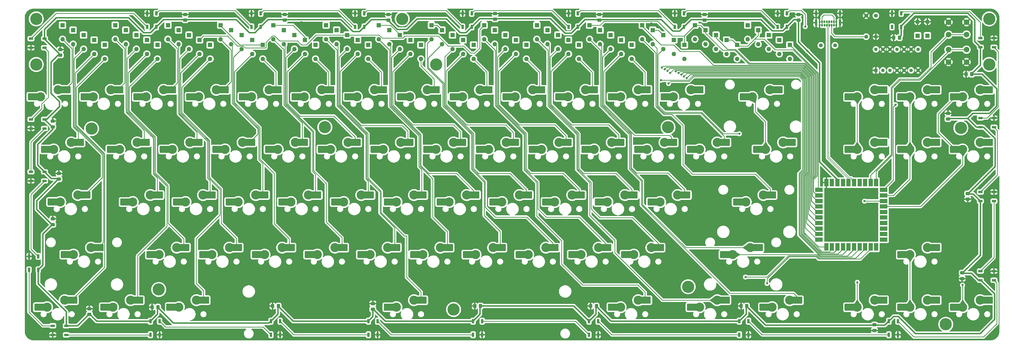
<source format=gbl>
G04 #@! TF.GenerationSoftware,KiCad,Pcbnew,9.0.0*
G04 #@! TF.CreationDate,2025-03-06T14:32:33+00:00*
G04 #@! TF.ProjectId,discipline-pcb,64697363-6970-46c6-996e-652d7063622e,rev?*
G04 #@! TF.SameCoordinates,Original*
G04 #@! TF.FileFunction,Copper,L2,Bot*
G04 #@! TF.FilePolarity,Positive*
%FSLAX46Y46*%
G04 Gerber Fmt 4.6, Leading zero omitted, Abs format (unit mm)*
G04 Created by KiCad (PCBNEW 9.0.0) date 2025-03-06 14:32:33*
%MOMM*%
%LPD*%
G01*
G04 APERTURE LIST*
G04 Aperture macros list*
%AMRoundRect*
0 Rectangle with rounded corners*
0 $1 Rounding radius*
0 $2 $3 $4 $5 $6 $7 $8 $9 X,Y pos of 4 corners*
0 Add a 4 corners polygon primitive as box body*
4,1,4,$2,$3,$4,$5,$6,$7,$8,$9,$2,$3,0*
0 Add four circle primitives for the rounded corners*
1,1,$1+$1,$2,$3*
1,1,$1+$1,$4,$5*
1,1,$1+$1,$6,$7*
1,1,$1+$1,$8,$9*
0 Add four rect primitives between the rounded corners*
20,1,$1+$1,$2,$3,$4,$5,0*
20,1,$1+$1,$4,$5,$6,$7,0*
20,1,$1+$1,$6,$7,$8,$9,0*
20,1,$1+$1,$8,$9,$2,$3,0*%
G04 Aperture macros list end*
G04 #@! TA.AperFunction,SMDPad,CuDef*
%ADD10RoundRect,0.250000X0.337500X0.475000X-0.337500X0.475000X-0.337500X-0.475000X0.337500X-0.475000X0*%
G04 #@! TD*
G04 #@! TA.AperFunction,SMDPad,CuDef*
%ADD11RoundRect,0.250000X0.475000X-0.337500X0.475000X0.337500X-0.475000X0.337500X-0.475000X-0.337500X0*%
G04 #@! TD*
G04 #@! TA.AperFunction,SMDPad,CuDef*
%ADD12RoundRect,0.250000X-0.475000X0.337500X-0.475000X-0.337500X0.475000X-0.337500X0.475000X0.337500X0*%
G04 #@! TD*
G04 #@! TA.AperFunction,ComponentPad*
%ADD13R,1.600000X1.600000*%
G04 #@! TD*
G04 #@! TA.AperFunction,ComponentPad*
%ADD14O,1.600000X1.600000*%
G04 #@! TD*
G04 #@! TA.AperFunction,ComponentPad*
%ADD15R,1.295400X1.295400*%
G04 #@! TD*
G04 #@! TA.AperFunction,ComponentPad*
%ADD16C,1.295400*%
G04 #@! TD*
G04 #@! TA.AperFunction,ComponentPad*
%ADD17C,4.400000*%
G04 #@! TD*
G04 #@! TA.AperFunction,ComponentPad*
%ADD18O,0.650000X1.000000*%
G04 #@! TD*
G04 #@! TA.AperFunction,ComponentPad*
%ADD19O,0.900000X2.400000*%
G04 #@! TD*
G04 #@! TA.AperFunction,ComponentPad*
%ADD20O,0.900000X1.700000*%
G04 #@! TD*
G04 #@! TA.AperFunction,ComponentPad*
%ADD21C,1.400000*%
G04 #@! TD*
G04 #@! TA.AperFunction,ComponentPad*
%ADD22O,1.400000X1.400000*%
G04 #@! TD*
G04 #@! TA.AperFunction,ComponentPad*
%ADD23C,2.000000*%
G04 #@! TD*
G04 #@! TA.AperFunction,ComponentPad*
%ADD24C,3.300000*%
G04 #@! TD*
G04 #@! TA.AperFunction,SMDPad,CuDef*
%ADD25RoundRect,0.200000X1.730000X1.050000X-1.730000X1.050000X-1.730000X-1.050000X1.730000X-1.050000X0*%
G04 #@! TD*
G04 #@! TA.AperFunction,SMDPad,CuDef*
%ADD26RoundRect,0.200000X1.858500X1.050000X-1.858500X1.050000X-1.858500X-1.050000X1.858500X-1.050000X0*%
G04 #@! TD*
G04 #@! TA.AperFunction,SMDPad,CuDef*
%ADD27RoundRect,0.200000X1.980000X1.050000X-1.980000X1.050000X-1.980000X-1.050000X1.980000X-1.050000X0*%
G04 #@! TD*
G04 #@! TA.AperFunction,SMDPad,CuDef*
%ADD28RoundRect,0.200000X2.230000X1.050000X-2.230000X1.050000X-2.230000X-1.050000X2.230000X-1.050000X0*%
G04 #@! TD*
G04 #@! TA.AperFunction,SMDPad,CuDef*
%ADD29RoundRect,0.090000X0.360000X-0.660000X0.360000X0.660000X-0.360000X0.660000X-0.360000X-0.660000X0*%
G04 #@! TD*
G04 #@! TA.AperFunction,SMDPad,CuDef*
%ADD30RoundRect,0.090000X-0.360000X0.660000X-0.360000X-0.660000X0.360000X-0.660000X0.360000X0.660000X0*%
G04 #@! TD*
G04 #@! TA.AperFunction,SMDPad,CuDef*
%ADD31RoundRect,0.090000X0.660000X0.360000X-0.660000X0.360000X-0.660000X-0.360000X0.660000X-0.360000X0*%
G04 #@! TD*
G04 #@! TA.AperFunction,SMDPad,CuDef*
%ADD32RoundRect,0.090000X-0.660000X-0.360000X0.660000X-0.360000X0.660000X0.360000X-0.660000X0.360000X0*%
G04 #@! TD*
G04 #@! TA.AperFunction,SMDPad,CuDef*
%ADD33R,2.800000X1.500000*%
G04 #@! TD*
G04 #@! TA.AperFunction,SMDPad,CuDef*
%ADD34R,1.500000X2.800000*%
G04 #@! TD*
G04 #@! TA.AperFunction,ViaPad*
%ADD35C,0.800000*%
G04 #@! TD*
G04 #@! TA.AperFunction,Conductor*
%ADD36C,0.500000*%
G04 #@! TD*
G04 #@! TA.AperFunction,Conductor*
%ADD37C,0.250000*%
G04 #@! TD*
G04 #@! TA.AperFunction,Conductor*
%ADD38C,0.200000*%
G04 #@! TD*
G04 APERTURE END LIST*
D10*
X369837500Y-70800000D03*
X367762500Y-70800000D03*
X395975000Y-84000000D03*
X393900000Y-84000000D03*
D11*
X387350000Y-100256250D03*
X387350000Y-98181250D03*
D12*
X394500000Y-127225000D03*
X394500000Y-129300000D03*
X392500000Y-155962500D03*
X392500000Y-158037500D03*
X360800000Y-174762500D03*
X360800000Y-176837500D03*
D10*
X314675000Y-168000000D03*
X312600000Y-168000000D03*
X260350000Y-168000000D03*
X258275000Y-168000000D03*
X218487500Y-168000000D03*
X216412500Y-168000000D03*
D11*
X179600000Y-169175000D03*
X179600000Y-167100000D03*
D10*
X145475000Y-168000000D03*
X143400000Y-168000000D03*
X101937500Y-168400000D03*
X99862500Y-168400000D03*
D11*
X77200000Y-171037500D03*
X77200000Y-168962500D03*
X64000000Y-138487500D03*
X64000000Y-136412500D03*
X66200000Y-122037500D03*
X66200000Y-119962500D03*
X64000000Y-103087500D03*
X64000000Y-101012500D03*
X66675000Y-77168750D03*
X66675000Y-75093750D03*
X111800000Y-64437500D03*
X111800000Y-62362500D03*
X147737500Y-64437500D03*
X147737500Y-62362500D03*
X185200000Y-64437500D03*
X185200000Y-62362500D03*
X223750000Y-64137500D03*
X223750000Y-62062500D03*
X261400000Y-64437500D03*
X261400000Y-62362500D03*
X299412500Y-64437500D03*
X299412500Y-62362500D03*
X333350000Y-64437500D03*
X333350000Y-62362500D03*
D13*
X67500000Y-66270000D03*
D14*
X67500000Y-71350000D03*
D13*
X86538043Y-66270000D03*
D14*
X86538043Y-71350000D03*
D13*
X105576087Y-66270000D03*
D14*
X105576087Y-71350000D03*
D13*
X124614130Y-66270000D03*
D14*
X124614130Y-71350000D03*
D13*
X139844565Y-73420000D03*
D14*
X139844565Y-78500000D03*
D13*
X158882609Y-73420000D03*
D14*
X158882609Y-78500000D03*
D13*
X177920652Y-73420000D03*
D14*
X177920652Y-78500000D03*
D13*
X196958696Y-73420000D03*
D14*
X196958696Y-78500000D03*
D13*
X215996739Y-73420000D03*
D14*
X215996739Y-78500000D03*
D13*
X235034783Y-73420000D03*
D14*
X235034783Y-78500000D03*
D13*
X254072826Y-73420000D03*
D14*
X254072826Y-78500000D03*
D13*
X273110870Y-73420000D03*
D14*
X273110870Y-78500000D03*
D13*
X288341304Y-71632500D03*
D14*
X288341304Y-76712500D03*
D13*
X314994565Y-66270000D03*
D14*
X314994565Y-71350000D03*
D13*
X71307609Y-68057500D03*
D14*
X71307609Y-73137500D03*
D13*
X90345652Y-68057500D03*
D14*
X90345652Y-73137500D03*
D13*
X109383696Y-68057500D03*
D14*
X109383696Y-73137500D03*
D13*
X128421739Y-68057500D03*
D14*
X128421739Y-73137500D03*
D13*
X143652174Y-66270000D03*
D14*
X143652174Y-71350000D03*
D13*
X155075000Y-71632500D03*
D14*
X155075000Y-76712500D03*
D13*
X174113043Y-71632500D03*
D14*
X174113043Y-76712500D03*
D13*
X193151087Y-71632500D03*
D14*
X193151087Y-76712500D03*
D13*
X212189130Y-71632500D03*
D14*
X212189130Y-76712500D03*
D13*
X231227174Y-71632500D03*
D14*
X231227174Y-76712500D03*
D13*
X250265217Y-71632500D03*
D14*
X250265217Y-76712500D03*
D13*
X269303261Y-71632500D03*
D14*
X269303261Y-76712500D03*
D13*
X280726087Y-68057500D03*
D14*
X280726087Y-73137500D03*
D13*
X284533696Y-69845000D03*
D14*
X284533696Y-74925000D03*
D13*
X75115217Y-69845000D03*
D14*
X75115217Y-74925000D03*
D13*
X94153261Y-69845000D03*
D14*
X94153261Y-74925000D03*
D13*
X113191304Y-69845000D03*
D14*
X113191304Y-74925000D03*
D13*
X132229348Y-69845000D03*
D14*
X132229348Y-74925000D03*
D13*
X147459783Y-68057500D03*
D14*
X147459783Y-73137500D03*
D13*
X162690217Y-66270000D03*
D14*
X162690217Y-71350000D03*
D13*
X181728261Y-66270000D03*
D14*
X181728261Y-71350000D03*
D13*
X189343478Y-69845000D03*
D14*
X189343478Y-74925000D03*
D13*
X208381522Y-69845000D03*
D14*
X208381522Y-74925000D03*
D13*
X227419565Y-69845000D03*
D14*
X227419565Y-74925000D03*
D13*
X246457609Y-69845000D03*
D14*
X246457609Y-74925000D03*
D13*
X265495652Y-69845000D03*
D14*
X265495652Y-74925000D03*
D13*
X276918478Y-66270000D03*
D14*
X276918478Y-71350000D03*
D13*
X78922826Y-71632500D03*
D14*
X78922826Y-76712500D03*
D13*
X101768478Y-73420000D03*
D14*
X101768478Y-78500000D03*
D13*
X120806522Y-73420000D03*
D14*
X120806522Y-78500000D03*
D13*
X136036957Y-71632500D03*
D14*
X136036957Y-76712500D03*
D13*
X151267391Y-69845000D03*
D14*
X151267391Y-74925000D03*
D13*
X166497826Y-68057500D03*
D14*
X166497826Y-73137500D03*
D13*
X185535870Y-68057500D03*
D14*
X185535870Y-73137500D03*
D13*
X200766304Y-66270000D03*
D14*
X200766304Y-71350000D03*
D13*
X204573913Y-68057500D03*
D14*
X204573913Y-73137500D03*
D13*
X223611957Y-68057500D03*
D14*
X223611957Y-73137500D03*
D13*
X242650000Y-68057500D03*
D14*
X242650000Y-73137500D03*
D13*
X261688043Y-68057500D03*
D14*
X261688043Y-73137500D03*
D13*
X82730435Y-73420000D03*
D14*
X82730435Y-78500000D03*
D13*
X97960870Y-71632500D03*
D14*
X97960870Y-76712500D03*
D13*
X116998913Y-71632500D03*
D14*
X116998913Y-76712500D03*
D13*
X170305435Y-69845000D03*
D14*
X170305435Y-74925000D03*
D13*
X219804348Y-66270000D03*
D14*
X219804348Y-71350000D03*
D13*
X238842391Y-66270000D03*
D14*
X238842391Y-71350000D03*
D13*
X322609783Y-69845000D03*
D14*
X322609783Y-74925000D03*
D15*
X361318333Y-82650000D03*
D16*
X363858333Y-82650000D03*
X366398333Y-82650000D03*
X368938333Y-82650000D03*
X371478333Y-82650000D03*
X374018333Y-82650000D03*
X376558333Y-82650000D03*
X376558333Y-75030000D03*
X374018333Y-75030000D03*
X371478333Y-75030000D03*
X368938333Y-75030000D03*
X366398333Y-75030000D03*
X363858333Y-75030000D03*
X361318333Y-75030000D03*
D13*
X326417391Y-71632500D03*
D14*
X326417391Y-76712500D03*
D13*
X376400000Y-70080000D03*
D14*
X376400000Y-65000000D03*
D17*
X190223912Y-64000000D03*
X402250000Y-64000000D03*
D18*
X346975000Y-66325000D03*
X346125000Y-66325000D03*
X345275000Y-66325000D03*
X344425000Y-66325000D03*
X343575000Y-66325000D03*
X342725000Y-66325000D03*
X341875000Y-66325000D03*
X341025000Y-66325000D03*
X341020000Y-65000000D03*
X341870000Y-65000000D03*
X342720000Y-65000000D03*
X343570000Y-65000000D03*
X344420000Y-65000000D03*
X345270000Y-65000000D03*
X346120000Y-65000000D03*
X346975000Y-65000000D03*
D19*
X348325000Y-65345000D03*
D20*
X348325000Y-61965000D03*
D19*
X339675000Y-65345000D03*
D20*
X339675000Y-61965000D03*
D17*
X58000000Y-80500000D03*
X286250000Y-103250000D03*
D21*
X361316667Y-62814047D03*
D22*
X361316667Y-70434047D03*
D13*
X299764130Y-68057500D03*
D14*
X299764130Y-73137500D03*
D13*
X307379348Y-71632500D03*
D14*
X307379348Y-76712500D03*
D17*
X58000000Y-64000000D03*
D23*
X394050000Y-69685000D03*
X387550000Y-69685000D03*
X394050000Y-65185000D03*
X387550000Y-65185000D03*
D17*
X402250000Y-80500000D03*
D13*
X257880435Y-66270000D03*
D14*
X257880435Y-71350000D03*
D17*
X202500000Y-80500000D03*
X293500000Y-161000000D03*
X102250000Y-162000000D03*
D13*
X330225000Y-73420000D03*
D14*
X330225000Y-78500000D03*
D21*
X357800000Y-62814047D03*
D22*
X357800000Y-70434047D03*
D13*
X311186957Y-73420000D03*
D14*
X311186957Y-78500000D03*
D13*
X303571739Y-69845000D03*
D14*
X303571739Y-74925000D03*
D21*
X346550000Y-73600000D03*
X341450000Y-73600000D03*
D13*
X292148913Y-73420000D03*
D14*
X292148913Y-78500000D03*
D17*
X392000000Y-103500000D03*
X162250000Y-103250000D03*
D13*
X379916667Y-70080000D03*
D14*
X379916667Y-65000000D03*
D13*
X295956522Y-66270000D03*
D14*
X295956522Y-71350000D03*
D23*
X387550000Y-75135000D03*
X394050000Y-75135000D03*
X387550000Y-79635000D03*
X394050000Y-79635000D03*
D17*
X208750000Y-169250000D03*
D13*
X318802174Y-68057500D03*
D14*
X318802174Y-73137500D03*
D17*
X78000000Y-103750000D03*
X386556250Y-174625000D03*
D24*
X59531250Y-92233750D03*
D25*
X56911250Y-92233750D03*
D26*
X68399750Y-89693750D03*
D24*
X65881250Y-89693750D03*
X78581250Y-92233750D03*
D25*
X75961250Y-92233750D03*
D26*
X87449750Y-89693750D03*
D24*
X84931250Y-89693750D03*
X97631250Y-92233750D03*
D25*
X95011250Y-92233750D03*
D26*
X106499750Y-89693750D03*
D24*
X103981250Y-89693750D03*
X116681250Y-92233750D03*
D25*
X114061250Y-92233750D03*
D26*
X125549750Y-89693750D03*
D24*
X123031250Y-89693750D03*
X135731250Y-92233750D03*
D25*
X133111250Y-92233750D03*
D26*
X144599750Y-89693750D03*
D24*
X142081250Y-89693750D03*
X154781250Y-92233750D03*
D25*
X152161250Y-92233750D03*
D26*
X163649750Y-89693750D03*
D24*
X161131250Y-89693750D03*
X173831250Y-92233750D03*
D25*
X171211250Y-92233750D03*
D26*
X182699750Y-89693750D03*
D24*
X180181250Y-89693750D03*
X192881250Y-92233750D03*
D25*
X190261250Y-92233750D03*
D26*
X201749750Y-89693750D03*
D24*
X199231250Y-89693750D03*
X211931250Y-92233750D03*
D25*
X209311250Y-92233750D03*
D26*
X220799750Y-89693750D03*
D24*
X218281250Y-89693750D03*
X230981250Y-92233750D03*
D25*
X228361250Y-92233750D03*
D26*
X239849750Y-89693750D03*
D24*
X237331250Y-89693750D03*
X250031250Y-92233750D03*
D25*
X247411250Y-92233750D03*
D26*
X258899750Y-89693750D03*
D24*
X256381250Y-89693750D03*
X269081250Y-92233750D03*
D25*
X266461250Y-92233750D03*
D26*
X277949750Y-89693750D03*
D24*
X275431250Y-89693750D03*
X288131250Y-92233750D03*
D25*
X285511250Y-92233750D03*
D26*
X296999750Y-89693750D03*
D24*
X294481250Y-89693750D03*
X88106250Y-111283750D03*
D25*
X85486250Y-111283750D03*
D26*
X96974750Y-108743750D03*
D24*
X94456250Y-108743750D03*
X107156250Y-111283750D03*
D25*
X104536250Y-111283750D03*
D26*
X116024750Y-108743750D03*
D24*
X113506250Y-108743750D03*
X126206250Y-111283750D03*
D25*
X123586250Y-111283750D03*
D26*
X135074750Y-108743750D03*
D24*
X132556250Y-108743750D03*
X145256250Y-111283750D03*
D25*
X142636250Y-111283750D03*
D26*
X154124750Y-108743750D03*
D24*
X151606250Y-108743750D03*
X164306250Y-111283750D03*
D25*
X161686250Y-111283750D03*
D26*
X173174750Y-108743750D03*
D24*
X170656250Y-108743750D03*
X183356250Y-111283750D03*
D25*
X180736250Y-111283750D03*
D26*
X192224750Y-108743750D03*
D24*
X189706250Y-108743750D03*
X202406250Y-111283750D03*
D25*
X199786250Y-111283750D03*
D26*
X211274750Y-108743750D03*
D24*
X208756250Y-108743750D03*
X221456250Y-111283750D03*
D25*
X218836250Y-111283750D03*
D26*
X230324750Y-108743750D03*
D24*
X227806250Y-108743750D03*
X240506250Y-111283750D03*
D25*
X237886250Y-111283750D03*
D26*
X249374750Y-108743750D03*
D24*
X246856250Y-108743750D03*
X259556250Y-111283750D03*
D25*
X256936250Y-111283750D03*
D26*
X268424750Y-108743750D03*
D24*
X265906250Y-108743750D03*
X278606250Y-111283750D03*
D25*
X275986250Y-111283750D03*
D26*
X287474750Y-108743750D03*
D24*
X284956250Y-108743750D03*
X297656250Y-111283750D03*
D25*
X295036250Y-111283750D03*
D26*
X306524750Y-108743750D03*
D24*
X304006250Y-108743750D03*
X92868750Y-130333750D03*
D25*
X90248750Y-130333750D03*
D26*
X101737250Y-127793750D03*
D24*
X99218750Y-127793750D03*
X111918750Y-130333750D03*
D25*
X109298750Y-130333750D03*
D26*
X120787250Y-127793750D03*
D24*
X118268750Y-127793750D03*
X130968750Y-130333750D03*
D25*
X128348750Y-130333750D03*
D26*
X139837250Y-127793750D03*
D24*
X137318750Y-127793750D03*
X150018250Y-130333750D03*
D25*
X147398250Y-130333750D03*
D26*
X158886750Y-127793750D03*
D24*
X156368250Y-127793750D03*
X169068250Y-130333750D03*
D25*
X166448250Y-130333750D03*
D26*
X177936750Y-127793750D03*
D24*
X175418250Y-127793750D03*
X188118250Y-130333750D03*
D25*
X185498250Y-130333750D03*
D26*
X196986750Y-127793750D03*
D24*
X194468250Y-127793750D03*
X207168250Y-130333750D03*
D25*
X204548250Y-130333750D03*
D26*
X216036750Y-127793750D03*
D24*
X213518250Y-127793750D03*
X226218250Y-130333750D03*
D25*
X223598250Y-130333750D03*
D26*
X235086750Y-127793750D03*
D24*
X232568250Y-127793750D03*
X245268250Y-130333750D03*
D25*
X242648250Y-130333750D03*
D26*
X254136750Y-127793750D03*
D24*
X251618250Y-127793750D03*
X264318250Y-130333750D03*
D25*
X261698250Y-130333750D03*
D26*
X273186750Y-127793750D03*
D24*
X270668250Y-127793750D03*
X283368250Y-130333750D03*
D25*
X280748250Y-130333750D03*
D26*
X292236750Y-127793750D03*
D24*
X289718250Y-127793750D03*
X102393750Y-149383750D03*
D25*
X99773750Y-149383750D03*
D26*
X111262250Y-146843750D03*
D24*
X108743750Y-146843750D03*
X121443750Y-149383750D03*
D25*
X118823750Y-149383750D03*
D26*
X130312250Y-146843750D03*
D24*
X127793750Y-146843750D03*
X140493750Y-149383750D03*
D25*
X137873750Y-149383750D03*
D26*
X149362250Y-146843750D03*
D24*
X146843750Y-146843750D03*
X159544250Y-149383750D03*
D25*
X156924250Y-149383750D03*
D26*
X168412750Y-146843750D03*
D24*
X165894250Y-146843750D03*
X178594250Y-149383750D03*
D25*
X175974250Y-149383750D03*
D26*
X187462750Y-146843750D03*
D24*
X184944250Y-146843750D03*
X197644250Y-149383750D03*
D25*
X195024250Y-149383750D03*
D26*
X206512750Y-146843750D03*
D24*
X203994250Y-146843750D03*
X216694250Y-149383750D03*
D25*
X214074250Y-149383750D03*
D26*
X225562750Y-146843750D03*
D24*
X223044250Y-146843750D03*
X235744250Y-149383750D03*
D25*
X233124250Y-149383750D03*
D26*
X244612750Y-146843750D03*
D24*
X242094250Y-146843750D03*
X254794250Y-149383750D03*
D25*
X252174250Y-149383750D03*
D26*
X263662750Y-146843750D03*
D24*
X261144250Y-146843750D03*
X273844250Y-149383750D03*
D25*
X271224250Y-149383750D03*
D26*
X282712750Y-146843750D03*
D24*
X280194250Y-146843750D03*
X188119000Y-168433750D03*
D25*
X185499000Y-168433750D03*
D26*
X196987500Y-165893750D03*
D24*
X194469000Y-165893750D03*
X316706250Y-92233750D03*
D27*
X314336250Y-92233750D03*
D26*
X325574750Y-89693750D03*
D24*
X323056250Y-89693750D03*
X321468250Y-111283750D03*
D25*
X318848250Y-111283750D03*
D26*
X330336750Y-108743750D03*
D24*
X327818250Y-108743750D03*
X66675050Y-130323620D03*
D27*
X64305050Y-130323620D03*
D26*
X75543550Y-127783620D03*
D24*
X73025050Y-127783620D03*
X314325250Y-130333750D03*
D28*
X312205250Y-130333750D03*
D26*
X323193750Y-127793750D03*
D24*
X320675250Y-127793750D03*
X71437450Y-149383750D03*
D28*
X69317450Y-149383750D03*
D26*
X80305950Y-146843750D03*
D24*
X77787450Y-146843750D03*
X309562750Y-149383750D03*
D28*
X307442750Y-149383750D03*
D26*
X318431250Y-146843750D03*
D24*
X315912750Y-146843750D03*
X61912450Y-168423620D03*
D25*
X59292450Y-168423620D03*
D26*
X70780950Y-165883620D03*
D24*
X68262450Y-165883620D03*
X85725050Y-168433750D03*
D25*
X83105050Y-168433750D03*
D26*
X94593550Y-165893750D03*
D24*
X92075050Y-165893750D03*
X109537450Y-168423620D03*
D25*
X106917450Y-168423620D03*
D26*
X118405950Y-165883620D03*
D24*
X115887450Y-165883620D03*
X269082686Y-168433750D03*
D25*
X266462686Y-168433750D03*
D26*
X277951186Y-165893750D03*
D24*
X275432686Y-165893750D03*
X297638878Y-168433750D03*
D25*
X295018878Y-168433750D03*
D26*
X306507378Y-165893750D03*
D24*
X303988878Y-165893750D03*
X64293750Y-111283750D03*
D25*
X61673750Y-111283750D03*
D26*
X73162250Y-108743750D03*
D24*
X70643750Y-108743750D03*
D29*
X176450000Y-66912500D03*
X173150000Y-66912500D03*
X173150000Y-62012500D03*
X176450000Y-62012500D03*
D24*
X354557628Y-92242750D03*
D25*
X351937628Y-92242750D03*
D26*
X363426128Y-89702750D03*
D24*
X360907628Y-89702750D03*
D30*
X178000000Y-173500000D03*
X181300000Y-173500000D03*
X181300000Y-178400000D03*
X178000000Y-178400000D03*
D24*
X392657628Y-111283750D03*
D25*
X390037628Y-111283750D03*
D26*
X401526128Y-108743750D03*
D24*
X399007628Y-108743750D03*
X354557628Y-111292750D03*
D25*
X351937628Y-111292750D03*
D26*
X363426128Y-108752750D03*
D24*
X360907628Y-108752750D03*
X392657628Y-168433750D03*
D25*
X390037628Y-168433750D03*
D26*
X401526128Y-165893750D03*
D24*
X399007628Y-165893750D03*
D31*
X61000000Y-100400000D03*
X61000000Y-103700000D03*
X56100000Y-103700000D03*
X56100000Y-100400000D03*
X61000000Y-119400000D03*
X61000000Y-122700000D03*
X56100000Y-122700000D03*
X56100000Y-119400000D03*
D24*
X373607628Y-111283750D03*
D25*
X370987628Y-111283750D03*
D26*
X382476128Y-108743750D03*
D24*
X379957628Y-108743750D03*
D29*
X215300000Y-66912500D03*
X212000000Y-66912500D03*
X212000000Y-62012500D03*
X215300000Y-62012500D03*
X253600000Y-66912500D03*
X250300000Y-66912500D03*
X250300000Y-62012500D03*
X253600000Y-62012500D03*
D32*
X399050000Y-158650000D03*
X399050000Y-155350000D03*
X403950000Y-155350000D03*
X403950000Y-158650000D03*
D29*
X291962500Y-66912500D03*
X288662500Y-66912500D03*
X288662500Y-62012500D03*
X291962500Y-62012500D03*
D30*
X257662500Y-173500000D03*
X260962500Y-173500000D03*
X260962500Y-178400000D03*
X257662500Y-178400000D03*
D24*
X354557628Y-168433750D03*
D25*
X351937628Y-168433750D03*
D26*
X363426128Y-165893750D03*
D24*
X360907628Y-165893750D03*
D31*
X68850000Y-175150000D03*
X68850000Y-178450000D03*
X63950000Y-178450000D03*
X63950000Y-175150000D03*
D29*
X370450000Y-66912500D03*
X367150000Y-66912500D03*
X367150000Y-62012500D03*
X370450000Y-62012500D03*
X139087500Y-66912500D03*
X135787500Y-66912500D03*
X135787500Y-62012500D03*
X139087500Y-62012500D03*
D31*
X61000000Y-71150000D03*
X61000000Y-74450000D03*
X56100000Y-74450000D03*
X56100000Y-71150000D03*
D30*
X99250000Y-173500000D03*
X102550000Y-173500000D03*
X102550000Y-178400000D03*
X99250000Y-178400000D03*
D32*
X399050000Y-130000000D03*
X399050000Y-126700000D03*
X403950000Y-126700000D03*
X403950000Y-130000000D03*
D24*
X392657628Y-92233750D03*
D25*
X390037628Y-92233750D03*
D26*
X401526128Y-89693750D03*
D24*
X399007628Y-89693750D03*
D32*
X399050000Y-103200000D03*
X399050000Y-99900000D03*
X403950000Y-99900000D03*
X403950000Y-103200000D03*
D30*
X215800000Y-173500000D03*
X219100000Y-173500000D03*
X219100000Y-178400000D03*
X215800000Y-178400000D03*
D24*
X373607628Y-149383750D03*
D25*
X370987628Y-149383750D03*
D26*
X382476128Y-146843750D03*
D24*
X379957628Y-146843750D03*
D30*
X142787500Y-173500000D03*
X146087500Y-173500000D03*
X146087500Y-178400000D03*
X142787500Y-178400000D03*
X366000000Y-173500000D03*
X369300000Y-173500000D03*
X369300000Y-178400000D03*
X366000000Y-178400000D03*
D29*
X58700000Y-154900000D03*
X55400000Y-154900000D03*
X55400000Y-150000000D03*
X58700000Y-150000000D03*
D24*
X323832628Y-168433750D03*
D25*
X321212628Y-168433750D03*
D26*
X332701128Y-165893750D03*
D24*
X330182628Y-165893750D03*
D30*
X311987500Y-173500000D03*
X315287500Y-173500000D03*
X315287500Y-178400000D03*
X311987500Y-178400000D03*
D32*
X399050000Y-74250000D03*
X399050000Y-70950000D03*
X403950000Y-70950000D03*
X403950000Y-74250000D03*
D29*
X101350000Y-66912500D03*
X98050000Y-66912500D03*
X98050000Y-62012500D03*
X101350000Y-62012500D03*
X329100000Y-66912500D03*
X325800000Y-66912500D03*
X325800000Y-62012500D03*
X329100000Y-62012500D03*
D24*
X373607628Y-168433750D03*
D25*
X370987628Y-168433750D03*
D26*
X382476128Y-165893750D03*
D24*
X379957628Y-165893750D03*
X373607628Y-92233750D03*
D25*
X370987628Y-92233750D03*
D26*
X382476128Y-89693750D03*
D24*
X379957628Y-89693750D03*
D33*
X364075000Y-125937500D03*
X364075000Y-127937500D03*
X364075000Y-129937500D03*
X364075000Y-131937500D03*
X364075000Y-133937500D03*
X364075000Y-135937500D03*
X364075000Y-137937500D03*
X364075000Y-139937500D03*
X364075000Y-141937500D03*
X364075000Y-143937500D03*
D34*
X361425000Y-146587500D03*
X359425000Y-146587500D03*
X357425000Y-146587500D03*
X355425000Y-146587500D03*
X353425000Y-146587500D03*
X351425000Y-146587500D03*
X349425000Y-146587500D03*
X347425000Y-146587500D03*
X345425000Y-146587500D03*
X343425000Y-146587500D03*
D33*
X340775000Y-143937500D03*
X340775000Y-141937500D03*
X340775000Y-139937500D03*
X340775000Y-137937500D03*
X340775000Y-135937500D03*
X340775000Y-133937500D03*
X340775000Y-131937500D03*
X340775000Y-129937500D03*
X340775000Y-127937500D03*
X340775000Y-125937500D03*
D34*
X343425000Y-123287500D03*
X345425000Y-123287500D03*
X347425000Y-123287500D03*
X349425000Y-123287500D03*
X351425000Y-123287500D03*
X353425000Y-123287500D03*
X355425000Y-123287500D03*
X357425000Y-123287500D03*
X359425000Y-123287500D03*
X361425000Y-123287500D03*
D35*
X364500000Y-119700000D03*
X196600000Y-65400000D03*
X286100000Y-61400000D03*
X261000000Y-133800000D03*
X283400000Y-170200000D03*
X403400000Y-84800000D03*
X164800000Y-62600000D03*
X93800000Y-64200000D03*
X180600000Y-62500000D03*
X309000000Y-66800000D03*
X300300000Y-131000000D03*
X387900000Y-158900000D03*
X229400000Y-62400000D03*
X221200000Y-78400000D03*
X342200000Y-119800000D03*
X153800000Y-65200000D03*
X301000000Y-75400000D03*
X199400000Y-62400000D03*
X284400000Y-94800000D03*
X270200000Y-67200000D03*
X330400000Y-69200000D03*
X117100000Y-62600000D03*
X289600000Y-151800000D03*
X269600000Y-140400000D03*
X316600000Y-75600000D03*
X156800000Y-67800000D03*
X302400000Y-79200000D03*
X401500000Y-101800000D03*
X280200000Y-65600000D03*
X213600000Y-79800000D03*
X387600000Y-105200000D03*
X256300000Y-99900000D03*
X74191380Y-157676492D03*
X312000000Y-105600000D03*
X284000000Y-81600000D03*
X285000000Y-82200000D03*
X286000000Y-82800000D03*
X287000000Y-83600000D03*
X289000000Y-83000000D03*
X290000000Y-83600000D03*
X291000000Y-84200000D03*
X292000000Y-84800000D03*
X293000000Y-85400000D03*
X283700000Y-86200000D03*
X286400000Y-87400000D03*
X314200000Y-157500000D03*
X322000000Y-159800000D03*
X354600000Y-159400000D03*
X357200000Y-130000000D03*
X336600000Y-75600000D03*
X368400000Y-95100000D03*
X392600000Y-160400000D03*
X335800000Y-66800000D03*
D36*
X111800000Y-64437500D02*
X111975000Y-64262500D01*
X111975000Y-64262500D02*
X130262500Y-64262500D01*
X111800000Y-64437500D02*
X111625000Y-64262500D01*
X111625000Y-64262500D02*
X104000000Y-64262500D01*
X104000000Y-64262500D02*
X101350000Y-66912500D01*
D37*
X124614130Y-66501891D02*
X124614130Y-66270000D01*
X340497000Y-125659500D02*
X340497000Y-83692000D01*
X340497000Y-83692000D02*
X330225000Y-73420000D01*
X131532239Y-73420000D02*
X124614130Y-66501891D01*
X139844565Y-73420000D02*
X131532239Y-73420000D01*
X340775000Y-125937500D02*
X340497000Y-125659500D01*
X70929609Y-74779609D02*
X70929609Y-87163891D01*
X67500000Y-71350000D02*
X70929609Y-74779609D01*
X70929609Y-87163891D02*
X68399750Y-89693750D01*
X89967652Y-74779609D02*
X89967652Y-87175848D01*
X89967652Y-87175848D02*
X87449750Y-89693750D01*
X86538043Y-71350000D02*
X89967652Y-74779609D01*
X109005696Y-87187804D02*
X106499750Y-89693750D01*
X105576087Y-71350000D02*
X109005696Y-74779609D01*
X109005696Y-74779609D02*
X109005696Y-87187804D01*
X128422000Y-75157870D02*
X128422000Y-86821500D01*
X128422000Y-86821500D02*
X125549750Y-89693750D01*
X124614130Y-71350000D02*
X128422000Y-75157870D01*
X139844565Y-78500000D02*
X144599750Y-83255185D01*
X144599750Y-83255185D02*
X144599750Y-89693750D01*
X163649750Y-83267141D02*
X163649750Y-89693750D01*
X158882609Y-78500000D02*
X163649750Y-83267141D01*
X177920652Y-78500000D02*
X182699750Y-83279098D01*
X182699750Y-83279098D02*
X182699750Y-89693750D01*
X196958696Y-78500000D02*
X196958696Y-80958696D01*
X201749750Y-85749750D02*
X201749750Y-89693750D01*
X196958696Y-80958696D02*
X201749750Y-85749750D01*
X220799750Y-83303011D02*
X220799750Y-89693750D01*
X215996739Y-78500000D02*
X220799750Y-83303011D01*
X239849750Y-83314967D02*
X239849750Y-89693750D01*
X235034783Y-78500000D02*
X239849750Y-83314967D01*
X254072826Y-78500000D02*
X258899750Y-83326924D01*
X258899750Y-83326924D02*
X258899750Y-89693750D01*
X273110870Y-78500000D02*
X277949750Y-83338880D01*
X277949750Y-83338880D02*
X277949750Y-89693750D01*
X317500000Y-71300000D02*
X315000000Y-73800000D01*
X309399457Y-71632500D02*
X307379348Y-71632500D01*
X331470428Y-75200000D02*
X324894674Y-75200000D01*
X155075000Y-71632500D02*
X155075000Y-70582500D01*
X150762500Y-66270000D02*
X143652174Y-66270000D01*
X340119000Y-83848572D02*
X331470428Y-75200000D01*
X318802174Y-69997826D02*
X317500000Y-71300000D01*
X340775000Y-127937500D02*
X340125000Y-127937500D01*
X340119000Y-120881000D02*
X340119000Y-83848572D01*
X324894674Y-75200000D02*
X320994674Y-71300000D01*
X338800000Y-122200000D02*
X340119000Y-120881000D01*
X311566957Y-73800000D02*
X311186957Y-73420000D01*
X311186957Y-73420000D02*
X309399457Y-71632500D01*
X320994674Y-71300000D02*
X317500000Y-71300000D01*
X315000000Y-73800000D02*
X311566957Y-73800000D01*
X338800000Y-126612500D02*
X338800000Y-122200000D01*
X155075000Y-70582500D02*
X150762500Y-66270000D01*
X282746196Y-68057500D02*
X280726087Y-68057500D01*
X318802174Y-68057500D02*
X318802174Y-69997826D01*
X284533696Y-69845000D02*
X282746196Y-68057500D01*
X340125000Y-127937500D02*
X338800000Y-126612500D01*
X71307609Y-103042181D02*
X71307609Y-73137500D01*
X73162250Y-108743750D02*
X73162250Y-104896822D01*
X73162250Y-104896822D02*
X71307609Y-103042181D01*
X90422000Y-97825716D02*
X90422000Y-96400000D01*
X96974750Y-108743750D02*
X96974750Y-104378466D01*
X90400000Y-73191848D02*
X90345652Y-73137500D01*
X96974750Y-104378466D02*
X90422000Y-97825716D01*
X90400000Y-96378000D02*
X90400000Y-73191848D01*
X90422000Y-96400000D02*
X90400000Y-96378000D01*
X116024750Y-105028466D02*
X109383696Y-98387412D01*
X116024750Y-108743750D02*
X116024750Y-105028466D01*
X109383696Y-73137500D02*
X109383696Y-98387412D01*
X135074750Y-108743750D02*
X138044000Y-105774500D01*
X128844000Y-73559761D02*
X128421739Y-73137500D01*
X138044000Y-103778572D02*
X128844000Y-94578573D01*
X128844000Y-94578573D02*
X128844000Y-73559761D01*
X138044000Y-105774500D02*
X138044000Y-103778572D01*
X154124750Y-101728468D02*
X154124750Y-108743750D01*
X143652174Y-71350000D02*
X147444000Y-75141826D01*
X147444000Y-95047719D02*
X154124750Y-101728468D01*
X147444000Y-75141826D02*
X147444000Y-95047719D01*
X148600000Y-94600000D02*
X153200000Y-99200000D01*
X153200000Y-99200000D02*
X165600000Y-99200000D01*
X148600000Y-83187500D02*
X148600000Y-94600000D01*
X173174750Y-106774750D02*
X173174750Y-108743750D01*
X165600000Y-99200000D02*
X173174750Y-106774750D01*
X155075000Y-76712500D02*
X148600000Y-83187500D01*
X175400000Y-102600000D02*
X190200000Y-102600000D01*
X167800000Y-83025543D02*
X167800000Y-95000000D01*
X174113043Y-76712500D02*
X167800000Y-83025543D01*
X167800000Y-95000000D02*
X175400000Y-102600000D01*
X190200000Y-102600000D02*
X192224750Y-104624750D01*
X192224750Y-104624750D02*
X192224750Y-108743750D01*
X193151087Y-76712500D02*
X186800000Y-83063587D01*
X194000000Y-102400000D02*
X208800000Y-102400000D01*
X186800000Y-95200000D02*
X194000000Y-102400000D01*
X186800000Y-83063587D02*
X186800000Y-95200000D01*
X208800000Y-102400000D02*
X211274750Y-104874750D01*
X211274750Y-104874750D02*
X211274750Y-108743750D01*
X213400000Y-102400000D02*
X227600000Y-102400000D01*
X227600000Y-102400000D02*
X230324750Y-105124750D01*
X206000000Y-82901630D02*
X206000000Y-95000000D01*
X206000000Y-95000000D02*
X213400000Y-102400000D01*
X230324750Y-105124750D02*
X230324750Y-108743750D01*
X212189130Y-76712500D02*
X206000000Y-82901630D01*
X225000000Y-82939674D02*
X225000000Y-95000000D01*
X232400000Y-102400000D02*
X245400000Y-102400000D01*
X249374750Y-106374750D02*
X249374750Y-108743750D01*
X245400000Y-102400000D02*
X249374750Y-106374750D01*
X231227174Y-76712500D02*
X225000000Y-82939674D01*
X225000000Y-95000000D02*
X232400000Y-102400000D01*
X251400000Y-102400000D02*
X264800000Y-102400000D01*
X268424750Y-106024750D02*
X268424750Y-108743750D01*
X244000000Y-82977717D02*
X244000000Y-95000000D01*
X264800000Y-102400000D02*
X268424750Y-106024750D01*
X250265217Y-76712500D02*
X244000000Y-82977717D01*
X244000000Y-95000000D02*
X251400000Y-102400000D01*
X287474750Y-106874750D02*
X286800000Y-106200000D01*
X287474750Y-108743750D02*
X287474750Y-106874750D01*
X263000000Y-95000000D02*
X263000000Y-83015761D01*
X286800000Y-106200000D02*
X274200000Y-106200000D01*
X263000000Y-83015761D02*
X269303261Y-76712500D01*
X274200000Y-106200000D02*
X263000000Y-95000000D01*
X282222000Y-74633413D02*
X282222000Y-95556573D01*
X284865428Y-98200000D02*
X298200000Y-98200000D01*
X306524750Y-106524750D02*
X306524750Y-108743750D01*
X298200000Y-98200000D02*
X306524750Y-106524750D01*
X280726087Y-73137500D02*
X282222000Y-74633413D01*
X282222000Y-95556573D02*
X284865428Y-98200000D01*
X306134572Y-105600000D02*
X312000000Y-105600000D01*
X282600000Y-95400000D02*
X285022000Y-97822000D01*
X284533696Y-74925000D02*
X282600000Y-76858696D01*
X285022000Y-97822000D02*
X298356573Y-97822000D01*
X298356573Y-97822000D02*
X306134572Y-105600000D01*
X282600000Y-76858696D02*
X282600000Y-95400000D01*
X71685609Y-78354608D02*
X75115217Y-74925000D01*
X71685609Y-102885609D02*
X71685609Y-78354608D01*
X81934450Y-121392720D02*
X81934450Y-113134450D01*
X81934450Y-113134450D02*
X71685609Y-102885609D01*
X75543550Y-127783620D02*
X81934450Y-121392720D01*
X290600000Y-75800000D02*
X297649877Y-75800000D01*
X337666000Y-131478500D02*
X340125000Y-133937500D01*
X283668291Y-73400000D02*
X288200000Y-73400000D01*
X338985000Y-84318288D02*
X338985000Y-120411284D01*
X276918478Y-66270000D02*
X276918478Y-66650187D01*
X276918478Y-66650187D02*
X283668291Y-73400000D01*
X288200000Y-73400000D02*
X290600000Y-75800000D01*
X189343478Y-69845000D02*
X189343478Y-69613108D01*
X189343478Y-69613108D02*
X186000370Y-66270000D01*
X302605877Y-80756000D02*
X335422712Y-80756000D01*
X186000370Y-66270000D02*
X181728261Y-66270000D01*
X297649877Y-75800000D02*
X302605877Y-80756000D01*
X335422712Y-80756000D02*
X338985000Y-84318288D01*
X338985000Y-120411284D02*
X337666000Y-121730284D01*
X337666000Y-121730284D02*
X337666000Y-131478500D01*
X340125000Y-133937500D02*
X340775000Y-133937500D01*
X101737250Y-127793750D02*
X101737250Y-121606395D01*
X100244000Y-107113144D02*
X90800000Y-97669144D01*
X101737250Y-121606395D02*
X100244000Y-120113146D01*
X100244000Y-120113146D02*
X100244000Y-107113144D01*
X90800000Y-78278261D02*
X90800000Y-97669144D01*
X94153261Y-74925000D02*
X90800000Y-78278261D01*
X120787250Y-122656396D02*
X119844000Y-121713146D01*
X109822000Y-78294304D02*
X109822000Y-86000000D01*
X120787250Y-127793750D02*
X120787250Y-122656396D01*
X113191304Y-74925000D02*
X109822000Y-78294304D01*
X119844000Y-108313144D02*
X109800000Y-98269144D01*
X109822000Y-86000000D02*
X109800000Y-86022000D01*
X119844000Y-121713146D02*
X119844000Y-108313144D01*
X109800000Y-86022000D02*
X109800000Y-98269144D01*
X139837250Y-116371823D02*
X139837250Y-127793750D01*
X138422000Y-103622000D02*
X138422000Y-114956572D01*
X129222000Y-77932348D02*
X129222000Y-94422000D01*
X129222000Y-94422000D02*
X138422000Y-103622000D01*
X132229348Y-74925000D02*
X129222000Y-77932348D01*
X138422000Y-114956572D02*
X139837250Y-116371823D01*
X157822000Y-104891145D02*
X157822000Y-119222000D01*
X157822000Y-119222000D02*
X158886750Y-120286750D01*
X147822000Y-73499717D02*
X147822000Y-94891146D01*
X147459783Y-73137500D02*
X147822000Y-73499717D01*
X158886750Y-120286750D02*
X158886750Y-127793750D01*
X147822000Y-94891146D02*
X157822000Y-104891145D01*
X166644000Y-75303783D02*
X166644000Y-95447717D01*
X162690217Y-71350000D02*
X166644000Y-75303783D01*
X177044000Y-105847716D02*
X177044000Y-121913146D01*
X166644000Y-95447717D02*
X177044000Y-105847716D01*
X177936750Y-122805896D02*
X177936750Y-127793750D01*
X177044000Y-121913146D02*
X177936750Y-122805896D01*
X181728261Y-71350000D02*
X185644000Y-75265739D01*
X196244000Y-117513144D02*
X197265428Y-118534572D01*
X196244000Y-106247716D02*
X196244000Y-117513144D01*
X197265428Y-118534572D02*
X197265428Y-127515072D01*
X185644000Y-75265739D02*
X185644000Y-95647716D01*
X197265428Y-127515072D02*
X196986750Y-127793750D01*
X185644000Y-95647716D02*
X196244000Y-106247716D01*
X186400000Y-77868478D02*
X186400000Y-95334572D01*
X189343478Y-74925000D02*
X186400000Y-77868478D01*
X197000000Y-117200000D02*
X199800000Y-120000000D01*
X199800000Y-120000000D02*
X209800000Y-120000000D01*
X216036750Y-126236750D02*
X216036750Y-127793750D01*
X186400000Y-95334572D02*
X197000000Y-105934572D01*
X197000000Y-105934572D02*
X197000000Y-117200000D01*
X209800000Y-120000000D02*
X216036750Y-126236750D01*
X205622000Y-95156573D02*
X216000000Y-105534572D01*
X205622000Y-77684522D02*
X205622000Y-95156573D01*
X208381522Y-74925000D02*
X205622000Y-77684522D01*
X217800000Y-120000000D02*
X229200000Y-120000000D01*
X229200000Y-120000000D02*
X235086750Y-125886750D01*
X216000000Y-118200000D02*
X217800000Y-120000000D01*
X235086750Y-125886750D02*
X235086750Y-127793750D01*
X216000000Y-105534572D02*
X216000000Y-118200000D01*
X248400000Y-120000000D02*
X254136750Y-125736750D01*
X235000000Y-118400000D02*
X236600000Y-120000000D01*
X227419565Y-74925000D02*
X224622000Y-77722565D01*
X254136750Y-125736750D02*
X254136750Y-127793750D01*
X236600000Y-120000000D02*
X248400000Y-120000000D01*
X224622000Y-77722565D02*
X224622000Y-95156573D01*
X224622000Y-95156573D02*
X235000000Y-105534572D01*
X235000000Y-105534572D02*
X235000000Y-118400000D01*
X267400000Y-120000000D02*
X255734572Y-120000000D01*
X273186750Y-125786750D02*
X267400000Y-120000000D01*
X273186750Y-127793750D02*
X273186750Y-125786750D01*
X254000000Y-105534572D02*
X243622000Y-95156573D01*
X243622000Y-77760609D02*
X246457609Y-74925000D01*
X243622000Y-95156573D02*
X243622000Y-77760609D01*
X254000000Y-118265428D02*
X254000000Y-105534572D01*
X255734572Y-120000000D02*
X254000000Y-118265428D01*
X262622000Y-95156573D02*
X273000000Y-105534572D01*
X273000000Y-105534572D02*
X273000000Y-118000000D01*
X273000000Y-118000000D02*
X274800000Y-119800000D01*
X274800000Y-119800000D02*
X286200000Y-119800000D01*
X265495652Y-74925000D02*
X262622000Y-77798652D01*
X262622000Y-77798652D02*
X262622000Y-95156573D01*
X292236750Y-125836750D02*
X292236750Y-127793750D01*
X286200000Y-119800000D02*
X292236750Y-125836750D01*
X291600000Y-116800000D02*
X295000000Y-120200000D01*
X287600000Y-98578000D02*
X291600000Y-102578000D01*
X295000000Y-120200000D02*
X317800000Y-120200000D01*
X284708856Y-98578000D02*
X287600000Y-98578000D01*
X317800000Y-120200000D02*
X323193750Y-125593750D01*
X276918478Y-71350000D02*
X281844000Y-76275522D01*
X323193750Y-125593750D02*
X323193750Y-127793750D01*
X281844000Y-95713146D02*
X284708856Y-98578000D01*
X281844000Y-76275522D02*
X281844000Y-95713146D01*
X291600000Y-102578000D02*
X291600000Y-116800000D01*
X315600000Y-80000000D02*
X335735856Y-80000000D01*
X303571739Y-70895000D02*
X307676739Y-75000000D01*
X307676739Y-75000000D02*
X310600000Y-75000000D01*
X339741000Y-84005144D02*
X339741000Y-120724428D01*
X335735856Y-80000000D02*
X339741000Y-84005144D01*
X310600000Y-75000000D02*
X315600000Y-80000000D01*
X303571739Y-69845000D02*
X303571739Y-70895000D01*
X338422000Y-122043428D02*
X338422000Y-128234500D01*
X202786413Y-66270000D02*
X200766304Y-66270000D01*
X204573913Y-68057500D02*
X202786413Y-66270000D01*
X339741000Y-120724428D02*
X338422000Y-122043428D01*
X338422000Y-128234500D02*
X340125000Y-129937500D01*
X340125000Y-129937500D02*
X340775000Y-129937500D01*
X72063609Y-83571717D02*
X72063609Y-102729037D01*
X78922826Y-76712500D02*
X72063609Y-83571717D01*
X82312450Y-144837250D02*
X80305950Y-146843750D01*
X82312450Y-112977878D02*
X82312450Y-144837250D01*
X72063609Y-102729037D02*
X82312450Y-112977878D01*
X111262250Y-143662250D02*
X105600000Y-138000000D01*
X111262250Y-146843750D02*
X111262250Y-143662250D01*
X105600000Y-124400000D02*
X101000000Y-119800000D01*
X101768478Y-78500000D02*
X91600000Y-88668478D01*
X101000000Y-106800000D02*
X91600000Y-97400000D01*
X105600000Y-138000000D02*
X105600000Y-124400000D01*
X101000000Y-119800000D02*
X101000000Y-106800000D01*
X91600000Y-97400000D02*
X91600000Y-88668478D01*
X124800000Y-125600000D02*
X120600000Y-121400000D01*
X120806522Y-78500000D02*
X110600000Y-88706522D01*
X120600000Y-108000000D02*
X110600000Y-98000000D01*
X120600000Y-121400000D02*
X120600000Y-108000000D01*
X110600000Y-88706522D02*
X110600000Y-98000000D01*
X124800000Y-138000000D02*
X124800000Y-125600000D01*
X130312250Y-143512250D02*
X124800000Y-138000000D01*
X130312250Y-146843750D02*
X130312250Y-143512250D01*
X144000000Y-138200000D02*
X149362250Y-143562250D01*
X144000000Y-120000000D02*
X144000000Y-138200000D01*
X129600000Y-83149457D02*
X129600000Y-94200000D01*
X149362250Y-143562250D02*
X149362250Y-146843750D01*
X138800000Y-114800000D02*
X144000000Y-120000000D01*
X136036957Y-76712500D02*
X129600000Y-83149457D01*
X129600000Y-94200000D02*
X138800000Y-103400000D01*
X138800000Y-103400000D02*
X138800000Y-114800000D01*
X158200000Y-119000000D02*
X162800000Y-123600000D01*
X162800000Y-137600000D02*
X168412750Y-143212750D01*
X158200000Y-104734573D02*
X158200000Y-119000000D01*
X162800000Y-123600000D02*
X162800000Y-137600000D01*
X148200000Y-94734573D02*
X158200000Y-104734573D01*
X148200000Y-77992391D02*
X148200000Y-94734573D01*
X151267391Y-74925000D02*
X148200000Y-77992391D01*
X168412750Y-143212750D02*
X168412750Y-146843750D01*
X187462750Y-139597322D02*
X187462750Y-146843750D01*
X167022000Y-95291145D02*
X177422000Y-105691144D01*
X182222000Y-126556572D02*
X182222000Y-134356572D01*
X177422000Y-121756572D02*
X182222000Y-126556572D01*
X182222000Y-134356572D02*
X187462750Y-139597322D01*
X167022000Y-73661674D02*
X167022000Y-95291145D01*
X166497826Y-73137500D02*
X167022000Y-73661674D01*
X177422000Y-105691144D02*
X177422000Y-121756572D01*
X206512750Y-141112750D02*
X206512750Y-146843750D01*
X196622000Y-117356572D02*
X201200000Y-121934573D01*
X201200000Y-121934573D02*
X201200000Y-135800000D01*
X196622000Y-106091144D02*
X196622000Y-117356572D01*
X186022000Y-73623630D02*
X186022000Y-95491144D01*
X201200000Y-135800000D02*
X206512750Y-141112750D01*
X185535870Y-73137500D02*
X186022000Y-73623630D01*
X186022000Y-95491144D02*
X196622000Y-106091144D01*
X199400000Y-82000000D02*
X199465428Y-82000000D01*
X219822000Y-123091144D02*
X219822000Y-135222000D01*
X215244000Y-118513146D02*
X215244002Y-118513146D01*
X199465428Y-82000000D02*
X204866000Y-87400572D01*
X199222000Y-72894304D02*
X199222000Y-81822000D01*
X199222000Y-81822000D02*
X199400000Y-82000000D01*
X204866000Y-95469719D02*
X215244000Y-105847716D01*
X204866000Y-87400572D02*
X204866000Y-95469719D01*
X225562750Y-140962750D02*
X225562750Y-146843750D01*
X215244000Y-105847716D02*
X215244000Y-118513146D01*
X200766304Y-71350000D02*
X199222000Y-72894304D01*
X215244002Y-118513146D02*
X219822000Y-123091144D01*
X219822000Y-135222000D02*
X225562750Y-140962750D01*
X205244000Y-95313146D02*
X215622000Y-105691144D01*
X220200000Y-122934572D02*
X220200000Y-132200000D01*
X223800000Y-135800000D02*
X235200000Y-135800000D01*
X220200000Y-132200000D02*
X223800000Y-135800000D01*
X217332714Y-120067286D02*
X220200000Y-122934572D01*
X215622000Y-118356573D02*
X217332714Y-120067286D01*
X199600000Y-81600000D02*
X205244000Y-87244000D01*
X235200000Y-135800000D02*
X244612750Y-145212750D01*
X215622000Y-118356572D02*
X217332714Y-120067286D01*
X215622000Y-105691144D02*
X215622000Y-118356573D01*
X205244000Y-87244000D02*
X205244000Y-95313146D01*
X199600000Y-78111413D02*
X199600000Y-81600000D01*
X244612750Y-145212750D02*
X244612750Y-146843750D01*
X204573913Y-73137500D02*
X199600000Y-78111413D01*
X234600000Y-118534572D02*
X239200000Y-123134572D01*
X234600000Y-105669144D02*
X234600000Y-118534572D01*
X254200000Y-135800000D02*
X263662750Y-145262750D01*
X263662750Y-145262750D02*
X263662750Y-146843750D01*
X223611957Y-73137500D02*
X224244000Y-73769543D01*
X242200000Y-135800000D02*
X254200000Y-135800000D01*
X239200000Y-132800000D02*
X242200000Y-135800000D01*
X239200000Y-123134572D02*
X239200000Y-132800000D01*
X224244000Y-95313146D02*
X234600000Y-105669144D01*
X224244000Y-73769543D02*
X224244000Y-95313146D01*
X258400000Y-132800000D02*
X261600000Y-136000000D01*
X282712750Y-145312750D02*
X282712750Y-146843750D01*
X242650000Y-73137500D02*
X243244000Y-73731500D01*
X243244000Y-95313145D02*
X253622000Y-105691145D01*
X243244000Y-73731500D02*
X243244000Y-95313145D01*
X258400000Y-123200000D02*
X258400000Y-132800000D01*
X273400000Y-136000000D02*
X282712750Y-145312750D01*
X253622000Y-118422000D02*
X258400000Y-123200000D01*
X261600000Y-136000000D02*
X273400000Y-136000000D01*
X253622000Y-105691145D02*
X253622000Y-118422000D01*
X276978000Y-131200000D02*
X292621750Y-146843750D01*
X292621750Y-146843750D02*
X315912750Y-146843750D01*
X264565428Y-97634572D02*
X272622000Y-105691144D01*
X262244000Y-95313146D02*
X264565428Y-97634572D01*
X272622000Y-105691144D02*
X272622000Y-118156572D01*
X262244000Y-73693457D02*
X262244000Y-95313146D01*
X272622000Y-118156572D02*
X276978000Y-122512572D01*
X276978000Y-122512572D02*
X276978000Y-131200000D01*
X261688043Y-73137500D02*
X262244000Y-73693457D01*
X82730435Y-78500000D02*
X72441609Y-88788826D01*
X70780950Y-165883620D02*
X82690450Y-153974120D01*
X72441609Y-88788826D02*
X72441609Y-102572465D01*
X72441609Y-102572465D02*
X82690450Y-112821306D01*
X82690450Y-153974120D02*
X82690450Y-112821306D01*
X339363000Y-120567856D02*
X338044000Y-121886856D01*
X299764130Y-69164130D02*
X305978000Y-75378000D01*
X140970565Y-74429435D02*
X140854000Y-74546000D01*
X155559500Y-73400000D02*
X153800000Y-73400000D01*
X144118579Y-70224000D02*
X143185769Y-70224000D01*
X295956522Y-66270000D02*
X292148913Y-70077609D01*
X338044000Y-121886856D02*
X338044000Y-130008500D01*
X181845000Y-69845000D02*
X170305435Y-69845000D01*
X315443428Y-80378000D02*
X335579284Y-80378000D01*
X287800000Y-70200000D02*
X292026522Y-70200000D01*
X191216478Y-70224000D02*
X190469478Y-70971000D01*
X140970565Y-72439204D02*
X140970565Y-74429435D01*
X261730000Y-66270000D02*
X263126000Y-64874000D01*
X335579284Y-80378000D02*
X339363000Y-84161716D01*
X153800000Y-73400000D02*
X152411500Y-72011500D01*
X310443428Y-75378000D02*
X315443428Y-80378000D01*
X299764130Y-68057500D02*
X299764130Y-69164130D01*
X295956522Y-66270000D02*
X297976630Y-66270000D01*
X339363000Y-84161716D02*
X339363000Y-120567856D01*
X216400000Y-76400000D02*
X215000000Y-76400000D01*
X203252818Y-70224000D02*
X191216478Y-70224000D01*
X140854000Y-74546000D02*
X133442753Y-74546000D01*
X152411500Y-72011500D02*
X145906079Y-72011500D01*
X218200000Y-67874348D02*
X218200000Y-74600000D01*
X339973000Y-131937500D02*
X340775000Y-131937500D01*
X145906079Y-72011500D02*
X144118579Y-70224000D01*
X219804348Y-66270000D02*
X218200000Y-67874348D01*
X206827818Y-73799000D02*
X203252818Y-70224000D01*
X338044000Y-130008500D02*
X339973000Y-131937500D01*
X132695753Y-73799000D02*
X130675644Y-73799000D01*
X292148913Y-70077609D02*
X292148913Y-73420000D01*
X305978000Y-75378000D02*
X310443428Y-75378000D01*
X218200000Y-74600000D02*
X216400000Y-76400000D01*
X212399000Y-73799000D02*
X206827818Y-73799000D01*
X133442753Y-74546000D02*
X132695753Y-73799000D01*
X170305435Y-69845000D02*
X159114500Y-69845000D01*
X257880435Y-66270000D02*
X261730000Y-66270000D01*
X127100644Y-70224000D02*
X118407413Y-70224000D01*
X182971000Y-70971000D02*
X181845000Y-69845000D01*
X143185769Y-70224000D02*
X140970565Y-72439204D01*
X159114500Y-69845000D02*
X155559500Y-73400000D01*
X292026522Y-70200000D02*
X292148913Y-70077609D01*
X297976630Y-66270000D02*
X299764130Y-68057500D01*
X215000000Y-76400000D02*
X212399000Y-73799000D01*
X118407413Y-70224000D02*
X116998913Y-71632500D01*
X282474000Y-64874000D02*
X287800000Y-70200000D01*
X130675644Y-73799000D02*
X127100644Y-70224000D01*
X263126000Y-64874000D02*
X282474000Y-64874000D01*
X190469478Y-70971000D02*
X182971000Y-70971000D01*
X94593550Y-165893750D02*
X94593550Y-149806450D01*
X97960870Y-76712500D02*
X91222000Y-83451370D01*
X100622000Y-106956572D02*
X91222000Y-97556572D01*
X91222000Y-83451370D02*
X91222000Y-97556572D01*
X105222000Y-139178000D02*
X105222000Y-124556572D01*
X105222000Y-124556572D02*
X100622000Y-119956573D01*
X94593550Y-149806450D02*
X105222000Y-139178000D01*
X100622000Y-119956573D02*
X100622000Y-106956572D01*
X124422000Y-135000000D02*
X124422000Y-125756572D01*
X118405950Y-162405950D02*
X115800000Y-159800000D01*
X115800000Y-143622000D02*
X124422000Y-135000000D01*
X120222000Y-121556573D02*
X120222000Y-108156572D01*
X118405950Y-165883620D02*
X118405950Y-162405950D01*
X124422000Y-125756572D02*
X120222000Y-121556573D01*
X116998913Y-76712500D02*
X110200000Y-83511413D01*
X110200000Y-83511413D02*
X110200000Y-98134572D01*
X115800000Y-159800000D02*
X115800000Y-143622000D01*
X120222000Y-108156572D02*
X110200000Y-98134572D01*
X191800000Y-157600000D02*
X196987500Y-162787500D01*
X191800000Y-142600000D02*
X191800000Y-157600000D01*
X167400000Y-77830435D02*
X167400000Y-95134572D01*
X177800000Y-105534572D02*
X177800000Y-121600000D01*
X182600000Y-134200000D02*
X191000000Y-142600000D01*
X196987500Y-162787500D02*
X196987500Y-165893750D01*
X191000000Y-142600000D02*
X191800000Y-142600000D01*
X177800000Y-121600000D02*
X182600000Y-126400000D01*
X182600000Y-126400000D02*
X182600000Y-134200000D01*
X167400000Y-95134572D02*
X177800000Y-105534572D01*
X170305435Y-74925000D02*
X167400000Y-77830435D01*
X223866000Y-75411652D02*
X223866000Y-95469719D01*
X234222000Y-105825716D02*
X234222000Y-118691144D01*
X234222000Y-118691144D02*
X234865428Y-119334572D01*
X238822000Y-123291144D02*
X238822000Y-135422000D01*
X234865428Y-119334572D02*
X238822000Y-123291144D01*
X277951186Y-162951186D02*
X277951186Y-165893750D01*
X275400000Y-160400000D02*
X277951186Y-162951186D01*
X255400000Y-160400000D02*
X275400000Y-160400000D01*
X219804348Y-71350000D02*
X223866000Y-75411652D01*
X223866000Y-95469719D02*
X234222000Y-105825716D01*
X247800000Y-152800000D02*
X255400000Y-160400000D01*
X234244000Y-118713145D02*
X234865428Y-119334572D01*
X247800000Y-144400000D02*
X247800000Y-152800000D01*
X238822000Y-135422000D02*
X247800000Y-144400000D01*
X253244000Y-118578572D02*
X257932714Y-123267286D01*
X267000000Y-144200000D02*
X267000000Y-148688918D01*
X257932714Y-123267286D02*
X257932714Y-135132714D01*
X242866000Y-75373609D02*
X242866000Y-95469718D01*
X238842391Y-71350000D02*
X242866000Y-75373609D01*
X267000000Y-148688918D02*
X284204832Y-165893750D01*
X257932714Y-135132714D02*
X267000000Y-144200000D01*
X242866000Y-95469718D02*
X253244000Y-105847717D01*
X284204832Y-165893750D02*
X303988878Y-165893750D01*
X253244000Y-105847717D02*
X253244000Y-118578572D01*
X338607000Y-84474860D02*
X338607000Y-120254712D01*
X284000000Y-81600000D02*
X284466000Y-81134000D01*
X337288000Y-133100500D02*
X340125000Y-135937500D01*
X284466000Y-81134000D02*
X335266140Y-81134000D01*
X338607000Y-120254712D02*
X337288000Y-121573712D01*
X335266140Y-81134000D02*
X338607000Y-84474860D01*
X340125000Y-135937500D02*
X340775000Y-135937500D01*
X337288000Y-121573712D02*
X337288000Y-133100500D01*
X340125000Y-137937500D02*
X336910000Y-134722500D01*
X340775000Y-137937500D02*
X340125000Y-137937500D01*
X336910000Y-121417140D02*
X338229000Y-120098140D01*
X338229000Y-84631432D02*
X335109568Y-81512000D01*
X335109568Y-81512000D02*
X285688000Y-81512000D01*
X285688000Y-81512000D02*
X285000000Y-82200000D01*
X336910000Y-134722500D02*
X336910000Y-121417140D01*
X338229000Y-120098140D02*
X338229000Y-84631432D01*
X339973000Y-139937500D02*
X336532000Y-136496500D01*
X286910000Y-81890000D02*
X286000000Y-82800000D01*
X336532000Y-136496500D02*
X336532000Y-121260567D01*
X337851000Y-119941568D02*
X337851000Y-84788004D01*
X334952996Y-81890000D02*
X286910000Y-81890000D01*
X336532000Y-121260567D02*
X337851000Y-119941568D01*
X340775000Y-139937500D02*
X339973000Y-139937500D01*
X337851000Y-84788004D02*
X334952996Y-81890000D01*
X288332000Y-82268000D02*
X287000000Y-83600000D01*
X337473000Y-84944576D02*
X334796424Y-82268000D01*
X334796424Y-82268000D02*
X288332000Y-82268000D01*
X336154000Y-137966500D02*
X336154000Y-121103995D01*
X340125000Y-141937500D02*
X336154000Y-137966500D01*
X340775000Y-141937500D02*
X340125000Y-141937500D01*
X336154000Y-121103995D02*
X337473000Y-119784996D01*
X337473000Y-119784996D02*
X337473000Y-84944576D01*
X334639852Y-82646000D02*
X337095000Y-85101148D01*
X335776000Y-120947423D02*
X337095000Y-119628424D01*
X340125000Y-143937500D02*
X335776000Y-139588500D01*
X335776000Y-139588500D02*
X335776000Y-120947423D01*
X289347000Y-82646000D02*
X334639852Y-82646000D01*
X337095000Y-119628424D02*
X337095000Y-85101148D01*
X340775000Y-143937500D02*
X340125000Y-143937500D01*
X289347000Y-82646000D02*
X289000000Y-82993000D01*
X335398000Y-141362500D02*
X335398000Y-120790850D01*
X340623000Y-146587500D02*
X335398000Y-141362500D01*
X335398000Y-120790850D02*
X336717000Y-119471852D01*
X290576000Y-83024000D02*
X290000000Y-83600000D01*
X334483280Y-83024000D02*
X290576000Y-83024000D01*
X336717000Y-119471852D02*
X336717000Y-85257720D01*
X336717000Y-85257720D02*
X334483280Y-83024000D01*
X343425000Y-146587500D02*
X340623000Y-146587500D01*
X335020000Y-120634277D02*
X336339000Y-119315279D01*
X336339000Y-119315279D02*
X336339000Y-85414292D01*
X291798000Y-83402000D02*
X291000000Y-84200000D01*
X345425000Y-146587500D02*
X345425000Y-147389500D01*
X335020000Y-141519072D02*
X335020000Y-120634277D01*
X345425000Y-147389500D02*
X344501000Y-148313500D01*
X334326708Y-83402000D02*
X291798000Y-83402000D01*
X336339000Y-85414292D02*
X334326708Y-83402000D01*
X344501000Y-148313500D02*
X341814428Y-148313500D01*
X341814428Y-148313500D02*
X335020000Y-141519072D01*
X347425000Y-147389500D02*
X346123000Y-148691500D01*
X335961000Y-85570864D02*
X334170136Y-83780000D01*
X293020000Y-83780000D02*
X292000000Y-84800000D01*
X334642000Y-141742000D02*
X334642000Y-120477704D01*
X335961000Y-119158706D02*
X335961000Y-85570864D01*
X334642000Y-120477704D02*
X335961000Y-119158706D01*
X346123000Y-148691500D02*
X341591500Y-148691500D01*
X341591500Y-148691500D02*
X334642000Y-141742000D01*
X347425000Y-146587500D02*
X347425000Y-147389500D01*
X334170136Y-83780000D02*
X293020000Y-83780000D01*
X335583000Y-119002133D02*
X335583000Y-85727436D01*
X334013564Y-84158000D02*
X294242000Y-84158000D01*
X347562500Y-149100000D02*
X341465427Y-149100000D01*
X349425000Y-146587500D02*
X349425000Y-147237500D01*
X349425000Y-147237500D02*
X347562500Y-149100000D01*
X341465427Y-149100000D02*
X334264000Y-141898572D01*
X334264000Y-120321131D02*
X335583000Y-119002133D01*
X294242000Y-84158000D02*
X293000000Y-85400000D01*
X335583000Y-85727436D02*
X334013564Y-84158000D01*
X334264000Y-141898572D02*
X334264000Y-120321131D01*
X333886000Y-142086000D02*
X333886000Y-120164558D01*
X351425000Y-146587500D02*
X351425000Y-147237500D01*
X333886000Y-120164558D02*
X335205000Y-118845560D01*
X295300000Y-84536000D02*
X293636000Y-86200000D01*
X333886000Y-142086000D02*
X341278000Y-149478000D01*
X335205000Y-118845560D02*
X335205000Y-85884008D01*
X341278000Y-149478000D02*
X349184500Y-149478000D01*
X335205000Y-85884008D02*
X333856992Y-84536000D01*
X295300000Y-84536000D02*
X333856992Y-84536000D01*
X351425000Y-147237500D02*
X349184500Y-149478000D01*
X293636000Y-86200000D02*
X283700000Y-86200000D01*
X333700420Y-84914000D02*
X295456572Y-84914000D01*
X350958500Y-149856000D02*
X341121428Y-149856000D01*
X287222000Y-86578000D02*
X286400000Y-87400000D01*
X334827000Y-118688986D02*
X334827000Y-86040580D01*
X334827000Y-86040580D02*
X333700420Y-84914000D01*
X333508000Y-120007985D02*
X334827000Y-118688986D01*
X353425000Y-146587500D02*
X353425000Y-147389500D01*
X333508000Y-142242572D02*
X333508000Y-120007985D01*
X295456572Y-84914000D02*
X293792572Y-86578000D01*
X341121428Y-149856000D02*
X333508000Y-142242572D01*
X293792572Y-86578000D02*
X287222000Y-86578000D01*
X353425000Y-147389500D02*
X350958500Y-149856000D01*
X339958034Y-149761750D02*
X340808284Y-150612000D01*
X329800000Y-149761750D02*
X322061750Y-157500000D01*
X357425000Y-146587500D02*
X357425000Y-147237500D01*
X357425000Y-147237500D02*
X354050500Y-150612000D01*
X340808284Y-150612000D02*
X354050500Y-150612000D01*
X339958034Y-149761750D02*
X329800000Y-149761750D01*
X322061750Y-157500000D02*
X314200000Y-157500000D01*
X352428500Y-150234000D02*
X340964856Y-150234000D01*
X340114606Y-149383750D02*
X309562750Y-149383750D01*
X355425000Y-146587500D02*
X355425000Y-147237500D01*
X355425000Y-147237500D02*
X352428500Y-150234000D01*
X340964856Y-150234000D02*
X340114606Y-149383750D01*
X339801462Y-150139750D02*
X340651712Y-150990000D01*
X317800000Y-97600000D02*
X317800000Y-93327500D01*
X322000000Y-158096323D02*
X329956572Y-150139750D01*
X322000000Y-159800000D02*
X322000000Y-158096323D01*
X359425000Y-147237500D02*
X359425000Y-146587500D01*
X317800000Y-93327500D02*
X316706250Y-92233750D01*
X340651712Y-150990000D02*
X355672500Y-150990000D01*
X321468250Y-101268250D02*
X317800000Y-97600000D01*
X321468250Y-111283750D02*
X321468250Y-101268250D01*
X355672500Y-150990000D02*
X359425000Y-147237500D01*
X329956572Y-150139750D02*
X339801462Y-150139750D01*
X354557628Y-159442372D02*
X354600000Y-159400000D01*
X354557628Y-168433750D02*
X354557628Y-159442372D01*
X354557628Y-92242750D02*
X354557628Y-111292750D01*
X357262500Y-129937500D02*
X357200000Y-130000000D01*
X364075000Y-129937500D02*
X357262500Y-129937500D01*
X261866000Y-95469719D02*
X264898142Y-98501858D01*
X308600000Y-163400000D02*
X331600000Y-163400000D01*
X272244000Y-118313144D02*
X276600000Y-122669144D01*
X272244000Y-105847716D02*
X272244000Y-118313144D01*
X331600000Y-163400000D02*
X332701128Y-164501128D01*
X257880435Y-71350000D02*
X261866000Y-75335565D01*
X264898142Y-98501858D02*
X272244000Y-105847716D01*
X261866000Y-75335565D02*
X261866000Y-95469719D01*
X276600000Y-122669144D02*
X276600000Y-131400000D01*
X276600000Y-131400000D02*
X308600000Y-163400000D01*
X332701128Y-164501128D02*
X332701128Y-165893750D01*
D36*
X404200000Y-163600000D02*
X399250000Y-158650000D01*
X178000000Y-173400000D02*
X179600000Y-171800000D01*
X341000000Y-80000000D02*
X341000000Y-115800000D01*
X141737500Y-64262500D02*
X139087500Y-66912500D01*
X141737500Y-64262500D02*
X147737500Y-64262500D01*
X311987500Y-173500000D02*
X265675000Y-173500000D01*
X66400000Y-95749999D02*
X66400000Y-94000000D01*
X392500000Y-156137500D02*
X399050000Y-149587500D01*
X370450000Y-70012500D02*
X369662500Y-70800000D01*
X314500000Y-170987500D02*
X314500000Y-168000000D01*
X66675000Y-76993750D02*
X61000000Y-71318750D01*
X252162500Y-168000000D02*
X257662500Y-173500000D01*
X283862500Y-64262500D02*
X288000000Y-68400000D01*
X370450000Y-66912500D02*
X370450000Y-70012500D01*
X256250000Y-64262500D02*
X261400000Y-64262500D01*
X321437500Y-174937500D02*
X360800000Y-174937500D01*
X60400000Y-153200000D02*
X58700000Y-154900000D01*
X58200000Y-129862500D02*
X58200000Y-133000000D01*
X211200000Y-69000000D02*
X213212500Y-69000000D01*
X394481250Y-100081250D02*
X387350000Y-100081250D01*
X145300000Y-168000000D02*
X145300000Y-170987500D01*
X185200000Y-64600000D02*
X188400000Y-67800000D01*
X58500000Y-109500000D02*
X58500000Y-116900000D01*
X142087500Y-174200000D02*
X142787500Y-173500000D01*
X367700000Y-171800000D02*
X369400000Y-171800000D01*
X191800000Y-67800000D02*
X195600000Y-64000000D01*
X397000000Y-64400000D02*
X394600000Y-62000000D01*
X66200000Y-121862500D02*
X58200000Y-129862500D01*
X364562500Y-174937500D02*
X366000000Y-173500000D01*
X179100000Y-64262500D02*
X176450000Y-66912500D01*
X218312500Y-170987500D02*
X218312500Y-168000000D01*
X213212500Y-69000000D02*
X215300000Y-66912500D01*
X65200000Y-63600000D02*
X61000000Y-67800000D01*
X168062500Y-64262500D02*
X147737500Y-64262500D01*
X370450000Y-66550000D02*
X370450000Y-66912500D01*
X395850000Y-156137500D02*
X392500000Y-156137500D01*
X405000000Y-89332926D02*
X399667074Y-84000000D01*
X139087500Y-66912500D02*
X137000000Y-69000000D01*
X398362500Y-158650000D02*
X395850000Y-156137500D01*
X178000000Y-173500000D02*
X178000000Y-173400000D01*
X299412500Y-64262500D02*
X294612500Y-64262500D01*
X66400000Y-94000000D02*
X63400000Y-91000000D01*
X332400000Y-64262500D02*
X331750000Y-64262500D01*
X333350000Y-64262500D02*
X332400000Y-64262500D01*
X63462500Y-121862500D02*
X66200000Y-121862500D01*
X176450000Y-66912500D02*
X174762500Y-68600000D01*
X291962500Y-66912500D02*
X290475000Y-68400000D01*
X195600000Y-64000000D02*
X206200000Y-64000000D01*
X253600000Y-66912500D02*
X251312500Y-69200000D01*
X366000000Y-173500000D02*
X367700000Y-171800000D01*
X64000000Y-138312500D02*
X60400000Y-141912500D01*
X68850000Y-175150000D02*
X72912500Y-175150000D01*
X399000000Y-178000000D02*
X404200000Y-172800000D01*
X61000000Y-71318750D02*
X61000000Y-71150000D01*
X283862500Y-64262500D02*
X261400000Y-64262500D01*
X218250000Y-63962500D02*
X219500000Y-63962500D01*
X399050000Y-158650000D02*
X398362500Y-158650000D01*
X179600000Y-171800000D02*
X179600000Y-169000000D01*
X60400000Y-141912500D02*
X60400000Y-153200000D01*
X63512500Y-102912500D02*
X61000000Y-100400000D01*
X66675000Y-76993750D02*
X66106250Y-76993750D01*
X215300000Y-66912500D02*
X218250000Y-63962500D01*
X395800000Y-84000000D02*
X399050000Y-80750000D01*
X397000000Y-72200000D02*
X397000000Y-64400000D01*
X64000000Y-102912500D02*
X64000000Y-104000000D01*
X399667074Y-84000000D02*
X395800000Y-84000000D01*
X61749999Y-100400000D02*
X66400000Y-95749999D01*
X185200000Y-64262500D02*
X185200000Y-64600000D01*
X399050000Y-130000000D02*
X396450000Y-127400000D01*
X185200000Y-64262500D02*
X179400000Y-64262500D01*
X311987500Y-173500000D02*
X314500000Y-170987500D01*
X331750000Y-64262500D02*
X329100000Y-66912500D01*
X64000000Y-138312500D02*
X63512500Y-138312500D01*
X179400000Y-64262500D02*
X179100000Y-64262500D01*
X347425000Y-122225000D02*
X347425000Y-123287500D01*
X314500000Y-168000000D02*
X321437500Y-174937500D01*
X206200000Y-64000000D02*
X211200000Y-69000000D01*
X369400000Y-171800000D02*
X375600000Y-178000000D01*
X58200000Y-133000000D02*
X63512500Y-138312500D01*
X399050000Y-149587500D02*
X399050000Y-130000000D01*
X265675000Y-173500000D02*
X260175000Y-168000000D01*
X394500000Y-127400000D02*
X404400000Y-117500000D01*
X397600000Y-103200000D02*
X394481250Y-100081250D01*
X249000000Y-69200000D02*
X243762500Y-63962500D01*
X333350000Y-64262500D02*
X333350000Y-72350000D01*
X396450000Y-127400000D02*
X394500000Y-127400000D01*
X294612500Y-64262500D02*
X291962500Y-66912500D01*
X319850000Y-64262500D02*
X323887500Y-68300000D01*
X101350000Y-66912500D02*
X99262500Y-69000000D01*
X91400000Y-63600000D02*
X65200000Y-63600000D01*
X341000000Y-115800000D02*
X347425000Y-122225000D01*
X299412500Y-64262500D02*
X319850000Y-64262500D01*
X260175000Y-170987500D02*
X260175000Y-168000000D01*
X394481250Y-100081250D02*
X396362500Y-98200000D01*
X184100000Y-173500000D02*
X215800000Y-173500000D01*
X188400000Y-67800000D02*
X191800000Y-67800000D01*
X399050000Y-103200000D02*
X397600000Y-103200000D01*
X375000000Y-62000000D02*
X370450000Y-66550000D01*
X405000000Y-95600000D02*
X405000000Y-89332926D01*
X323887500Y-68300000D02*
X327712500Y-68300000D01*
X150800000Y-173500000D02*
X178000000Y-173500000D01*
X58500000Y-116900000D02*
X61000000Y-119400000D01*
X256250000Y-64262500D02*
X253600000Y-66912500D01*
X107562500Y-174200000D02*
X142087500Y-174200000D01*
X99262500Y-69000000D02*
X96800000Y-69000000D01*
X219500000Y-63962500D02*
X223750000Y-63962500D01*
X145300000Y-168000000D02*
X150800000Y-173500000D01*
X243762500Y-63962500D02*
X223750000Y-63962500D01*
X402400000Y-98200000D02*
X405000000Y-95600000D01*
X174762500Y-68600000D02*
X172400000Y-68600000D01*
X68850000Y-170050000D02*
X68850000Y-175150000D01*
X172400000Y-68600000D02*
X168062500Y-64262500D01*
X99250000Y-173500000D02*
X101762500Y-170987500D01*
X61000000Y-100400000D02*
X61749999Y-100400000D01*
X101762500Y-170987500D02*
X101762500Y-168400000D01*
X218312500Y-168000000D02*
X252162500Y-168000000D01*
X360800000Y-174937500D02*
X364562500Y-174937500D01*
X64000000Y-104000000D02*
X58500000Y-109500000D01*
X375600000Y-178000000D02*
X399000000Y-178000000D01*
X400200000Y-103200000D02*
X399050000Y-103200000D01*
X61000000Y-119400000D02*
X63462500Y-121862500D01*
X251312500Y-69200000D02*
X249000000Y-69200000D01*
X404400000Y-117500000D02*
X404400000Y-107400000D01*
X179600000Y-169000000D02*
X184100000Y-173500000D01*
X215800000Y-173500000D02*
X218312500Y-170987500D01*
X58700000Y-154900000D02*
X58700000Y-159900000D01*
X327712500Y-68300000D02*
X329100000Y-66912500D01*
X72912500Y-175150000D02*
X77200000Y-170862500D01*
X333350000Y-72350000D02*
X336600000Y-75600000D01*
X58700000Y-159900000D02*
X68850000Y-170050000D01*
X399050000Y-74250000D02*
X397000000Y-72200000D01*
X404400000Y-107400000D02*
X400200000Y-103200000D01*
X96800000Y-69000000D02*
X91400000Y-63600000D01*
X135000000Y-69000000D02*
X130262500Y-64262500D01*
X394600000Y-62000000D02*
X375000000Y-62000000D01*
X290475000Y-68400000D02*
X288000000Y-68400000D01*
X99250000Y-173500000D02*
X79837500Y-173500000D01*
X257662500Y-173500000D02*
X260175000Y-170987500D01*
X61000000Y-67800000D02*
X61000000Y-71150000D01*
X336600000Y-75600000D02*
X341000000Y-80000000D01*
X399250000Y-158650000D02*
X399050000Y-158650000D01*
X137000000Y-69000000D02*
X135000000Y-69000000D01*
X399050000Y-80750000D02*
X399050000Y-74250000D01*
X66106250Y-76993750D02*
X63400000Y-79700000D01*
X64000000Y-102912500D02*
X63512500Y-102912500D01*
X396362500Y-98200000D02*
X402400000Y-98200000D01*
X101762500Y-168400000D02*
X107562500Y-174200000D01*
X77200000Y-170862500D02*
X79837500Y-173500000D01*
X404200000Y-172800000D02*
X404200000Y-163600000D01*
X63400000Y-91000000D02*
X63400000Y-79700000D01*
X145300000Y-170987500D02*
X142787500Y-173500000D01*
D37*
X367662500Y-127937500D02*
X364075000Y-127937500D01*
X373607628Y-111283750D02*
X373607628Y-121992372D01*
X373607628Y-121992372D02*
X367662500Y-127937500D01*
X373607628Y-92233750D02*
X373607628Y-111283750D01*
X373607628Y-168433750D02*
X373607628Y-149383750D01*
X346120000Y-65000000D02*
X346120000Y-63320000D01*
X346125000Y-66325000D02*
X346125000Y-65005000D01*
X346120000Y-63320000D02*
X345400000Y-62600000D01*
X341870000Y-63330000D02*
X341870000Y-65000000D01*
X346125000Y-65005000D02*
X346120000Y-65000000D01*
X341870000Y-66320000D02*
X341875000Y-66325000D01*
X345400000Y-62600000D02*
X342600000Y-62600000D01*
X342600000Y-62600000D02*
X341870000Y-63330000D01*
X341870000Y-65000000D02*
X341870000Y-66320000D01*
X366800000Y-88800000D02*
X366800000Y-113200000D01*
X381200000Y-76035000D02*
X381200000Y-81600000D01*
X381200000Y-81600000D02*
X377000000Y-85800000D01*
X366800000Y-113200000D02*
X359425000Y-120575000D01*
X359425000Y-120575000D02*
X359425000Y-123287500D01*
X377000000Y-85800000D02*
X369800000Y-85800000D01*
X387550000Y-69685000D02*
X381200000Y-76035000D01*
X387550000Y-69685000D02*
X394050000Y-69685000D01*
X369800000Y-85800000D02*
X366800000Y-88800000D01*
X346484047Y-70434047D02*
X345275000Y-69225000D01*
X357800000Y-70434047D02*
X346484047Y-70434047D01*
X345275000Y-69225000D02*
X345275000Y-66325000D01*
X364075000Y-125937500D02*
X367600000Y-122412500D01*
X367600000Y-122412500D02*
X367600000Y-95900000D01*
X367600000Y-95900000D02*
X368400000Y-95100000D01*
X377462500Y-131937500D02*
X364075000Y-131937500D01*
X392657628Y-111283750D02*
X392657628Y-116742372D01*
X392657628Y-116742372D02*
X377462500Y-131937500D01*
X392657628Y-160457628D02*
X392600000Y-160400000D01*
X383874000Y-98397378D02*
X383874000Y-105120122D01*
X383874000Y-105120122D02*
X390037628Y-111283750D01*
X390037628Y-92233750D02*
X383874000Y-98397378D01*
X392657628Y-168433750D02*
X392657628Y-160457628D01*
D38*
X351425000Y-121923897D02*
X343775000Y-114273897D01*
X351425000Y-123287500D02*
X351425000Y-121923897D01*
X343775000Y-67025000D02*
X343575000Y-66825000D01*
X344420000Y-65000000D02*
X344420000Y-65269702D01*
X344420000Y-65269702D02*
X343575000Y-66114702D01*
X343775000Y-114273897D02*
X343775000Y-67025000D01*
X343575000Y-66825000D02*
X343575000Y-66325000D01*
X343575000Y-66114702D02*
X343575000Y-66325000D01*
D37*
X330112500Y-61000000D02*
X329100000Y-62012500D01*
X335800000Y-62400000D02*
X334400000Y-61000000D01*
X334400000Y-61000000D02*
X330112500Y-61000000D01*
X335800000Y-66800000D02*
X335800000Y-62400000D01*
D38*
X352476000Y-121586500D02*
X351724000Y-121586500D01*
X344425000Y-66825000D02*
X344425000Y-66325000D01*
X353425000Y-123287500D02*
X352476000Y-122338500D01*
X351724000Y-121586500D02*
X344225000Y-114087500D01*
X344225000Y-114087500D02*
X344225000Y-67025000D01*
X344225000Y-67025000D02*
X344425000Y-66825000D01*
X352476000Y-122338500D02*
X352476000Y-121586500D01*
D37*
X292975000Y-61000000D02*
X291962500Y-62012500D01*
X319887500Y-61000000D02*
X292975000Y-61000000D01*
X325800000Y-66912500D02*
X319887500Y-61000000D01*
X254612500Y-61000000D02*
X282750000Y-61000000D01*
X253600000Y-62012500D02*
X254612500Y-61000000D01*
X288662500Y-66912500D02*
X282750000Y-61000000D01*
X250300000Y-66912500D02*
X244387500Y-61000000D01*
X215300000Y-62012500D02*
X216312500Y-61000000D01*
X244387500Y-61000000D02*
X216600000Y-61000000D01*
X216312500Y-61000000D02*
X216600000Y-61000000D01*
X206087500Y-61000000D02*
X177800000Y-61000000D01*
X176450000Y-62012500D02*
X177462500Y-61000000D01*
X212000000Y-66912500D02*
X206087500Y-61000000D01*
X177462500Y-61000000D02*
X177800000Y-61000000D01*
X140100000Y-61000000D02*
X167237500Y-61000000D01*
X139087500Y-62012500D02*
X140100000Y-61000000D01*
X167237500Y-61000000D02*
X173150000Y-66912500D01*
X102426000Y-60936500D02*
X101350000Y-62012500D01*
X129811500Y-60936500D02*
X102426000Y-60936500D01*
X135787500Y-66912500D02*
X129811500Y-60936500D01*
X93137500Y-62000000D02*
X98050000Y-66912500D01*
X56100000Y-71150000D02*
X65250000Y-62000000D01*
X65250000Y-62000000D02*
X93137500Y-62000000D01*
X61000000Y-74450000D02*
X62400000Y-75850000D01*
X62400000Y-75850000D02*
X62400000Y-92363455D01*
X60000000Y-94763455D02*
X60000000Y-96500000D01*
X62400000Y-92363455D02*
X60000000Y-94763455D01*
X60000000Y-96500000D02*
X56100000Y-100400000D01*
X56100000Y-108600000D02*
X56100000Y-119400000D01*
X61000000Y-103700000D02*
X56100000Y-108600000D01*
X56100000Y-147400000D02*
X56100000Y-127600000D01*
X58700000Y-150000000D02*
X56100000Y-147400000D01*
X56100000Y-127600000D02*
X61000000Y-122700000D01*
X55400000Y-170200000D02*
X60350000Y-175150000D01*
X60350000Y-175150000D02*
X63950000Y-175150000D01*
X55400000Y-154900000D02*
X55400000Y-170200000D01*
X99200000Y-178450000D02*
X99250000Y-178400000D01*
X68850000Y-178450000D02*
X99200000Y-178450000D01*
X139987500Y-175600000D02*
X142787500Y-178400000D01*
X104650000Y-175600000D02*
X139987500Y-175600000D01*
X102550000Y-173500000D02*
X104650000Y-175600000D01*
X150987500Y-178400000D02*
X178000000Y-178400000D01*
X146087500Y-173500000D02*
X150987500Y-178400000D01*
X186200000Y-178400000D02*
X215800000Y-178400000D01*
X181300000Y-173500000D02*
X186200000Y-178400000D01*
X257662500Y-178400000D02*
X252762500Y-173500000D01*
X252762500Y-173500000D02*
X219100000Y-173500000D01*
X260962500Y-173500000D02*
X265862500Y-178400000D01*
X265862500Y-178400000D02*
X311987500Y-178400000D01*
X315287500Y-173500000D02*
X320187500Y-178400000D01*
X320187500Y-178400000D02*
X366000000Y-178400000D01*
X405000000Y-174400000D02*
X405000000Y-159700000D01*
X375000000Y-179200000D02*
X400200000Y-179200000D01*
X369300000Y-173500000D02*
X375000000Y-179200000D01*
X405000000Y-159700000D02*
X403950000Y-158650000D01*
X400200000Y-179200000D02*
X405000000Y-174400000D01*
X403950000Y-150450000D02*
X403950000Y-130000000D01*
X399050000Y-155350000D02*
X403950000Y-150450000D01*
X405200000Y-104450000D02*
X405200000Y-120550000D01*
X405200000Y-120550000D02*
X399050000Y-126700000D01*
X403950000Y-103200000D02*
X405200000Y-104450000D01*
X401411350Y-99900000D02*
X399050000Y-99900000D01*
X405503000Y-75803000D02*
X405503000Y-95808350D01*
X405503000Y-95808350D02*
X401411350Y-99900000D01*
X403950000Y-74250000D02*
X405503000Y-75803000D01*
X371062500Y-61400000D02*
X370450000Y-62012500D01*
X399050000Y-65250000D02*
X395200000Y-61400000D01*
X395200000Y-61400000D02*
X371062500Y-61400000D01*
X399050000Y-70950000D02*
X399050000Y-65250000D01*
X367178000Y-113356572D02*
X367178000Y-88956572D01*
X394050000Y-75135000D02*
X387550000Y-75135000D01*
X377156573Y-86178000D02*
X387550000Y-75784573D01*
X367178000Y-88956572D02*
X369956572Y-86178000D01*
X387550000Y-75784573D02*
X387550000Y-75135000D01*
X369956572Y-86178000D02*
X377156573Y-86178000D01*
X361425000Y-119109572D02*
X367178000Y-113356572D01*
X361425000Y-123287500D02*
X361425000Y-119109572D01*
G04 #@! TA.AperFunction,Conductor*
G36*
X101960276Y-60290252D02*
G01*
X102006769Y-60343908D01*
X102016873Y-60414182D01*
X101987379Y-60478762D01*
X101981263Y-60485331D01*
X101827840Y-60638755D01*
X101749499Y-60717096D01*
X101687187Y-60751121D01*
X101660404Y-60754000D01*
X100950776Y-60754000D01*
X100950767Y-60754001D01*
X100833762Y-60769404D01*
X100827512Y-60771993D01*
X100688168Y-60829712D01*
X100688167Y-60829713D01*
X100688166Y-60829713D01*
X100563145Y-60925645D01*
X100467213Y-61050666D01*
X100467209Y-61050673D01*
X100406906Y-61196255D01*
X100406905Y-61196260D01*
X100391500Y-61313272D01*
X100391500Y-62711724D01*
X100391501Y-62711732D01*
X100406904Y-62828737D01*
X100406904Y-62828739D01*
X100406905Y-62828740D01*
X100467212Y-62974332D01*
X100563145Y-63099355D01*
X100688168Y-63195288D01*
X100833760Y-63255595D01*
X100950775Y-63271000D01*
X101749224Y-63270999D01*
X101753023Y-63270499D01*
X101763104Y-63269171D01*
X101866240Y-63255595D01*
X102011832Y-63195288D01*
X102136855Y-63099355D01*
X102232788Y-62974332D01*
X102293095Y-62828740D01*
X102308500Y-62711725D01*
X102308499Y-62002095D01*
X102328501Y-61933975D01*
X102345404Y-61913000D01*
X102651501Y-61606904D01*
X102713813Y-61572879D01*
X102740596Y-61570000D01*
X110502750Y-61570000D01*
X110570871Y-61590002D01*
X110617364Y-61643658D01*
X110627468Y-61713932D01*
X110622355Y-61735632D01*
X110577606Y-61870675D01*
X110577605Y-61870681D01*
X110567000Y-61974483D01*
X110567000Y-62108500D01*
X113033000Y-62108500D01*
X113033000Y-61974483D01*
X113022394Y-61870681D01*
X113022393Y-61870675D01*
X112977645Y-61735632D01*
X112975205Y-61664678D01*
X113011513Y-61603668D01*
X113075042Y-61571972D01*
X113097250Y-61570000D01*
X129496906Y-61570000D01*
X129565027Y-61590002D01*
X129586001Y-61606905D01*
X134792095Y-66812999D01*
X134826121Y-66875311D01*
X134829000Y-66902094D01*
X134829000Y-67452129D01*
X134808998Y-67520250D01*
X134755342Y-67566743D01*
X134685068Y-67576847D01*
X134620488Y-67547353D01*
X134613905Y-67541224D01*
X130746019Y-63673338D01*
X130746015Y-63673334D01*
X130621784Y-63590326D01*
X130483747Y-63533149D01*
X130410476Y-63518574D01*
X130410475Y-63518573D01*
X130337211Y-63504000D01*
X130337206Y-63504000D01*
X112847165Y-63504000D01*
X112779044Y-63483998D01*
X112732551Y-63430342D01*
X112722447Y-63360068D01*
X112751941Y-63295488D01*
X112758070Y-63288905D01*
X112873629Y-63173345D01*
X112873634Y-63173339D01*
X112966657Y-63022525D01*
X113022393Y-62854321D01*
X113022394Y-62854318D01*
X113032999Y-62750516D01*
X113033000Y-62750516D01*
X113033000Y-62616500D01*
X110567000Y-62616500D01*
X110567000Y-62750516D01*
X110577605Y-62854318D01*
X110577606Y-62854321D01*
X110633342Y-63022525D01*
X110726365Y-63173339D01*
X110726370Y-63173345D01*
X110841930Y-63288905D01*
X110875956Y-63351217D01*
X110870891Y-63422032D01*
X110828344Y-63478868D01*
X110761824Y-63503679D01*
X110752835Y-63504000D01*
X103925288Y-63504000D01*
X103852024Y-63518573D01*
X103852024Y-63518574D01*
X103778753Y-63533149D01*
X103778751Y-63533149D01*
X103778750Y-63533150D01*
X103703821Y-63564187D01*
X103659842Y-63582404D01*
X103640714Y-63590327D01*
X103516483Y-63673335D01*
X103516477Y-63673340D01*
X101572722Y-65617095D01*
X101510410Y-65651121D01*
X101483627Y-65654000D01*
X100950776Y-65654000D01*
X100950767Y-65654001D01*
X100833762Y-65669404D01*
X100800780Y-65683065D01*
X100688168Y-65729712D01*
X100688167Y-65729713D01*
X100688166Y-65729713D01*
X100563145Y-65825645D01*
X100467213Y-65950666D01*
X100467209Y-65950673D01*
X100406906Y-66096255D01*
X100406905Y-66096260D01*
X100391500Y-66213272D01*
X100391500Y-66746128D01*
X100371498Y-66814249D01*
X100354595Y-66835223D01*
X99030026Y-68159792D01*
X98967714Y-68193818D01*
X98896899Y-68188753D01*
X98840063Y-68146206D01*
X98815252Y-68079686D01*
X98830343Y-68010312D01*
X98840969Y-67993993D01*
X98845996Y-67987442D01*
X98932788Y-67874332D01*
X98993095Y-67728740D01*
X99008500Y-67611725D01*
X99008499Y-66213276D01*
X99008499Y-66213275D01*
X99008498Y-66213267D01*
X99002094Y-66164618D01*
X98993095Y-66096260D01*
X98932788Y-65950668D01*
X98836855Y-65825645D01*
X98711832Y-65729712D01*
X98711829Y-65729710D01*
X98711826Y-65729709D01*
X98566244Y-65669406D01*
X98566240Y-65669405D01*
X98501227Y-65660846D01*
X98449227Y-65654000D01*
X98449225Y-65654000D01*
X97739594Y-65654000D01*
X97671473Y-65633998D01*
X97650499Y-65617095D01*
X94745100Y-62711696D01*
X97092000Y-62711696D01*
X97107391Y-62828607D01*
X97167647Y-62974078D01*
X97167649Y-62974081D01*
X97263501Y-63098998D01*
X97388418Y-63194850D01*
X97388421Y-63194852D01*
X97533892Y-63255108D01*
X97650803Y-63270499D01*
X97650813Y-63270500D01*
X97796000Y-63270500D01*
X98304000Y-63270500D01*
X98449187Y-63270500D01*
X98449196Y-63270499D01*
X98566107Y-63255108D01*
X98711578Y-63194852D01*
X98711581Y-63194850D01*
X98836498Y-63098998D01*
X98932350Y-62974081D01*
X98932352Y-62974078D01*
X98992608Y-62828607D01*
X99007999Y-62711696D01*
X99008000Y-62711687D01*
X99008000Y-62266500D01*
X98304000Y-62266500D01*
X98304000Y-63270500D01*
X97796000Y-63270500D01*
X97796000Y-62266500D01*
X97092000Y-62266500D01*
X97092000Y-62711696D01*
X94745100Y-62711696D01*
X93541335Y-61507931D01*
X93541333Y-61507929D01*
X93437575Y-61438600D01*
X93406165Y-61425589D01*
X93406164Y-61425588D01*
X93322292Y-61390847D01*
X93322287Y-61390846D01*
X93322285Y-61390845D01*
X93248324Y-61376133D01*
X93199896Y-61366500D01*
X93199894Y-61366500D01*
X65312394Y-61366500D01*
X65187606Y-61366500D01*
X65187603Y-61366500D01*
X65127604Y-61378435D01*
X65065215Y-61390845D01*
X65065213Y-61390845D01*
X65065212Y-61390846D01*
X64949923Y-61438601D01*
X64846171Y-61507926D01*
X64846164Y-61507931D01*
X56199499Y-70154595D01*
X56137187Y-70188621D01*
X56110404Y-70191500D01*
X55400776Y-70191500D01*
X55400767Y-70191501D01*
X55283762Y-70206904D01*
X55283760Y-70206905D01*
X55138168Y-70267212D01*
X55138167Y-70267213D01*
X55138166Y-70267213D01*
X55013145Y-70363145D01*
X54917213Y-70488166D01*
X54917209Y-70488173D01*
X54856906Y-70633755D01*
X54856905Y-70633760D01*
X54841500Y-70750773D01*
X54841500Y-71549223D01*
X54841501Y-71549232D01*
X54856904Y-71666237D01*
X54856904Y-71666239D01*
X54856905Y-71666240D01*
X54917212Y-71811832D01*
X55013145Y-71936855D01*
X55138168Y-72032788D01*
X55150369Y-72037842D01*
X55279904Y-72091498D01*
X55283760Y-72093095D01*
X55400775Y-72108500D01*
X56799224Y-72108499D01*
X56799232Y-72108498D01*
X56837016Y-72103524D01*
X56916240Y-72093095D01*
X57061832Y-72032788D01*
X57186855Y-71936855D01*
X57282788Y-71811832D01*
X57343095Y-71666240D01*
X57358500Y-71549225D01*
X57358499Y-70839592D01*
X57378501Y-70771472D01*
X57395399Y-70750503D01*
X60026407Y-68119496D01*
X60088717Y-68085472D01*
X60159533Y-68090537D01*
X60216368Y-68133084D01*
X60241179Y-68199604D01*
X60241500Y-68208593D01*
X60241500Y-70098798D01*
X60221498Y-70166919D01*
X60167842Y-70213412D01*
X60163748Y-70215193D01*
X60038168Y-70267212D01*
X60038167Y-70267213D01*
X60038166Y-70267213D01*
X59913145Y-70363145D01*
X59817213Y-70488166D01*
X59817209Y-70488173D01*
X59756906Y-70633755D01*
X59756905Y-70633760D01*
X59741500Y-70750773D01*
X59741500Y-71549223D01*
X59741501Y-71549232D01*
X59756904Y-71666237D01*
X59756904Y-71666239D01*
X59756905Y-71666240D01*
X59817212Y-71811832D01*
X59913145Y-71936855D01*
X60038168Y-72032788D01*
X60050369Y-72037842D01*
X60179904Y-72091498D01*
X60183760Y-72093095D01*
X60300775Y-72108500D01*
X60664878Y-72108499D01*
X60732998Y-72128501D01*
X60753973Y-72145404D01*
X61898375Y-73289806D01*
X61932401Y-73352118D01*
X61927336Y-73422933D01*
X61884789Y-73479769D01*
X61818269Y-73504580D01*
X61792835Y-73503823D01*
X61723871Y-73494744D01*
X61699225Y-73491500D01*
X61699223Y-73491500D01*
X60300775Y-73491500D01*
X60300767Y-73491501D01*
X60183762Y-73506904D01*
X60164787Y-73514764D01*
X60038168Y-73567212D01*
X60038167Y-73567213D01*
X60038166Y-73567213D01*
X59913145Y-73663145D01*
X59817213Y-73788166D01*
X59817209Y-73788173D01*
X59756906Y-73933755D01*
X59756905Y-73933760D01*
X59741500Y-74050773D01*
X59741500Y-74849223D01*
X59741501Y-74849232D01*
X59756904Y-74966237D01*
X59756904Y-74966239D01*
X59756905Y-74966240D01*
X59817212Y-75111832D01*
X59913145Y-75236855D01*
X60038168Y-75332788D01*
X60183760Y-75393095D01*
X60300775Y-75408500D01*
X61010405Y-75408499D01*
X61078526Y-75428501D01*
X61099500Y-75445404D01*
X61729595Y-76075499D01*
X61763621Y-76137811D01*
X61766500Y-76164594D01*
X61766500Y-91356245D01*
X61746498Y-91424366D01*
X61692842Y-91470859D01*
X61622568Y-91480963D01*
X61557988Y-91451469D01*
X61524091Y-91404464D01*
X61471303Y-91277022D01*
X61471299Y-91277015D01*
X61471296Y-91277009D01*
X61329825Y-91031973D01*
X61157582Y-90807504D01*
X61157580Y-90807502D01*
X61157578Y-90807499D01*
X61157572Y-90807493D01*
X61157563Y-90807483D01*
X60957516Y-90607436D01*
X60957495Y-90607417D01*
X60733026Y-90435174D01*
X60487990Y-90293703D01*
X60487982Y-90293699D01*
X60487978Y-90293697D01*
X60226566Y-90185416D01*
X59953256Y-90112183D01*
X59953254Y-90112182D01*
X59953248Y-90112181D01*
X59672728Y-90075250D01*
X59672726Y-90075250D01*
X59389774Y-90075250D01*
X59389771Y-90075250D01*
X59109251Y-90112181D01*
X58835934Y-90185416D01*
X58574520Y-90293698D01*
X58574509Y-90293703D01*
X58329479Y-90435171D01*
X58311178Y-90449214D01*
X58244957Y-90474813D01*
X58234476Y-90475250D01*
X55123988Y-90475250D01*
X55052603Y-90481736D01*
X55052602Y-90481736D01*
X54888343Y-90532920D01*
X54888338Y-90532922D01*
X54741094Y-90621934D01*
X54741089Y-90621938D01*
X54619438Y-90743589D01*
X54619434Y-90743594D01*
X54530422Y-90890838D01*
X54530420Y-90890843D01*
X54479236Y-91055103D01*
X54472750Y-91126487D01*
X54472750Y-93341011D01*
X54479236Y-93412396D01*
X54479236Y-93412397D01*
X54530420Y-93576656D01*
X54530422Y-93576661D01*
X54530423Y-93576663D01*
X54574353Y-93649332D01*
X54619434Y-93723905D01*
X54619438Y-93723910D01*
X54741089Y-93845561D01*
X54741094Y-93845565D01*
X54741095Y-93845566D01*
X54888337Y-93934577D01*
X54888341Y-93934578D01*
X54888343Y-93934579D01*
X54898022Y-93937595D01*
X55052601Y-93985763D01*
X55123985Y-93992250D01*
X57220348Y-93992249D01*
X57288469Y-94012251D01*
X57334962Y-94065907D01*
X57345066Y-94136181D01*
X57322289Y-94192304D01*
X57319249Y-94196488D01*
X57240543Y-94350957D01*
X57240540Y-94350963D01*
X57186971Y-94515832D01*
X57186970Y-94515837D01*
X57186970Y-94515838D01*
X57159850Y-94687068D01*
X57159850Y-94860432D01*
X57183528Y-95009928D01*
X57186971Y-95031667D01*
X57240540Y-95196536D01*
X57240542Y-95196541D01*
X57317610Y-95347795D01*
X57319250Y-95351013D01*
X57421150Y-95491266D01*
X57543733Y-95613849D01*
X57624749Y-95672711D01*
X57683990Y-95715752D01*
X57838459Y-95794458D01*
X58003332Y-95848028D01*
X58003333Y-95848028D01*
X58003338Y-95848030D01*
X58174568Y-95875150D01*
X58174571Y-95875150D01*
X58347929Y-95875150D01*
X58347932Y-95875150D01*
X58519162Y-95848030D01*
X58684041Y-95794458D01*
X58838510Y-95715752D01*
X58978764Y-95613851D01*
X59101351Y-95491264D01*
X59138565Y-95440042D01*
X59194786Y-95396690D01*
X59265522Y-95390615D01*
X59328314Y-95423746D01*
X59363225Y-95485566D01*
X59366500Y-95514105D01*
X59366500Y-96185405D01*
X59346498Y-96253526D01*
X59329595Y-96274500D01*
X56199499Y-99404595D01*
X56137187Y-99438621D01*
X56110404Y-99441500D01*
X55400776Y-99441500D01*
X55400767Y-99441501D01*
X55283762Y-99456904D01*
X55283760Y-99456905D01*
X55138168Y-99517212D01*
X55138167Y-99517213D01*
X55138166Y-99517213D01*
X55013145Y-99613145D01*
X54917213Y-99738166D01*
X54917209Y-99738173D01*
X54856906Y-99883755D01*
X54856905Y-99883760D01*
X54841500Y-100000773D01*
X54841500Y-100799223D01*
X54841501Y-100799232D01*
X54856904Y-100916237D01*
X54856904Y-100916239D01*
X54856905Y-100916240D01*
X54917212Y-101061832D01*
X55013145Y-101186855D01*
X55138168Y-101282788D01*
X55283760Y-101343095D01*
X55400775Y-101358500D01*
X56799224Y-101358499D01*
X56799232Y-101358498D01*
X56813104Y-101356671D01*
X56916240Y-101343095D01*
X57061832Y-101282788D01*
X57186855Y-101186855D01*
X57282788Y-101061832D01*
X57343095Y-100916240D01*
X57358500Y-100799225D01*
X57358499Y-100089592D01*
X57378501Y-100021472D01*
X57395399Y-100000503D01*
X60492071Y-96903833D01*
X60561400Y-96800075D01*
X60609155Y-96684785D01*
X60633500Y-96562394D01*
X60633500Y-96437606D01*
X60633500Y-95078049D01*
X60653502Y-95009928D01*
X60670405Y-94988954D01*
X60881755Y-94777604D01*
X60944067Y-94743578D01*
X61014882Y-94748643D01*
X61071718Y-94791190D01*
X61096529Y-94857710D01*
X61096850Y-94866699D01*
X61096850Y-94920858D01*
X61135250Y-95212542D01*
X61135251Y-95212548D01*
X61135252Y-95212550D01*
X61211400Y-95496737D01*
X61323989Y-95768553D01*
X61323990Y-95768554D01*
X61323995Y-95768564D01*
X61471092Y-96023343D01*
X61471097Y-96023350D01*
X61650195Y-96256755D01*
X61650214Y-96256776D01*
X61858223Y-96464785D01*
X61858233Y-96464794D01*
X61858239Y-96464800D01*
X61858242Y-96464802D01*
X61858244Y-96464804D01*
X62091649Y-96643902D01*
X62091656Y-96643907D01*
X62162459Y-96684785D01*
X62346447Y-96791011D01*
X62618263Y-96903600D01*
X62902450Y-96979748D01*
X62902456Y-96979748D01*
X62902457Y-96979749D01*
X62904797Y-96980057D01*
X63194144Y-97018150D01*
X63194151Y-97018150D01*
X63488349Y-97018150D01*
X63488356Y-97018150D01*
X63777701Y-96980057D01*
X63847850Y-96990996D01*
X63900948Y-97038125D01*
X63920138Y-97106478D01*
X63899327Y-97174356D01*
X63883242Y-97194074D01*
X61672721Y-99404595D01*
X61610409Y-99438621D01*
X61583626Y-99441500D01*
X60300775Y-99441500D01*
X60300767Y-99441501D01*
X60183762Y-99456904D01*
X60183760Y-99456905D01*
X60038168Y-99517212D01*
X60038167Y-99517213D01*
X60038166Y-99517213D01*
X59913145Y-99613145D01*
X59817213Y-99738166D01*
X59817209Y-99738173D01*
X59756906Y-99883755D01*
X59756905Y-99883760D01*
X59741500Y-100000773D01*
X59741500Y-100799223D01*
X59741501Y-100799232D01*
X59756904Y-100916237D01*
X59756904Y-100916239D01*
X59756905Y-100916240D01*
X59817212Y-101061832D01*
X59913145Y-101186855D01*
X60038168Y-101282788D01*
X60183760Y-101343095D01*
X60300775Y-101358500D01*
X60833628Y-101358499D01*
X60901749Y-101378501D01*
X60922723Y-101395404D01*
X62729595Y-103202276D01*
X62763621Y-103264588D01*
X62766500Y-103291370D01*
X62766500Y-103475544D01*
X62777112Y-103579425D01*
X62832885Y-103747738D01*
X62912846Y-103877375D01*
X62931583Y-103945855D01*
X62910324Y-104013594D01*
X62894700Y-104032617D01*
X57910840Y-109016477D01*
X57910835Y-109016483D01*
X57827826Y-109140716D01*
X57789394Y-109233499D01*
X57770650Y-109278749D01*
X57770649Y-109278754D01*
X57741500Y-109425290D01*
X57741500Y-109425294D01*
X57741500Y-116974706D01*
X57750723Y-117021073D01*
X57770649Y-117121247D01*
X57827826Y-117259284D01*
X57910834Y-117383515D01*
X57910838Y-117383519D01*
X59704595Y-119177276D01*
X59738621Y-119239588D01*
X59741500Y-119266371D01*
X59741500Y-119799223D01*
X59741501Y-119799232D01*
X59756904Y-119916237D01*
X59756904Y-119916239D01*
X59756905Y-119916240D01*
X59817212Y-120061832D01*
X59913145Y-120186855D01*
X60038168Y-120282788D01*
X60183760Y-120343095D01*
X60300775Y-120358500D01*
X60833628Y-120358499D01*
X60901749Y-120378501D01*
X60922723Y-120395404D01*
X62978985Y-122451666D01*
X63103216Y-122534674D01*
X63241253Y-122591851D01*
X63289898Y-122601527D01*
X63387794Y-122621000D01*
X63387795Y-122621000D01*
X63537205Y-122621000D01*
X64064629Y-122621000D01*
X64132750Y-122641002D01*
X64179243Y-122694658D01*
X64189347Y-122764932D01*
X64159853Y-122829512D01*
X64153724Y-122836095D01*
X57610838Y-129378980D01*
X57610833Y-129378986D01*
X57527827Y-129503214D01*
X57470650Y-129641250D01*
X57461030Y-129689611D01*
X57441500Y-129787791D01*
X57441500Y-133074707D01*
X57470649Y-133221247D01*
X57527826Y-133359284D01*
X57610834Y-133483515D01*
X57610838Y-133483519D01*
X62594474Y-138467155D01*
X62628500Y-138529467D01*
X62623435Y-138600282D01*
X62594474Y-138645345D01*
X59810838Y-141428980D01*
X59810833Y-141428986D01*
X59727826Y-141553215D01*
X59675475Y-141679604D01*
X59675474Y-141679606D01*
X59670650Y-141691250D01*
X59670649Y-141691254D01*
X59641500Y-141837790D01*
X59641500Y-148776305D01*
X59621498Y-148844426D01*
X59567842Y-148890919D01*
X59497568Y-148901023D01*
X59438797Y-148876268D01*
X59361838Y-148817216D01*
X59361834Y-148817214D01*
X59361832Y-148817212D01*
X59361829Y-148817210D01*
X59361826Y-148817209D01*
X59216244Y-148756906D01*
X59216240Y-148756905D01*
X59173756Y-148751312D01*
X59099227Y-148741500D01*
X59099225Y-148741500D01*
X58389594Y-148741500D01*
X58321473Y-148721498D01*
X58300499Y-148704595D01*
X56770405Y-147174501D01*
X56736379Y-147112189D01*
X56733500Y-147085406D01*
X56733500Y-127914593D01*
X56753502Y-127846472D01*
X56770400Y-127825503D01*
X60900499Y-123695403D01*
X60962811Y-123661378D01*
X60989594Y-123658499D01*
X61699224Y-123658499D01*
X61699232Y-123658498D01*
X61713104Y-123656671D01*
X61816240Y-123643095D01*
X61961832Y-123582788D01*
X62086855Y-123486855D01*
X62182788Y-123361832D01*
X62243095Y-123216240D01*
X62258500Y-123099225D01*
X62258499Y-122300776D01*
X62258499Y-122300775D01*
X62258498Y-122300767D01*
X62244835Y-122196976D01*
X62243095Y-122183760D01*
X62182788Y-122038168D01*
X62086855Y-121913145D01*
X61961832Y-121817212D01*
X61961829Y-121817210D01*
X61961826Y-121817209D01*
X61816244Y-121756906D01*
X61816240Y-121756905D01*
X61699225Y-121741500D01*
X61699222Y-121741500D01*
X60300775Y-121741500D01*
X60300767Y-121741501D01*
X60183762Y-121756904D01*
X60159698Y-121766872D01*
X60038168Y-121817212D01*
X60038167Y-121817213D01*
X60038166Y-121817213D01*
X59913145Y-121913145D01*
X59817213Y-122038166D01*
X59817209Y-122038173D01*
X59756905Y-122183758D01*
X59741500Y-122300772D01*
X59741500Y-123010405D01*
X59721498Y-123078526D01*
X59704595Y-123099500D01*
X55696167Y-127107929D01*
X55607931Y-127196164D01*
X55607926Y-127196171D01*
X55538601Y-127299923D01*
X55490846Y-127415212D01*
X55466500Y-127537603D01*
X55466500Y-127537606D01*
X55466500Y-147337606D01*
X55466500Y-147462394D01*
X55490845Y-147584785D01*
X55538600Y-147700075D01*
X55607929Y-147803833D01*
X55607931Y-147803835D01*
X57704595Y-149900499D01*
X57738621Y-149962811D01*
X57741500Y-149989594D01*
X57741500Y-150699223D01*
X57741501Y-150699232D01*
X57756904Y-150816237D01*
X57756904Y-150816239D01*
X57756905Y-150816240D01*
X57817212Y-150961832D01*
X57913145Y-151086855D01*
X58038168Y-151182788D01*
X58183760Y-151243095D01*
X58300775Y-151258500D01*
X59099224Y-151258499D01*
X59103023Y-151257999D01*
X59113104Y-151256671D01*
X59216240Y-151243095D01*
X59361832Y-151182788D01*
X59438798Y-151123730D01*
X59505016Y-151098131D01*
X59574565Y-151112396D01*
X59625361Y-151161997D01*
X59641500Y-151223694D01*
X59641500Y-152833627D01*
X59621498Y-152901748D01*
X59604595Y-152922723D01*
X58922721Y-153604596D01*
X58860409Y-153638621D01*
X58833626Y-153641500D01*
X58300776Y-153641500D01*
X58300767Y-153641501D01*
X58183762Y-153656904D01*
X58177435Y-153659525D01*
X58038168Y-153717212D01*
X58038167Y-153717213D01*
X58038166Y-153717213D01*
X57913145Y-153813145D01*
X57817213Y-153938166D01*
X57817209Y-153938173D01*
X57756906Y-154083755D01*
X57756905Y-154083760D01*
X57741500Y-154200772D01*
X57741500Y-155599224D01*
X57741501Y-155599232D01*
X57756904Y-155716237D01*
X57756904Y-155716239D01*
X57756905Y-155716240D01*
X57817212Y-155861832D01*
X57913145Y-155986855D01*
X57913146Y-155986856D01*
X57915463Y-155989875D01*
X57941063Y-156056096D01*
X57941500Y-156066579D01*
X57941500Y-159974707D01*
X57970649Y-160121247D01*
X58027826Y-160259284D01*
X58110834Y-160383515D01*
X58110838Y-160383519D01*
X66271606Y-168544287D01*
X66305632Y-168606599D01*
X66300567Y-168677414D01*
X66258020Y-168734250D01*
X66191500Y-168759061D01*
X66165435Y-168757434D01*
X66165340Y-168758160D01*
X65869558Y-168719220D01*
X65869556Y-168719220D01*
X65575344Y-168719220D01*
X65575341Y-168719220D01*
X65283657Y-168757620D01*
X65057000Y-168818353D01*
X64999463Y-168833770D01*
X64777900Y-168925544D01*
X64727645Y-168946360D01*
X64727635Y-168946365D01*
X64472856Y-169093462D01*
X64472849Y-169093467D01*
X64239444Y-169272565D01*
X64239431Y-169272577D01*
X64103021Y-169408987D01*
X64040709Y-169443012D01*
X63969893Y-169437947D01*
X63913058Y-169395400D01*
X63888247Y-169328879D01*
X63897516Y-169271677D01*
X63960784Y-169118936D01*
X64034017Y-168845626D01*
X64070950Y-168565096D01*
X64070950Y-168282144D01*
X64034017Y-168001614D01*
X63960784Y-167728304D01*
X63852503Y-167466892D01*
X63852497Y-167466883D01*
X63852496Y-167466879D01*
X63711025Y-167221843D01*
X63538782Y-166997374D01*
X63538780Y-166997372D01*
X63538778Y-166997369D01*
X63538772Y-166997363D01*
X63538763Y-166997353D01*
X63338716Y-166797306D01*
X63338695Y-166797287D01*
X63114226Y-166625044D01*
X62869190Y-166483573D01*
X62869182Y-166483569D01*
X62869178Y-166483567D01*
X62607766Y-166375286D01*
X62334456Y-166302053D01*
X62334454Y-166302052D01*
X62334448Y-166302051D01*
X62053928Y-166265120D01*
X62053926Y-166265120D01*
X61770974Y-166265120D01*
X61770971Y-166265120D01*
X61490451Y-166302051D01*
X61217134Y-166375286D01*
X61024327Y-166455150D01*
X60955720Y-166483568D01*
X60955709Y-166483573D01*
X60710679Y-166625041D01*
X60692378Y-166639084D01*
X60626157Y-166664683D01*
X60615676Y-166665120D01*
X57505188Y-166665120D01*
X57433803Y-166671606D01*
X57433802Y-166671606D01*
X57269543Y-166722790D01*
X57269538Y-166722792D01*
X57122294Y-166811804D01*
X57122289Y-166811808D01*
X57000638Y-166933459D01*
X57000634Y-166933464D01*
X56911622Y-167080708D01*
X56911620Y-167080713D01*
X56860436Y-167244973D01*
X56853950Y-167316357D01*
X56853950Y-169530881D01*
X56860436Y-169602266D01*
X56860436Y-169602267D01*
X56911620Y-169766526D01*
X56911622Y-169766531D01*
X56911623Y-169766533D01*
X56969468Y-169862220D01*
X57000634Y-169913775D01*
X57000638Y-169913780D01*
X57122289Y-170035431D01*
X57122294Y-170035435D01*
X57122295Y-170035436D01*
X57269537Y-170124447D01*
X57269541Y-170124448D01*
X57269543Y-170124449D01*
X57297956Y-170133302D01*
X57433801Y-170175633D01*
X57505185Y-170182120D01*
X59601548Y-170182119D01*
X59669669Y-170202121D01*
X59716162Y-170255777D01*
X59726266Y-170326051D01*
X59703489Y-170382174D01*
X59700449Y-170386358D01*
X59621743Y-170540827D01*
X59621740Y-170540833D01*
X59568171Y-170705702D01*
X59568170Y-170705707D01*
X59568170Y-170705708D01*
X59541050Y-170876938D01*
X59541050Y-171050302D01*
X59566476Y-171210834D01*
X59568171Y-171221537D01*
X59621740Y-171386406D01*
X59621742Y-171386411D01*
X59686767Y-171514029D01*
X59700450Y-171540883D01*
X59802350Y-171681136D01*
X59924933Y-171803719D01*
X59997918Y-171856746D01*
X60065190Y-171905622D01*
X60219659Y-171984328D01*
X60384532Y-172037898D01*
X60384533Y-172037898D01*
X60384538Y-172037900D01*
X60555768Y-172065020D01*
X60555771Y-172065020D01*
X60729129Y-172065020D01*
X60729132Y-172065020D01*
X60900362Y-172037900D01*
X61065241Y-171984328D01*
X61219710Y-171905622D01*
X61359964Y-171803721D01*
X61482551Y-171681134D01*
X61584452Y-171540880D01*
X61663158Y-171386411D01*
X61716730Y-171221532D01*
X61743850Y-171050302D01*
X61743850Y-170876938D01*
X61720233Y-170727827D01*
X61729333Y-170657420D01*
X61775054Y-170603106D01*
X61842883Y-170582133D01*
X61844682Y-170582120D01*
X62053919Y-170582120D01*
X62053926Y-170582120D01*
X62334456Y-170545187D01*
X62607766Y-170471954D01*
X62869178Y-170363673D01*
X63114221Y-170222198D01*
X63114221Y-170222197D01*
X63114226Y-170222195D01*
X63272203Y-170100974D01*
X63338701Y-170049948D01*
X63459056Y-169929592D01*
X63521366Y-169895569D01*
X63592182Y-169900633D01*
X63649018Y-169943180D01*
X63673829Y-170009700D01*
X63664559Y-170066906D01*
X63608937Y-170201191D01*
X63592600Y-170240633D01*
X63553553Y-170386357D01*
X63516450Y-170524827D01*
X63478050Y-170816511D01*
X63478050Y-171110728D01*
X63516450Y-171402412D01*
X63516451Y-171402418D01*
X63516452Y-171402420D01*
X63592600Y-171686607D01*
X63705189Y-171958423D01*
X63705190Y-171958424D01*
X63705195Y-171958434D01*
X63852292Y-172213213D01*
X63852297Y-172213220D01*
X64031395Y-172446625D01*
X64031414Y-172446646D01*
X64239423Y-172654655D01*
X64239433Y-172654664D01*
X64239439Y-172654670D01*
X64239442Y-172654672D01*
X64239444Y-172654674D01*
X64472849Y-172833772D01*
X64472856Y-172833777D01*
X64571702Y-172890846D01*
X64727647Y-172980881D01*
X64999463Y-173093470D01*
X65283650Y-173169618D01*
X65283656Y-173169618D01*
X65283657Y-173169619D01*
X65317131Y-173174025D01*
X65575344Y-173208020D01*
X65575351Y-173208020D01*
X65869549Y-173208020D01*
X65869556Y-173208020D01*
X66161250Y-173169618D01*
X66445437Y-173093470D01*
X66717253Y-172980881D01*
X66972047Y-172833775D01*
X67205461Y-172654670D01*
X67413500Y-172446631D01*
X67592605Y-172213217D01*
X67739711Y-171958423D01*
X67849092Y-171694349D01*
X67893639Y-171639071D01*
X67961002Y-171616650D01*
X68029794Y-171634208D01*
X68078172Y-171686170D01*
X68091500Y-171742570D01*
X68091500Y-174098798D01*
X68071498Y-174166919D01*
X68017842Y-174213412D01*
X68013748Y-174215193D01*
X67888168Y-174267212D01*
X67888167Y-174267213D01*
X67888166Y-174267213D01*
X67763145Y-174363145D01*
X67667213Y-174488166D01*
X67667209Y-174488173D01*
X67606906Y-174633755D01*
X67606905Y-174633760D01*
X67591500Y-174750773D01*
X67591500Y-175549223D01*
X67591501Y-175549232D01*
X67606904Y-175666237D01*
X67606904Y-175666239D01*
X67606905Y-175666240D01*
X67667212Y-175811832D01*
X67763145Y-175936855D01*
X67888168Y-176032788D01*
X67888173Y-176032790D01*
X68031280Y-176092068D01*
X68033760Y-176093095D01*
X68150775Y-176108500D01*
X69549224Y-176108499D01*
X69549232Y-176108498D01*
X69563104Y-176106671D01*
X69666240Y-176093095D01*
X69811832Y-176032788D01*
X69936855Y-175936855D01*
X69936856Y-175936853D01*
X69939875Y-175934537D01*
X70006096Y-175908937D01*
X70016579Y-175908500D01*
X72987201Y-175908500D01*
X72987205Y-175908500D01*
X72987206Y-175908500D01*
X73060476Y-175893925D01*
X73133747Y-175879351D01*
X73271784Y-175822174D01*
X73396015Y-175739166D01*
X76964776Y-172170403D01*
X77027088Y-172136378D01*
X77053871Y-172133499D01*
X77346128Y-172133499D01*
X77414249Y-172153501D01*
X77435223Y-172170404D01*
X79248334Y-173983515D01*
X79248335Y-173983516D01*
X79353984Y-174089165D01*
X79475844Y-174170589D01*
X79478216Y-174172174D01*
X79478218Y-174172175D01*
X79519859Y-174189423D01*
X79524876Y-174191501D01*
X79616253Y-174229351D01*
X79689524Y-174243925D01*
X79696338Y-174245280D01*
X79696340Y-174245281D01*
X79706764Y-174247354D01*
X79762794Y-174258500D01*
X79762795Y-174258500D01*
X79912205Y-174258500D01*
X98198798Y-174258500D01*
X98266919Y-174278502D01*
X98313412Y-174332158D01*
X98315193Y-174336251D01*
X98367212Y-174461832D01*
X98463145Y-174586855D01*
X98588168Y-174682788D01*
X98733760Y-174743095D01*
X98850775Y-174758500D01*
X99649224Y-174758499D01*
X99766240Y-174743095D01*
X99911832Y-174682788D01*
X100036855Y-174586855D01*
X100132788Y-174461832D01*
X100193095Y-174316240D01*
X100208500Y-174199225D01*
X100208499Y-173666369D01*
X100228501Y-173598249D01*
X100245399Y-173577280D01*
X102351666Y-171471015D01*
X102434674Y-171346784D01*
X102491851Y-171208746D01*
X102516715Y-171083746D01*
X102521000Y-171062206D01*
X102521000Y-170535371D01*
X102541002Y-170467250D01*
X102594658Y-170420757D01*
X102664932Y-170410653D01*
X102729512Y-170440147D01*
X102736095Y-170446276D01*
X107041224Y-174751405D01*
X107075250Y-174813717D01*
X107070185Y-174884532D01*
X107027638Y-174941368D01*
X106961118Y-174966179D01*
X106952129Y-174966500D01*
X104964594Y-174966500D01*
X104896473Y-174946498D01*
X104875499Y-174929595D01*
X103545404Y-173599500D01*
X103511378Y-173537188D01*
X103508499Y-173510405D01*
X103508499Y-172800775D01*
X103508498Y-172800767D01*
X103497734Y-172718999D01*
X103493095Y-172683760D01*
X103432788Y-172538168D01*
X103336855Y-172413145D01*
X103211832Y-172317212D01*
X103211829Y-172317210D01*
X103211826Y-172317209D01*
X103066244Y-172256906D01*
X103066240Y-172256905D01*
X102949225Y-172241500D01*
X102949221Y-172241500D01*
X102150776Y-172241500D01*
X102150767Y-172241501D01*
X102033762Y-172256904D01*
X102000780Y-172270565D01*
X101888168Y-172317212D01*
X101888167Y-172317213D01*
X101888161Y-172317216D01*
X101775052Y-172404006D01*
X101775041Y-172404016D01*
X101763145Y-172413145D01*
X101754016Y-172425041D01*
X101754006Y-172425052D01*
X101667216Y-172538161D01*
X101667209Y-172538173D01*
X101606906Y-172683755D01*
X101606905Y-172683760D01*
X101591500Y-172800772D01*
X101591500Y-174199224D01*
X101591501Y-174199232D01*
X101606904Y-174316237D01*
X101606904Y-174316239D01*
X101606905Y-174316240D01*
X101667212Y-174461832D01*
X101763145Y-174586855D01*
X101888168Y-174682788D01*
X102033760Y-174743095D01*
X102150775Y-174758500D01*
X102860405Y-174758499D01*
X102928526Y-174778501D01*
X102949500Y-174795404D01*
X104157929Y-176003833D01*
X104246167Y-176092071D01*
X104349925Y-176161400D01*
X104465215Y-176209155D01*
X104587606Y-176233500D01*
X133747984Y-176233500D01*
X133816105Y-176253502D01*
X133862598Y-176307158D01*
X133872702Y-176377432D01*
X133843208Y-176442012D01*
X133810984Y-176468619D01*
X133791029Y-176480139D01*
X133606481Y-176621748D01*
X133606470Y-176621757D01*
X133442007Y-176786220D01*
X133441998Y-176786231D01*
X133300389Y-176970780D01*
X133184091Y-177172213D01*
X133184086Y-177172223D01*
X133184085Y-177172225D01*
X133099132Y-177377320D01*
X133095068Y-177387132D01*
X133034861Y-177611827D01*
X133004500Y-177842441D01*
X133004500Y-178075058D01*
X133034861Y-178305672D01*
X133034862Y-178305678D01*
X133034863Y-178305680D01*
X133095068Y-178530368D01*
X133184085Y-178745275D01*
X133184086Y-178745276D01*
X133184091Y-178745286D01*
X133244100Y-178849224D01*
X133300392Y-178946724D01*
X133441998Y-179131269D01*
X133442002Y-179131273D01*
X133442007Y-179131279D01*
X133606470Y-179295742D01*
X133606475Y-179295746D01*
X133606481Y-179295752D01*
X133791026Y-179437358D01*
X133992475Y-179553665D01*
X134207382Y-179642682D01*
X134432070Y-179702887D01*
X134432076Y-179702887D01*
X134432077Y-179702888D01*
X134454260Y-179705808D01*
X134662693Y-179733250D01*
X134662700Y-179733250D01*
X134895300Y-179733250D01*
X134895307Y-179733250D01*
X135125930Y-179702887D01*
X135350618Y-179642682D01*
X135565525Y-179553665D01*
X135766974Y-179437358D01*
X135951519Y-179295752D01*
X136116002Y-179131269D01*
X136257608Y-178946724D01*
X136373915Y-178745275D01*
X136462932Y-178530368D01*
X136523137Y-178305680D01*
X136553500Y-178075057D01*
X136553500Y-177842443D01*
X136523137Y-177611820D01*
X136462932Y-177387132D01*
X136373915Y-177172225D01*
X136257608Y-176970776D01*
X136116002Y-176786231D01*
X136115996Y-176786225D01*
X136115992Y-176786220D01*
X135951529Y-176621757D01*
X135951523Y-176621752D01*
X135951519Y-176621748D01*
X135766974Y-176480142D01*
X135766973Y-176480141D01*
X135766970Y-176480139D01*
X135747016Y-176468619D01*
X135698023Y-176417237D01*
X135684587Y-176347523D01*
X135710973Y-176281612D01*
X135768805Y-176240430D01*
X135810016Y-176233500D01*
X139672906Y-176233500D01*
X139741027Y-176253502D01*
X139762001Y-176270405D01*
X141792095Y-178300499D01*
X141826121Y-178362811D01*
X141829000Y-178389594D01*
X141829000Y-179099223D01*
X141829001Y-179099232D01*
X141844404Y-179216237D01*
X141844404Y-179216239D01*
X141844405Y-179216240D01*
X141904712Y-179361832D01*
X142000645Y-179486855D01*
X142125668Y-179582788D01*
X142125673Y-179582790D01*
X142270260Y-179642681D01*
X142271260Y-179643095D01*
X142388275Y-179658500D01*
X143186724Y-179658499D01*
X143190523Y-179657999D01*
X143200604Y-179656671D01*
X143303740Y-179643095D01*
X143449332Y-179582788D01*
X143574355Y-179486855D01*
X143670288Y-179361832D01*
X143730595Y-179216240D01*
X143746000Y-179099225D01*
X143746000Y-179099196D01*
X145129500Y-179099196D01*
X145144891Y-179216107D01*
X145205147Y-179361578D01*
X145205149Y-179361581D01*
X145301001Y-179486498D01*
X145425918Y-179582350D01*
X145425921Y-179582352D01*
X145571392Y-179642608D01*
X145688303Y-179657999D01*
X145688313Y-179658000D01*
X145833500Y-179658000D01*
X146341500Y-179658000D01*
X146486687Y-179658000D01*
X146486696Y-179657999D01*
X146603607Y-179642608D01*
X146749078Y-179582352D01*
X146749081Y-179582350D01*
X146873998Y-179486498D01*
X146969850Y-179361581D01*
X146969852Y-179361578D01*
X147030108Y-179216107D01*
X147045499Y-179099196D01*
X147045500Y-179099187D01*
X147045500Y-178654000D01*
X146341500Y-178654000D01*
X146341500Y-179658000D01*
X145833500Y-179658000D01*
X145833500Y-178654000D01*
X145129500Y-178654000D01*
X145129500Y-179099196D01*
X143746000Y-179099196D01*
X143745999Y-178389594D01*
X143745999Y-177700803D01*
X145129500Y-177700803D01*
X145129500Y-178146000D01*
X145833500Y-178146000D01*
X146341500Y-178146000D01*
X147045500Y-178146000D01*
X147045500Y-177700813D01*
X147045499Y-177700803D01*
X147030108Y-177583892D01*
X146969852Y-177438421D01*
X146969850Y-177438418D01*
X146873998Y-177313501D01*
X146749081Y-177217649D01*
X146749078Y-177217647D01*
X146603607Y-177157391D01*
X146486696Y-177142000D01*
X146341500Y-177142000D01*
X146341500Y-178146000D01*
X145833500Y-178146000D01*
X145833500Y-177142000D01*
X145688303Y-177142000D01*
X145571392Y-177157391D01*
X145425921Y-177217647D01*
X145425918Y-177217649D01*
X145301001Y-177313501D01*
X145205149Y-177438418D01*
X145205147Y-177438421D01*
X145144891Y-177583892D01*
X145129500Y-177700803D01*
X143745999Y-177700803D01*
X143745999Y-177700775D01*
X143745998Y-177700767D01*
X143730595Y-177583762D01*
X143730595Y-177583760D01*
X143670288Y-177438168D01*
X143574355Y-177313145D01*
X143449332Y-177217212D01*
X143449329Y-177217210D01*
X143449326Y-177217209D01*
X143303744Y-177156906D01*
X143303740Y-177156905D01*
X143264735Y-177151770D01*
X143186727Y-177141500D01*
X143186725Y-177141500D01*
X142477094Y-177141500D01*
X142408973Y-177121498D01*
X142387999Y-177104595D01*
X140456999Y-175173595D01*
X140422973Y-175111283D01*
X140428038Y-175040468D01*
X140470585Y-174983632D01*
X140537105Y-174958821D01*
X140546094Y-174958500D01*
X142162201Y-174958500D01*
X142162205Y-174958500D01*
X142162206Y-174958500D01*
X142235476Y-174943925D01*
X142308747Y-174929351D01*
X142446784Y-174872174D01*
X142549072Y-174803828D01*
X142571005Y-174789173D01*
X142571007Y-174789171D01*
X142571015Y-174789166D01*
X142571021Y-174789159D01*
X142573529Y-174787102D01*
X142575110Y-174786430D01*
X142576163Y-174785727D01*
X142576296Y-174785926D01*
X142638876Y-174759347D01*
X142653466Y-174758499D01*
X143186724Y-174758499D01*
X143186732Y-174758498D01*
X143200604Y-174756671D01*
X143303740Y-174743095D01*
X143449332Y-174682788D01*
X143574355Y-174586855D01*
X143670288Y-174461832D01*
X143730595Y-174316240D01*
X143746000Y-174199225D01*
X143745999Y-173666369D01*
X143766001Y-173598249D01*
X143782899Y-173577280D01*
X144559408Y-172800772D01*
X145129000Y-172800772D01*
X145129000Y-174199224D01*
X145129001Y-174199232D01*
X145144404Y-174316237D01*
X145144404Y-174316239D01*
X145144405Y-174316240D01*
X145204712Y-174461832D01*
X145300645Y-174586855D01*
X145425668Y-174682788D01*
X145571260Y-174743095D01*
X145688275Y-174758500D01*
X146397905Y-174758499D01*
X146466026Y-174778501D01*
X146487000Y-174795404D01*
X150495429Y-178803833D01*
X150583667Y-178892071D01*
X150687425Y-178961400D01*
X150802715Y-179009155D01*
X150925106Y-179033500D01*
X176922349Y-179033500D01*
X176990470Y-179053502D01*
X177036963Y-179107158D01*
X177047271Y-179143055D01*
X177056904Y-179216237D01*
X177056904Y-179216239D01*
X177056905Y-179216240D01*
X177117212Y-179361832D01*
X177213145Y-179486855D01*
X177338168Y-179582788D01*
X177338173Y-179582790D01*
X177482760Y-179642681D01*
X177483760Y-179643095D01*
X177600775Y-179658500D01*
X178399224Y-179658499D01*
X178403023Y-179657999D01*
X178413104Y-179656671D01*
X178516240Y-179643095D01*
X178661832Y-179582788D01*
X178786855Y-179486855D01*
X178882788Y-179361832D01*
X178943095Y-179216240D01*
X178958500Y-179099225D01*
X178958500Y-179099196D01*
X180342000Y-179099196D01*
X180357391Y-179216107D01*
X180417647Y-179361578D01*
X180417649Y-179361581D01*
X180513501Y-179486498D01*
X180638418Y-179582350D01*
X180638421Y-179582352D01*
X180783892Y-179642608D01*
X180900803Y-179657999D01*
X180900813Y-179658000D01*
X181046000Y-179658000D01*
X181554000Y-179658000D01*
X181699187Y-179658000D01*
X181699196Y-179657999D01*
X181816107Y-179642608D01*
X181961578Y-179582352D01*
X181961581Y-179582350D01*
X182086498Y-179486498D01*
X182182350Y-179361581D01*
X182182352Y-179361578D01*
X182242608Y-179216107D01*
X182257999Y-179099196D01*
X182258000Y-179099187D01*
X182258000Y-178654000D01*
X181554000Y-178654000D01*
X181554000Y-179658000D01*
X181046000Y-179658000D01*
X181046000Y-178654000D01*
X180342000Y-178654000D01*
X180342000Y-179099196D01*
X178958500Y-179099196D01*
X178958499Y-178389594D01*
X178958499Y-177700803D01*
X180342000Y-177700803D01*
X180342000Y-178146000D01*
X181046000Y-178146000D01*
X181554000Y-178146000D01*
X182258000Y-178146000D01*
X182258000Y-177700813D01*
X182257999Y-177700803D01*
X182242608Y-177583892D01*
X182182352Y-177438421D01*
X182182350Y-177438418D01*
X182086498Y-177313501D01*
X181961581Y-177217649D01*
X181961578Y-177217647D01*
X181816107Y-177157391D01*
X181699196Y-177142000D01*
X181554000Y-177142000D01*
X181554000Y-178146000D01*
X181046000Y-178146000D01*
X181046000Y-177142000D01*
X180900803Y-177142000D01*
X180783892Y-177157391D01*
X180638421Y-177217647D01*
X180638418Y-177217649D01*
X180513501Y-177313501D01*
X180417649Y-177438418D01*
X180417647Y-177438421D01*
X180357391Y-177583892D01*
X180342000Y-177700803D01*
X178958499Y-177700803D01*
X178958499Y-177700775D01*
X178958498Y-177700767D01*
X178943095Y-177583762D01*
X178943095Y-177583760D01*
X178882788Y-177438168D01*
X178786855Y-177313145D01*
X178661832Y-177217212D01*
X178661829Y-177217210D01*
X178661826Y-177217209D01*
X178516244Y-177156906D01*
X178516240Y-177156905D01*
X178399225Y-177141500D01*
X178399221Y-177141500D01*
X177600776Y-177141500D01*
X177600767Y-177141501D01*
X177483762Y-177156904D01*
X177457356Y-177167842D01*
X177338168Y-177217212D01*
X177338167Y-177217213D01*
X177338166Y-177217213D01*
X177213145Y-177313145D01*
X177117213Y-177438166D01*
X177117209Y-177438173D01*
X177056906Y-177583755D01*
X177056904Y-177583760D01*
X177047270Y-177656946D01*
X177018548Y-177721873D01*
X176959283Y-177760965D01*
X176922348Y-177766500D01*
X151302094Y-177766500D01*
X151233973Y-177746498D01*
X151212999Y-177729595D01*
X147082904Y-173599500D01*
X147048878Y-173537188D01*
X147045999Y-173510405D01*
X147045999Y-172800775D01*
X147045998Y-172800767D01*
X147035234Y-172718999D01*
X147030595Y-172683760D01*
X146970288Y-172538168D01*
X146874355Y-172413145D01*
X146749332Y-172317212D01*
X146749329Y-172317210D01*
X146749326Y-172317209D01*
X146603744Y-172256906D01*
X146603740Y-172256905D01*
X146486725Y-172241500D01*
X146486721Y-172241500D01*
X145688276Y-172241500D01*
X145688267Y-172241501D01*
X145571262Y-172256904D01*
X145538280Y-172270565D01*
X145425668Y-172317212D01*
X145425667Y-172317213D01*
X145425661Y-172317216D01*
X145312552Y-172404006D01*
X145312541Y-172404016D01*
X145300645Y-172413145D01*
X145291516Y-172425041D01*
X145291506Y-172425052D01*
X145204716Y-172538161D01*
X145204709Y-172538173D01*
X145144406Y-172683755D01*
X145144405Y-172683760D01*
X145129000Y-172800772D01*
X144559408Y-172800772D01*
X145889166Y-171471015D01*
X145972174Y-171346784D01*
X146029351Y-171208746D01*
X146054215Y-171083746D01*
X146058500Y-171062206D01*
X146058500Y-170135371D01*
X146078502Y-170067250D01*
X146132158Y-170020757D01*
X146202432Y-170010653D01*
X146267012Y-170040147D01*
X146273595Y-170046276D01*
X150316477Y-174089159D01*
X150316481Y-174089162D01*
X150316485Y-174089166D01*
X150382836Y-174133500D01*
X150382837Y-174133501D01*
X150395699Y-174142095D01*
X150440716Y-174172174D01*
X150578754Y-174229351D01*
X150725294Y-174258500D01*
X150725295Y-174258500D01*
X150874705Y-174258500D01*
X176948798Y-174258500D01*
X177016919Y-174278502D01*
X177063412Y-174332158D01*
X177065193Y-174336251D01*
X177117212Y-174461832D01*
X177213145Y-174586855D01*
X177338168Y-174682788D01*
X177483760Y-174743095D01*
X177600775Y-174758500D01*
X178399224Y-174758499D01*
X178516240Y-174743095D01*
X178661832Y-174682788D01*
X178786855Y-174586855D01*
X178882788Y-174461832D01*
X178943095Y-174316240D01*
X178958500Y-174199225D01*
X178958499Y-173566369D01*
X178978501Y-173498249D01*
X178995395Y-173477284D01*
X180189166Y-172283515D01*
X180272174Y-172159284D01*
X180329351Y-172021246D01*
X180329946Y-172018254D01*
X180334680Y-171994458D01*
X180348607Y-171924439D01*
X180358500Y-171874706D01*
X180358500Y-171135371D01*
X180378502Y-171067250D01*
X180432158Y-171020757D01*
X180502432Y-171010653D01*
X180567012Y-171040147D01*
X180573595Y-171046276D01*
X181553724Y-172026405D01*
X181587750Y-172088717D01*
X181582685Y-172159532D01*
X181540138Y-172216368D01*
X181473618Y-172241179D01*
X181464629Y-172241500D01*
X180900776Y-172241500D01*
X180900767Y-172241501D01*
X180783762Y-172256904D01*
X180750780Y-172270565D01*
X180638168Y-172317212D01*
X180638167Y-172317213D01*
X180638166Y-172317213D01*
X180513145Y-172413145D01*
X180417213Y-172538166D01*
X180417209Y-172538173D01*
X180356906Y-172683755D01*
X180356905Y-172683760D01*
X180341500Y-172800772D01*
X180341500Y-174199224D01*
X180341501Y-174199232D01*
X180356904Y-174316237D01*
X180356904Y-174316239D01*
X180356905Y-174316240D01*
X180417212Y-174461832D01*
X180513145Y-174586855D01*
X180638168Y-174682788D01*
X180783760Y-174743095D01*
X180900775Y-174758500D01*
X181610405Y-174758499D01*
X181678526Y-174778501D01*
X181699500Y-174795404D01*
X185707929Y-178803833D01*
X185796167Y-178892071D01*
X185899925Y-178961400D01*
X186015215Y-179009155D01*
X186137606Y-179033500D01*
X214722349Y-179033500D01*
X214790470Y-179053502D01*
X214836963Y-179107158D01*
X214847271Y-179143055D01*
X214856904Y-179216237D01*
X214856904Y-179216239D01*
X214856905Y-179216240D01*
X214917212Y-179361832D01*
X215013145Y-179486855D01*
X215138168Y-179582788D01*
X215138173Y-179582790D01*
X215282760Y-179642681D01*
X215283760Y-179643095D01*
X215400775Y-179658500D01*
X216199224Y-179658499D01*
X216203023Y-179657999D01*
X216213104Y-179656671D01*
X216316240Y-179643095D01*
X216461832Y-179582788D01*
X216586855Y-179486855D01*
X216682788Y-179361832D01*
X216743095Y-179216240D01*
X216758500Y-179099225D01*
X216758500Y-179099196D01*
X218142000Y-179099196D01*
X218157391Y-179216107D01*
X218217647Y-179361578D01*
X218217649Y-179361581D01*
X218313501Y-179486498D01*
X218438418Y-179582350D01*
X218438421Y-179582352D01*
X218583892Y-179642608D01*
X218700803Y-179657999D01*
X218700813Y-179658000D01*
X218846000Y-179658000D01*
X219354000Y-179658000D01*
X219499187Y-179658000D01*
X219499196Y-179657999D01*
X219616107Y-179642608D01*
X219761578Y-179582352D01*
X219761581Y-179582350D01*
X219886498Y-179486498D01*
X219982350Y-179361581D01*
X219982352Y-179361578D01*
X220042608Y-179216107D01*
X220057999Y-179099196D01*
X220058000Y-179099187D01*
X220058000Y-178654000D01*
X219354000Y-178654000D01*
X219354000Y-179658000D01*
X218846000Y-179658000D01*
X218846000Y-178654000D01*
X218142000Y-178654000D01*
X218142000Y-179099196D01*
X216758500Y-179099196D01*
X216758499Y-178389594D01*
X216758499Y-177700803D01*
X218142000Y-177700803D01*
X218142000Y-178146000D01*
X218846000Y-178146000D01*
X219354000Y-178146000D01*
X220058000Y-178146000D01*
X220058000Y-177842441D01*
X247304500Y-177842441D01*
X247304500Y-178075058D01*
X247334861Y-178305672D01*
X247334862Y-178305678D01*
X247334863Y-178305680D01*
X247395068Y-178530368D01*
X247484085Y-178745275D01*
X247484086Y-178745276D01*
X247484091Y-178745286D01*
X247544100Y-178849224D01*
X247600392Y-178946724D01*
X247741998Y-179131269D01*
X247742002Y-179131273D01*
X247742007Y-179131279D01*
X247906470Y-179295742D01*
X247906475Y-179295746D01*
X247906481Y-179295752D01*
X248091026Y-179437358D01*
X248292475Y-179553665D01*
X248507382Y-179642682D01*
X248732070Y-179702887D01*
X248732076Y-179702887D01*
X248732077Y-179702888D01*
X248754260Y-179705808D01*
X248962693Y-179733250D01*
X248962700Y-179733250D01*
X249195300Y-179733250D01*
X249195307Y-179733250D01*
X249425930Y-179702887D01*
X249650618Y-179642682D01*
X249865525Y-179553665D01*
X250066974Y-179437358D01*
X250251519Y-179295752D01*
X250416002Y-179131269D01*
X250557608Y-178946724D01*
X250673915Y-178745275D01*
X250762932Y-178530368D01*
X250823137Y-178305680D01*
X250853500Y-178075057D01*
X250853500Y-177842443D01*
X250823137Y-177611820D01*
X250762932Y-177387132D01*
X250673915Y-177172225D01*
X250557608Y-176970776D01*
X250416002Y-176786231D01*
X250415996Y-176786225D01*
X250415992Y-176786220D01*
X250251529Y-176621757D01*
X250251523Y-176621752D01*
X250251519Y-176621748D01*
X250066974Y-176480142D01*
X250047016Y-176468619D01*
X249865536Y-176363841D01*
X249865531Y-176363838D01*
X249865525Y-176363835D01*
X249650618Y-176274818D01*
X249425930Y-176214613D01*
X249425928Y-176214612D01*
X249425922Y-176214611D01*
X249195308Y-176184250D01*
X249195307Y-176184250D01*
X248962693Y-176184250D01*
X248962691Y-176184250D01*
X248732077Y-176214611D01*
X248507382Y-176274818D01*
X248292473Y-176363836D01*
X248292463Y-176363841D01*
X248091030Y-176480139D01*
X247906481Y-176621748D01*
X247906470Y-176621757D01*
X247742007Y-176786220D01*
X247741998Y-176786231D01*
X247600389Y-176970780D01*
X247484091Y-177172213D01*
X247484086Y-177172223D01*
X247484085Y-177172225D01*
X247399132Y-177377320D01*
X247395068Y-177387132D01*
X247334861Y-177611827D01*
X247304500Y-177842441D01*
X220058000Y-177842441D01*
X220058000Y-177700813D01*
X220057999Y-177700803D01*
X220042608Y-177583892D01*
X219982352Y-177438421D01*
X219982350Y-177438418D01*
X219886498Y-177313501D01*
X219761581Y-177217649D01*
X219761578Y-177217647D01*
X219616107Y-177157391D01*
X219499196Y-177142000D01*
X219354000Y-177142000D01*
X219354000Y-178146000D01*
X218846000Y-178146000D01*
X218846000Y-177142000D01*
X218700803Y-177142000D01*
X218583892Y-177157391D01*
X218438421Y-177217647D01*
X218438418Y-177217649D01*
X218313501Y-177313501D01*
X218217649Y-177438418D01*
X218217647Y-177438421D01*
X218157391Y-177583892D01*
X218142000Y-177700803D01*
X216758499Y-177700803D01*
X216758499Y-177700775D01*
X216758498Y-177700767D01*
X216743095Y-177583762D01*
X216743095Y-177583760D01*
X216682788Y-177438168D01*
X216586855Y-177313145D01*
X216461832Y-177217212D01*
X216461829Y-177217210D01*
X216461826Y-177217209D01*
X216316244Y-177156906D01*
X216316240Y-177156905D01*
X216199225Y-177141500D01*
X216199221Y-177141500D01*
X215400776Y-177141500D01*
X215400767Y-177141501D01*
X215283762Y-177156904D01*
X215257356Y-177167842D01*
X215138168Y-177217212D01*
X215138167Y-177217213D01*
X215138166Y-177217213D01*
X215013145Y-177313145D01*
X214917213Y-177438166D01*
X214917209Y-177438173D01*
X214856906Y-177583755D01*
X214856904Y-177583760D01*
X214847270Y-177656946D01*
X214818548Y-177721873D01*
X214759283Y-177760965D01*
X214722348Y-177766500D01*
X186514594Y-177766500D01*
X186446473Y-177746498D01*
X186425499Y-177729595D01*
X182295404Y-173599500D01*
X182261378Y-173537188D01*
X182258499Y-173510405D01*
X182258499Y-173035370D01*
X182278501Y-172967249D01*
X182332157Y-172920756D01*
X182402431Y-172910652D01*
X182467011Y-172940146D01*
X182473594Y-172946275D01*
X183616485Y-174089166D01*
X183740715Y-174172174D01*
X183878753Y-174229351D01*
X183878754Y-174229351D01*
X183878758Y-174229353D01*
X183939643Y-174241462D01*
X183952020Y-174243924D01*
X183952022Y-174243925D01*
X183976335Y-174248761D01*
X184025294Y-174258500D01*
X184025295Y-174258500D01*
X184174705Y-174258500D01*
X214748798Y-174258500D01*
X214816919Y-174278502D01*
X214863412Y-174332158D01*
X214865193Y-174336251D01*
X214917212Y-174461832D01*
X215013145Y-174586855D01*
X215138168Y-174682788D01*
X215283760Y-174743095D01*
X215400775Y-174758500D01*
X216199224Y-174758499D01*
X216316240Y-174743095D01*
X216461832Y-174682788D01*
X216586855Y-174586855D01*
X216682788Y-174461832D01*
X216743095Y-174316240D01*
X216758500Y-174199225D01*
X216758499Y-173666369D01*
X216778501Y-173598249D01*
X216795399Y-173577280D01*
X217571908Y-172800772D01*
X218141500Y-172800772D01*
X218141500Y-174199224D01*
X218141501Y-174199232D01*
X218156904Y-174316237D01*
X218156904Y-174316239D01*
X218156905Y-174316240D01*
X218217212Y-174461832D01*
X218313145Y-174586855D01*
X218438168Y-174682788D01*
X218583760Y-174743095D01*
X218700775Y-174758500D01*
X219499224Y-174758499D01*
X219616240Y-174743095D01*
X219761832Y-174682788D01*
X219886855Y-174586855D01*
X219982788Y-174461832D01*
X220043095Y-174316240D01*
X220052730Y-174243054D01*
X220081452Y-174178127D01*
X220140717Y-174139035D01*
X220177652Y-174133500D01*
X252447906Y-174133500D01*
X252516027Y-174153502D01*
X252537001Y-174170405D01*
X256667095Y-178300499D01*
X256701121Y-178362811D01*
X256704000Y-178389594D01*
X256704000Y-179099223D01*
X256704001Y-179099232D01*
X256719404Y-179216237D01*
X256719404Y-179216239D01*
X256719405Y-179216240D01*
X256779712Y-179361832D01*
X256875645Y-179486855D01*
X257000668Y-179582788D01*
X257000673Y-179582790D01*
X257145260Y-179642681D01*
X257146260Y-179643095D01*
X257263275Y-179658500D01*
X258061724Y-179658499D01*
X258065523Y-179657999D01*
X258075604Y-179656671D01*
X258178740Y-179643095D01*
X258324332Y-179582788D01*
X258449355Y-179486855D01*
X258545288Y-179361832D01*
X258605595Y-179216240D01*
X258621000Y-179099225D01*
X258621000Y-179099196D01*
X260004500Y-179099196D01*
X260019891Y-179216107D01*
X260080147Y-179361578D01*
X260080149Y-179361581D01*
X260176001Y-179486498D01*
X260300918Y-179582350D01*
X260300921Y-179582352D01*
X260446392Y-179642608D01*
X260563303Y-179657999D01*
X260563313Y-179658000D01*
X260708500Y-179658000D01*
X261216500Y-179658000D01*
X261361687Y-179658000D01*
X261361696Y-179657999D01*
X261478607Y-179642608D01*
X261624078Y-179582352D01*
X261624081Y-179582350D01*
X261748998Y-179486498D01*
X261844850Y-179361581D01*
X261844852Y-179361578D01*
X261905108Y-179216107D01*
X261920499Y-179099196D01*
X261920500Y-179099187D01*
X261920500Y-178654000D01*
X261216500Y-178654000D01*
X261216500Y-179658000D01*
X260708500Y-179658000D01*
X260708500Y-178654000D01*
X260004500Y-178654000D01*
X260004500Y-179099196D01*
X258621000Y-179099196D01*
X258620999Y-178389594D01*
X258620999Y-177700803D01*
X260004500Y-177700803D01*
X260004500Y-178146000D01*
X260708500Y-178146000D01*
X261216500Y-178146000D01*
X261920500Y-178146000D01*
X261920500Y-177700813D01*
X261920499Y-177700803D01*
X261905108Y-177583892D01*
X261844852Y-177438421D01*
X261844850Y-177438418D01*
X261748998Y-177313501D01*
X261624081Y-177217649D01*
X261624078Y-177217647D01*
X261478607Y-177157391D01*
X261361696Y-177142000D01*
X261216500Y-177142000D01*
X261216500Y-178146000D01*
X260708500Y-178146000D01*
X260708500Y-177142000D01*
X260563303Y-177142000D01*
X260446392Y-177157391D01*
X260300921Y-177217647D01*
X260300918Y-177217649D01*
X260176001Y-177313501D01*
X260080149Y-177438418D01*
X260080147Y-177438421D01*
X260019891Y-177583892D01*
X260004500Y-177700803D01*
X258620999Y-177700803D01*
X258620999Y-177700775D01*
X258620998Y-177700767D01*
X258605595Y-177583762D01*
X258605595Y-177583760D01*
X258545288Y-177438168D01*
X258449355Y-177313145D01*
X258324332Y-177217212D01*
X258324329Y-177217210D01*
X258324326Y-177217209D01*
X258178744Y-177156906D01*
X258178740Y-177156905D01*
X258139735Y-177151770D01*
X258061727Y-177141500D01*
X258061725Y-177141500D01*
X257352094Y-177141500D01*
X257283973Y-177121498D01*
X257262999Y-177104595D01*
X253166335Y-173007931D01*
X253166333Y-173007929D01*
X253062575Y-172938600D01*
X252947285Y-172890845D01*
X252873586Y-172876185D01*
X252824896Y-172866500D01*
X252824894Y-172866500D01*
X220177651Y-172866500D01*
X220109530Y-172846498D01*
X220063037Y-172792842D01*
X220052729Y-172756945D01*
X220047734Y-172718999D01*
X220043095Y-172683760D01*
X219982788Y-172538168D01*
X219886855Y-172413145D01*
X219761832Y-172317212D01*
X219761829Y-172317210D01*
X219761826Y-172317209D01*
X219616244Y-172256906D01*
X219616240Y-172256905D01*
X219499225Y-172241500D01*
X219499221Y-172241500D01*
X218700776Y-172241500D01*
X218700767Y-172241501D01*
X218583762Y-172256904D01*
X218550780Y-172270565D01*
X218438168Y-172317212D01*
X218438167Y-172317213D01*
X218438161Y-172317216D01*
X218325052Y-172404006D01*
X218325041Y-172404016D01*
X218313145Y-172413145D01*
X218304016Y-172425041D01*
X218304006Y-172425052D01*
X218217216Y-172538161D01*
X218217209Y-172538173D01*
X218156906Y-172683755D01*
X218156905Y-172683760D01*
X218141500Y-172800772D01*
X217571908Y-172800772D01*
X218901666Y-171471015D01*
X218984674Y-171346784D01*
X219041851Y-171208746D01*
X219066715Y-171083746D01*
X219071000Y-171062206D01*
X219071000Y-169283169D01*
X219091002Y-169215048D01*
X219143759Y-169168970D01*
X219147730Y-169167117D01*
X219147738Y-169167115D01*
X219298652Y-169074030D01*
X219424030Y-168948652D01*
X219504400Y-168818351D01*
X219557185Y-168770875D01*
X219611640Y-168758500D01*
X251796129Y-168758500D01*
X251864250Y-168778502D01*
X251885224Y-168795405D01*
X256667095Y-173577276D01*
X256701121Y-173639588D01*
X256704000Y-173666371D01*
X256704000Y-174199223D01*
X256704001Y-174199232D01*
X256719404Y-174316237D01*
X256719404Y-174316239D01*
X256719405Y-174316240D01*
X256779712Y-174461832D01*
X256875645Y-174586855D01*
X257000668Y-174682788D01*
X257146260Y-174743095D01*
X257263275Y-174758500D01*
X258061724Y-174758499D01*
X258178740Y-174743095D01*
X258324332Y-174682788D01*
X258449355Y-174586855D01*
X258545288Y-174461832D01*
X258605595Y-174316240D01*
X258621000Y-174199225D01*
X258620999Y-173666369D01*
X258641001Y-173598249D01*
X258657899Y-173577280D01*
X259434408Y-172800772D01*
X260004000Y-172800772D01*
X260004000Y-174199224D01*
X260004001Y-174199232D01*
X260019404Y-174316237D01*
X260019404Y-174316239D01*
X260019405Y-174316240D01*
X260079712Y-174461832D01*
X260175645Y-174586855D01*
X260300668Y-174682788D01*
X260446260Y-174743095D01*
X260563275Y-174758500D01*
X261272905Y-174758499D01*
X261341026Y-174778501D01*
X261362000Y-174795404D01*
X265370429Y-178803833D01*
X265458667Y-178892071D01*
X265562425Y-178961400D01*
X265677715Y-179009155D01*
X265800106Y-179033500D01*
X310909849Y-179033500D01*
X310977970Y-179053502D01*
X311024463Y-179107158D01*
X311034771Y-179143055D01*
X311044404Y-179216237D01*
X311044404Y-179216239D01*
X311044405Y-179216240D01*
X311104712Y-179361832D01*
X311200645Y-179486855D01*
X311325668Y-179582788D01*
X311325673Y-179582790D01*
X311470260Y-179642681D01*
X311471260Y-179643095D01*
X311588275Y-179658500D01*
X312386724Y-179658499D01*
X312390523Y-179657999D01*
X312400604Y-179656671D01*
X312503740Y-179643095D01*
X312649332Y-179582788D01*
X312774355Y-179486855D01*
X312870288Y-179361832D01*
X312930595Y-179216240D01*
X312946000Y-179099225D01*
X312946000Y-179099196D01*
X314329500Y-179099196D01*
X314344891Y-179216107D01*
X314405147Y-179361578D01*
X314405149Y-179361581D01*
X314501001Y-179486498D01*
X314625918Y-179582350D01*
X314625921Y-179582352D01*
X314771392Y-179642608D01*
X314888303Y-179657999D01*
X314888313Y-179658000D01*
X315033500Y-179658000D01*
X315541500Y-179658000D01*
X315686687Y-179658000D01*
X315686696Y-179657999D01*
X315803607Y-179642608D01*
X315949078Y-179582352D01*
X315949081Y-179582350D01*
X316073998Y-179486498D01*
X316169850Y-179361581D01*
X316169852Y-179361578D01*
X316230108Y-179216107D01*
X316245499Y-179099196D01*
X316245500Y-179099187D01*
X316245500Y-178654000D01*
X315541500Y-178654000D01*
X315541500Y-179658000D01*
X315033500Y-179658000D01*
X315033500Y-178654000D01*
X314329500Y-178654000D01*
X314329500Y-179099196D01*
X312946000Y-179099196D01*
X312945999Y-178389594D01*
X312945999Y-177700803D01*
X314329500Y-177700803D01*
X314329500Y-178146000D01*
X315033500Y-178146000D01*
X315541500Y-178146000D01*
X316245500Y-178146000D01*
X316245500Y-177700813D01*
X316245499Y-177700803D01*
X316230108Y-177583892D01*
X316169852Y-177438421D01*
X316169850Y-177438418D01*
X316073998Y-177313501D01*
X315949081Y-177217649D01*
X315949078Y-177217647D01*
X315803607Y-177157391D01*
X315686696Y-177142000D01*
X315541500Y-177142000D01*
X315541500Y-178146000D01*
X315033500Y-178146000D01*
X315033500Y-177142000D01*
X314888303Y-177142000D01*
X314771392Y-177157391D01*
X314625921Y-177217647D01*
X314625918Y-177217649D01*
X314501001Y-177313501D01*
X314405149Y-177438418D01*
X314405147Y-177438421D01*
X314344891Y-177583892D01*
X314329500Y-177700803D01*
X312945999Y-177700803D01*
X312945999Y-177700775D01*
X312945998Y-177700767D01*
X312930595Y-177583762D01*
X312930595Y-177583760D01*
X312870288Y-177438168D01*
X312774355Y-177313145D01*
X312649332Y-177217212D01*
X312649329Y-177217210D01*
X312649326Y-177217209D01*
X312503744Y-177156906D01*
X312503740Y-177156905D01*
X312386725Y-177141500D01*
X312386721Y-177141500D01*
X311588276Y-177141500D01*
X311588267Y-177141501D01*
X311471262Y-177156904D01*
X311444856Y-177167842D01*
X311325668Y-177217212D01*
X311325667Y-177217213D01*
X311325666Y-177217213D01*
X311200645Y-177313145D01*
X311104713Y-177438166D01*
X311104709Y-177438173D01*
X311044406Y-177583755D01*
X311044404Y-177583760D01*
X311034770Y-177656946D01*
X311006048Y-177721873D01*
X310946783Y-177760965D01*
X310909848Y-177766500D01*
X266177094Y-177766500D01*
X266108973Y-177746498D01*
X266087999Y-177729595D01*
X261957904Y-173599500D01*
X261923878Y-173537188D01*
X261920999Y-173510405D01*
X261920999Y-172800775D01*
X261920998Y-172800767D01*
X261910234Y-172718999D01*
X261905595Y-172683760D01*
X261845288Y-172538168D01*
X261749355Y-172413145D01*
X261624332Y-172317212D01*
X261624329Y-172317210D01*
X261624326Y-172317209D01*
X261478744Y-172256906D01*
X261478740Y-172256905D01*
X261361725Y-172241500D01*
X261361721Y-172241500D01*
X260563276Y-172241500D01*
X260563267Y-172241501D01*
X260446262Y-172256904D01*
X260413280Y-172270565D01*
X260300668Y-172317212D01*
X260300667Y-172317213D01*
X260300661Y-172317216D01*
X260187552Y-172404006D01*
X260187541Y-172404016D01*
X260175645Y-172413145D01*
X260166516Y-172425041D01*
X260166506Y-172425052D01*
X260079716Y-172538161D01*
X260079709Y-172538173D01*
X260019406Y-172683755D01*
X260019405Y-172683760D01*
X260004000Y-172800772D01*
X259434408Y-172800772D01*
X260764166Y-171471015D01*
X260847174Y-171346784D01*
X260904351Y-171208746D01*
X260929215Y-171083746D01*
X260933500Y-171062206D01*
X260933500Y-170135371D01*
X260953502Y-170067250D01*
X261007158Y-170020757D01*
X261077432Y-170010653D01*
X261142012Y-170040147D01*
X261148595Y-170046276D01*
X265191477Y-174089159D01*
X265191481Y-174089162D01*
X265191485Y-174089166D01*
X265257836Y-174133500D01*
X265257837Y-174133501D01*
X265270699Y-174142095D01*
X265315716Y-174172174D01*
X265453754Y-174229351D01*
X265600294Y-174258500D01*
X265600295Y-174258500D01*
X265749705Y-174258500D01*
X310936298Y-174258500D01*
X311004419Y-174278502D01*
X311050912Y-174332158D01*
X311052693Y-174336251D01*
X311104712Y-174461832D01*
X311200645Y-174586855D01*
X311325668Y-174682788D01*
X311471260Y-174743095D01*
X311588275Y-174758500D01*
X312386724Y-174758499D01*
X312503740Y-174743095D01*
X312649332Y-174682788D01*
X312774355Y-174586855D01*
X312870288Y-174461832D01*
X312930595Y-174316240D01*
X312946000Y-174199225D01*
X312945999Y-173666369D01*
X312966001Y-173598249D01*
X312982899Y-173577280D01*
X313759408Y-172800772D01*
X314329000Y-172800772D01*
X314329000Y-174199224D01*
X314329001Y-174199232D01*
X314344404Y-174316237D01*
X314344404Y-174316239D01*
X314344405Y-174316240D01*
X314404712Y-174461832D01*
X314500645Y-174586855D01*
X314625668Y-174682788D01*
X314771260Y-174743095D01*
X314888275Y-174758500D01*
X315597905Y-174758499D01*
X315666026Y-174778501D01*
X315687000Y-174795404D01*
X319695429Y-178803833D01*
X319783667Y-178892071D01*
X319887425Y-178961400D01*
X320002715Y-179009155D01*
X320125106Y-179033500D01*
X364922349Y-179033500D01*
X364990470Y-179053502D01*
X365036963Y-179107158D01*
X365047271Y-179143055D01*
X365056904Y-179216237D01*
X365056904Y-179216239D01*
X365056905Y-179216240D01*
X365117212Y-179361832D01*
X365213145Y-179486855D01*
X365338168Y-179582788D01*
X365338173Y-179582790D01*
X365482760Y-179642681D01*
X365483760Y-179643095D01*
X365600775Y-179658500D01*
X366399224Y-179658499D01*
X366403023Y-179657999D01*
X366413104Y-179656671D01*
X366516240Y-179643095D01*
X366661832Y-179582788D01*
X366786855Y-179486855D01*
X366882788Y-179361832D01*
X366943095Y-179216240D01*
X366958500Y-179099225D01*
X366958500Y-179099196D01*
X368342000Y-179099196D01*
X368357391Y-179216107D01*
X368417647Y-179361578D01*
X368417649Y-179361581D01*
X368513501Y-179486498D01*
X368638418Y-179582350D01*
X368638421Y-179582352D01*
X368783892Y-179642608D01*
X368900803Y-179657999D01*
X368900813Y-179658000D01*
X369046000Y-179658000D01*
X369554000Y-179658000D01*
X369699187Y-179658000D01*
X369699196Y-179657999D01*
X369816107Y-179642608D01*
X369961578Y-179582352D01*
X369961581Y-179582350D01*
X370086498Y-179486498D01*
X370182350Y-179361581D01*
X370182352Y-179361578D01*
X370242608Y-179216107D01*
X370257999Y-179099196D01*
X370258000Y-179099187D01*
X370258000Y-178654000D01*
X369554000Y-178654000D01*
X369554000Y-179658000D01*
X369046000Y-179658000D01*
X369046000Y-178654000D01*
X368342000Y-178654000D01*
X368342000Y-179099196D01*
X366958500Y-179099196D01*
X366958499Y-178389594D01*
X366958499Y-177700803D01*
X368342000Y-177700803D01*
X368342000Y-178146000D01*
X369046000Y-178146000D01*
X369554000Y-178146000D01*
X370258000Y-178146000D01*
X370258000Y-177700813D01*
X370257999Y-177700803D01*
X370242608Y-177583892D01*
X370182352Y-177438421D01*
X370182350Y-177438418D01*
X370086498Y-177313501D01*
X369961581Y-177217649D01*
X369961578Y-177217647D01*
X369816107Y-177157391D01*
X369699196Y-177142000D01*
X369554000Y-177142000D01*
X369554000Y-178146000D01*
X369046000Y-178146000D01*
X369046000Y-177142000D01*
X368900803Y-177142000D01*
X368783892Y-177157391D01*
X368638421Y-177217647D01*
X368638418Y-177217649D01*
X368513501Y-177313501D01*
X368417649Y-177438418D01*
X368417647Y-177438421D01*
X368357391Y-177583892D01*
X368342000Y-177700803D01*
X366958499Y-177700803D01*
X366958499Y-177700775D01*
X366958498Y-177700767D01*
X366943095Y-177583762D01*
X366943095Y-177583760D01*
X366882788Y-177438168D01*
X366786855Y-177313145D01*
X366661832Y-177217212D01*
X366661829Y-177217210D01*
X366661826Y-177217209D01*
X366516244Y-177156906D01*
X366516240Y-177156905D01*
X366399225Y-177141500D01*
X366399221Y-177141500D01*
X365600776Y-177141500D01*
X365600767Y-177141501D01*
X365483762Y-177156904D01*
X365457356Y-177167842D01*
X365338168Y-177217212D01*
X365338167Y-177217213D01*
X365338166Y-177217213D01*
X365213145Y-177313145D01*
X365117213Y-177438166D01*
X365117209Y-177438173D01*
X365056906Y-177583755D01*
X365056904Y-177583760D01*
X365047270Y-177656946D01*
X365018548Y-177721873D01*
X364959283Y-177760965D01*
X364922348Y-177766500D01*
X362026511Y-177766500D01*
X361958390Y-177746498D01*
X361911897Y-177692842D01*
X361901793Y-177622568D01*
X361919270Y-177574354D01*
X361966656Y-177497527D01*
X362022393Y-177329321D01*
X362022394Y-177329318D01*
X362032999Y-177225516D01*
X362033000Y-177225516D01*
X362033000Y-177091500D01*
X359567000Y-177091500D01*
X359567000Y-177225516D01*
X359577605Y-177329318D01*
X359577606Y-177329321D01*
X359633343Y-177497527D01*
X359680730Y-177574354D01*
X359699467Y-177642833D01*
X359678207Y-177710572D01*
X359623700Y-177756063D01*
X359573489Y-177766500D01*
X320502094Y-177766500D01*
X320433973Y-177746498D01*
X320412999Y-177729595D01*
X316282904Y-173599500D01*
X316248878Y-173537188D01*
X316245999Y-173510405D01*
X316245999Y-172800775D01*
X316245998Y-172800767D01*
X316235234Y-172718999D01*
X316230595Y-172683760D01*
X316170288Y-172538168D01*
X316074355Y-172413145D01*
X315949332Y-172317212D01*
X315949329Y-172317210D01*
X315949326Y-172317209D01*
X315803744Y-172256906D01*
X315803740Y-172256905D01*
X315686725Y-172241500D01*
X315686721Y-172241500D01*
X314888276Y-172241500D01*
X314888267Y-172241501D01*
X314771262Y-172256904D01*
X314738280Y-172270565D01*
X314625668Y-172317212D01*
X314625667Y-172317213D01*
X314625661Y-172317216D01*
X314512552Y-172404006D01*
X314512541Y-172404016D01*
X314500645Y-172413145D01*
X314491516Y-172425041D01*
X314491506Y-172425052D01*
X314404716Y-172538161D01*
X314404709Y-172538173D01*
X314344406Y-172683755D01*
X314344405Y-172683760D01*
X314329000Y-172800772D01*
X313759408Y-172800772D01*
X315089166Y-171471015D01*
X315172174Y-171346784D01*
X315229351Y-171208746D01*
X315254215Y-171083746D01*
X315258500Y-171062206D01*
X315258500Y-170135371D01*
X315278502Y-170067250D01*
X315332158Y-170020757D01*
X315402432Y-170010653D01*
X315467012Y-170040147D01*
X315473595Y-170046276D01*
X320848334Y-175421015D01*
X320848335Y-175421016D01*
X320953984Y-175526665D01*
X321078216Y-175609674D01*
X321216254Y-175666851D01*
X321362794Y-175696000D01*
X321362795Y-175696000D01*
X321512205Y-175696000D01*
X359752835Y-175696000D01*
X359820956Y-175716002D01*
X359867449Y-175769658D01*
X359877553Y-175839932D01*
X359848059Y-175904512D01*
X359841930Y-175911095D01*
X359726370Y-176026654D01*
X359726365Y-176026660D01*
X359633342Y-176177474D01*
X359577606Y-176345678D01*
X359577605Y-176345681D01*
X359567000Y-176449483D01*
X359567000Y-176583500D01*
X362033000Y-176583500D01*
X362033000Y-176449483D01*
X362022394Y-176345681D01*
X362022393Y-176345678D01*
X361966657Y-176177474D01*
X361873634Y-176026660D01*
X361873629Y-176026654D01*
X361758070Y-175911095D01*
X361724044Y-175848783D01*
X361729109Y-175777968D01*
X361771656Y-175721132D01*
X361838176Y-175696321D01*
X361847165Y-175696000D01*
X364637206Y-175696000D01*
X364753497Y-175672868D01*
X364783747Y-175666851D01*
X364921784Y-175609674D01*
X365046015Y-175526666D01*
X365420645Y-175152034D01*
X365777277Y-174795404D01*
X365839589Y-174761378D01*
X365866372Y-174758499D01*
X366399224Y-174758499D01*
X366399232Y-174758498D01*
X366413104Y-174756671D01*
X366516240Y-174743095D01*
X366661832Y-174682788D01*
X366786855Y-174586855D01*
X366882788Y-174461832D01*
X366943095Y-174316240D01*
X366958500Y-174199225D01*
X366958499Y-173666369D01*
X366978501Y-173598249D01*
X366995395Y-173577284D01*
X367977278Y-172595402D01*
X368004650Y-172580456D01*
X368030873Y-172563604D01*
X368037171Y-172562698D01*
X368039588Y-172561379D01*
X368066371Y-172558500D01*
X368229721Y-172558500D01*
X368297842Y-172578502D01*
X368344335Y-172632158D01*
X368354642Y-172700944D01*
X368351937Y-172721498D01*
X368341500Y-172800772D01*
X368341500Y-174199224D01*
X368341501Y-174199232D01*
X368356904Y-174316237D01*
X368356904Y-174316239D01*
X368356905Y-174316240D01*
X368417212Y-174461832D01*
X368513145Y-174586855D01*
X368638168Y-174682788D01*
X368783760Y-174743095D01*
X368900775Y-174758500D01*
X369610405Y-174758499D01*
X369678526Y-174778501D01*
X369699500Y-174795404D01*
X374596167Y-179692071D01*
X374699925Y-179761400D01*
X374815215Y-179809155D01*
X374937606Y-179833500D01*
X374937607Y-179833500D01*
X400262393Y-179833500D01*
X400262394Y-179833500D01*
X400384785Y-179809155D01*
X400500075Y-179761400D01*
X400603833Y-179692071D01*
X405492071Y-174803833D01*
X405561400Y-174700075D01*
X405609155Y-174584785D01*
X405633500Y-174462394D01*
X405633500Y-174337606D01*
X405633500Y-159637606D01*
X405609155Y-159515215D01*
X405561400Y-159399925D01*
X405492071Y-159296167D01*
X405403833Y-159207929D01*
X405245404Y-159049500D01*
X405211378Y-158987188D01*
X405208499Y-158960405D01*
X405208499Y-158250775D01*
X405208498Y-158250767D01*
X405193095Y-158133762D01*
X405193095Y-158133760D01*
X405132788Y-157988168D01*
X405036855Y-157863145D01*
X404911832Y-157767212D01*
X404911829Y-157767210D01*
X404911826Y-157767209D01*
X404766244Y-157706906D01*
X404766240Y-157706905D01*
X404649225Y-157691500D01*
X404649222Y-157691500D01*
X403250775Y-157691500D01*
X403250767Y-157691501D01*
X403133762Y-157706904D01*
X403100780Y-157720565D01*
X402988168Y-157767212D01*
X402988167Y-157767213D01*
X402988166Y-157767213D01*
X402863145Y-157863145D01*
X402767213Y-157988166D01*
X402767209Y-157988173D01*
X402706906Y-158133755D01*
X402706905Y-158133760D01*
X402691500Y-158250773D01*
X402691500Y-159049223D01*
X402691501Y-159049232D01*
X402706904Y-159166237D01*
X402706904Y-159166239D01*
X402706905Y-159166240D01*
X402767212Y-159311832D01*
X402863145Y-159436855D01*
X402988168Y-159532788D01*
X403054857Y-159560412D01*
X403083489Y-159572272D01*
X403133760Y-159593095D01*
X403250775Y-159608500D01*
X403960405Y-159608499D01*
X404028526Y-159628501D01*
X404049500Y-159645404D01*
X404329595Y-159925499D01*
X404363621Y-159987811D01*
X404366500Y-160014594D01*
X404366500Y-162389629D01*
X404346498Y-162457750D01*
X404292842Y-162504243D01*
X404222568Y-162514347D01*
X404157988Y-162484853D01*
X404151405Y-162478724D01*
X400345404Y-158672723D01*
X400311378Y-158610411D01*
X400308499Y-158583628D01*
X400308499Y-158250775D01*
X400308498Y-158250767D01*
X400293095Y-158133762D01*
X400293095Y-158133760D01*
X400232788Y-157988168D01*
X400136855Y-157863145D01*
X400011832Y-157767212D01*
X400011829Y-157767210D01*
X400011826Y-157767209D01*
X399866244Y-157706906D01*
X399866240Y-157706905D01*
X399827235Y-157701770D01*
X399749227Y-157691500D01*
X399749225Y-157691500D01*
X398528871Y-157691500D01*
X398460750Y-157671498D01*
X398439776Y-157654595D01*
X396333519Y-155548338D01*
X396333515Y-155548334D01*
X396209284Y-155465326D01*
X396071247Y-155408149D01*
X395997976Y-155393574D01*
X395997975Y-155393573D01*
X395924711Y-155379000D01*
X395924706Y-155379000D01*
X394635371Y-155379000D01*
X394567250Y-155358998D01*
X394520757Y-155305342D01*
X394510653Y-155235068D01*
X394540147Y-155170488D01*
X394546276Y-155163905D01*
X394759408Y-154950773D01*
X397791500Y-154950773D01*
X397791500Y-155749223D01*
X397791501Y-155749232D01*
X397806904Y-155866237D01*
X397806904Y-155866239D01*
X397806905Y-155866240D01*
X397867212Y-156011832D01*
X397963145Y-156136855D01*
X398088168Y-156232788D01*
X398233760Y-156293095D01*
X398350775Y-156308500D01*
X399749224Y-156308499D01*
X399749232Y-156308498D01*
X399763104Y-156306671D01*
X399866240Y-156293095D01*
X400011832Y-156232788D01*
X400136855Y-156136855D01*
X400232788Y-156011832D01*
X400293095Y-155866240D01*
X400308500Y-155749225D01*
X400308500Y-155749196D01*
X402692000Y-155749196D01*
X402707391Y-155866107D01*
X402767647Y-156011578D01*
X402767649Y-156011581D01*
X402863501Y-156136498D01*
X402988418Y-156232350D01*
X402988421Y-156232352D01*
X403133892Y-156292608D01*
X403250803Y-156307999D01*
X403250813Y-156308000D01*
X403696000Y-156308000D01*
X404204000Y-156308000D01*
X404649187Y-156308000D01*
X404649196Y-156307999D01*
X404766107Y-156292608D01*
X404911578Y-156232352D01*
X404911581Y-156232350D01*
X405036498Y-156136498D01*
X405132350Y-156011581D01*
X405132352Y-156011578D01*
X405192608Y-155866107D01*
X405207999Y-155749196D01*
X405208000Y-155749187D01*
X405208000Y-155604000D01*
X404204000Y-155604000D01*
X404204000Y-156308000D01*
X403696000Y-156308000D01*
X403696000Y-155604000D01*
X402692000Y-155604000D01*
X402692000Y-155749196D01*
X400308500Y-155749196D01*
X400308499Y-155358998D01*
X400308499Y-155039593D01*
X400317282Y-155009677D01*
X400323911Y-154979208D01*
X400327725Y-154974112D01*
X400328501Y-154971472D01*
X400345157Y-154950803D01*
X402692000Y-154950803D01*
X402692000Y-155096000D01*
X403696000Y-155096000D01*
X404204000Y-155096000D01*
X405208000Y-155096000D01*
X405208000Y-154950813D01*
X405207999Y-154950803D01*
X405192608Y-154833892D01*
X405132352Y-154688421D01*
X405132350Y-154688418D01*
X405036498Y-154563501D01*
X404911581Y-154467649D01*
X404911578Y-154467647D01*
X404766107Y-154407391D01*
X404649196Y-154392000D01*
X404204000Y-154392000D01*
X404204000Y-155096000D01*
X403696000Y-155096000D01*
X403696000Y-154392000D01*
X403250803Y-154392000D01*
X403133892Y-154407391D01*
X402988421Y-154467647D01*
X402988418Y-154467649D01*
X402863501Y-154563501D01*
X402767649Y-154688418D01*
X402767647Y-154688421D01*
X402707391Y-154833892D01*
X402692000Y-154950803D01*
X400345157Y-154950803D01*
X400345399Y-154950503D01*
X404442071Y-150853833D01*
X404511400Y-150750075D01*
X404511885Y-150748905D01*
X404559155Y-150634785D01*
X404583500Y-150512394D01*
X404583500Y-131077651D01*
X404603502Y-131009530D01*
X404657158Y-130963037D01*
X404693054Y-130952729D01*
X404766240Y-130943095D01*
X404911832Y-130882788D01*
X405036855Y-130786855D01*
X405132788Y-130661832D01*
X405193095Y-130516240D01*
X405208500Y-130399225D01*
X405208499Y-129600776D01*
X405206053Y-129582198D01*
X405194519Y-129494577D01*
X405193095Y-129483760D01*
X405132788Y-129338168D01*
X405036855Y-129213145D01*
X404911832Y-129117212D01*
X404911829Y-129117210D01*
X404911826Y-129117209D01*
X404766244Y-129056906D01*
X404766240Y-129056905D01*
X404649225Y-129041500D01*
X404649222Y-129041500D01*
X403250775Y-129041500D01*
X403250767Y-129041501D01*
X403133762Y-129056904D01*
X403100780Y-129070565D01*
X402988168Y-129117212D01*
X402988167Y-129117213D01*
X402988166Y-129117213D01*
X402863145Y-129213145D01*
X402767213Y-129338166D01*
X402767209Y-129338173D01*
X402706906Y-129483755D01*
X402706905Y-129483760D01*
X402691500Y-129600773D01*
X402691500Y-130399223D01*
X402691501Y-130399232D01*
X402706904Y-130516237D01*
X402706904Y-130516239D01*
X402706905Y-130516240D01*
X402767212Y-130661832D01*
X402863145Y-130786855D01*
X402988168Y-130882788D01*
X402988173Y-130882790D01*
X403133755Y-130943093D01*
X403133760Y-130943095D01*
X403206946Y-130952730D01*
X403271873Y-130981452D01*
X403310965Y-131040717D01*
X403316500Y-131077652D01*
X403316500Y-150135405D01*
X403296498Y-150203526D01*
X403279595Y-150224500D01*
X399149499Y-154354595D01*
X399087187Y-154388621D01*
X399060404Y-154391500D01*
X398350776Y-154391500D01*
X398350767Y-154391501D01*
X398233762Y-154406904D01*
X398200780Y-154420565D01*
X398088168Y-154467212D01*
X398088167Y-154467213D01*
X398088166Y-154467213D01*
X397963145Y-154563145D01*
X397867213Y-154688166D01*
X397867209Y-154688173D01*
X397806906Y-154833755D01*
X397806905Y-154833760D01*
X397791500Y-154950773D01*
X394759408Y-154950773D01*
X394852626Y-154857555D01*
X397224775Y-152485406D01*
X399639166Y-150071015D01*
X399722174Y-149946784D01*
X399779351Y-149808747D01*
X399808500Y-149662205D01*
X399808500Y-149512795D01*
X399808500Y-131051201D01*
X399828502Y-130983080D01*
X399882158Y-130936587D01*
X399886224Y-130934817D01*
X400011832Y-130882788D01*
X400136855Y-130786855D01*
X400232788Y-130661832D01*
X400293095Y-130516240D01*
X400308500Y-130399225D01*
X400308499Y-129600776D01*
X400306053Y-129582198D01*
X400294519Y-129494577D01*
X400293095Y-129483760D01*
X400232788Y-129338168D01*
X400136855Y-129213145D01*
X400011832Y-129117212D01*
X400011829Y-129117210D01*
X400011826Y-129117209D01*
X399866244Y-129056906D01*
X399866240Y-129056905D01*
X399827235Y-129051770D01*
X399749227Y-129041500D01*
X399749225Y-129041500D01*
X399216371Y-129041500D01*
X399148250Y-129021498D01*
X399127276Y-129004595D01*
X396933519Y-126810838D01*
X396933515Y-126810834D01*
X396809284Y-126727826D01*
X396671247Y-126670649D01*
X396597976Y-126656074D01*
X396597975Y-126656073D01*
X396594488Y-126655380D01*
X396531578Y-126622473D01*
X396496446Y-126560778D01*
X396500246Y-126489883D01*
X396529972Y-126442708D01*
X404351405Y-118621276D01*
X404413717Y-118587250D01*
X404484532Y-118592315D01*
X404541368Y-118634862D01*
X404566179Y-118701382D01*
X404566500Y-118710371D01*
X404566500Y-120235405D01*
X404546498Y-120303526D01*
X404529595Y-120324500D01*
X399149499Y-125704595D01*
X399087187Y-125738621D01*
X399060404Y-125741500D01*
X398350776Y-125741500D01*
X398350767Y-125741501D01*
X398233762Y-125756904D01*
X398200780Y-125770565D01*
X398088168Y-125817212D01*
X398088167Y-125817213D01*
X398088166Y-125817213D01*
X397963145Y-125913145D01*
X397867213Y-126038166D01*
X397867209Y-126038173D01*
X397806906Y-126183755D01*
X397806905Y-126183760D01*
X397791500Y-126300773D01*
X397791500Y-127099223D01*
X397791501Y-127099232D01*
X397806904Y-127216237D01*
X397806904Y-127216239D01*
X397806905Y-127216240D01*
X397867212Y-127361832D01*
X397963145Y-127486855D01*
X398088168Y-127582788D01*
X398233760Y-127643095D01*
X398350775Y-127658500D01*
X399749224Y-127658499D01*
X399749232Y-127658498D01*
X399763104Y-127656671D01*
X399866240Y-127643095D01*
X400011832Y-127582788D01*
X400136855Y-127486855D01*
X400232788Y-127361832D01*
X400293095Y-127216240D01*
X400308500Y-127099225D01*
X400308500Y-127099196D01*
X402692000Y-127099196D01*
X402707391Y-127216107D01*
X402767647Y-127361578D01*
X402767649Y-127361581D01*
X402863501Y-127486498D01*
X402988418Y-127582350D01*
X402988421Y-127582352D01*
X403133892Y-127642608D01*
X403250803Y-127657999D01*
X403250813Y-127658000D01*
X403696000Y-127658000D01*
X404204000Y-127658000D01*
X404649187Y-127658000D01*
X404649196Y-127657999D01*
X404766107Y-127642608D01*
X404911578Y-127582352D01*
X404911581Y-127582350D01*
X405036498Y-127486498D01*
X405132350Y-127361581D01*
X405132352Y-127361578D01*
X405192608Y-127216107D01*
X405207999Y-127099196D01*
X405208000Y-127099187D01*
X405208000Y-126954000D01*
X404204000Y-126954000D01*
X404204000Y-127658000D01*
X403696000Y-127658000D01*
X403696000Y-126954000D01*
X402692000Y-126954000D01*
X402692000Y-127099196D01*
X400308500Y-127099196D01*
X400308499Y-126686488D01*
X400308499Y-126389593D01*
X400317282Y-126359677D01*
X400323911Y-126329208D01*
X400327725Y-126324112D01*
X400328501Y-126321472D01*
X400345157Y-126300803D01*
X402692000Y-126300803D01*
X402692000Y-126446000D01*
X403696000Y-126446000D01*
X404204000Y-126446000D01*
X405208000Y-126446000D01*
X405208000Y-126300813D01*
X405207999Y-126300803D01*
X405192608Y-126183892D01*
X405132352Y-126038421D01*
X405132350Y-126038418D01*
X405036498Y-125913501D01*
X404911581Y-125817649D01*
X404911578Y-125817647D01*
X404766107Y-125757391D01*
X404649196Y-125742000D01*
X404204000Y-125742000D01*
X404204000Y-126446000D01*
X403696000Y-126446000D01*
X403696000Y-125742000D01*
X403250803Y-125742000D01*
X403133892Y-125757391D01*
X402988421Y-125817647D01*
X402988418Y-125817649D01*
X402863501Y-125913501D01*
X402767649Y-126038418D01*
X402767647Y-126038421D01*
X402707391Y-126183892D01*
X402692000Y-126300803D01*
X400345157Y-126300803D01*
X400345399Y-126300503D01*
X405692071Y-120953833D01*
X405693733Y-120951344D01*
X405694941Y-120950335D01*
X405695998Y-120949048D01*
X405696242Y-120949248D01*
X405748206Y-120905817D01*
X405818649Y-120896965D01*
X405882694Y-120927603D01*
X405920009Y-120988003D01*
X405924500Y-121021344D01*
X405924500Y-177155960D01*
X405924499Y-177175797D01*
X405924499Y-177191857D01*
X405924327Y-177198450D01*
X405907154Y-177526374D01*
X405905775Y-177539491D01*
X405854940Y-177860528D01*
X405852199Y-177873429D01*
X405768078Y-178187413D01*
X405764002Y-178199957D01*
X405647519Y-178503433D01*
X405642155Y-178515482D01*
X405494595Y-178805102D01*
X405488001Y-178816524D01*
X405310972Y-179089137D01*
X405303220Y-179099808D01*
X405098656Y-179352431D01*
X405089830Y-179362232D01*
X404859988Y-179592079D01*
X404850187Y-179600905D01*
X404597573Y-179805472D01*
X404586903Y-179813224D01*
X404314297Y-179990259D01*
X404302875Y-179996854D01*
X404013243Y-180144429D01*
X404001194Y-180149793D01*
X403697738Y-180266277D01*
X403685195Y-180270353D01*
X403476795Y-180326192D01*
X403371211Y-180354482D01*
X403358313Y-180357224D01*
X403037257Y-180408069D01*
X403024140Y-180409447D01*
X402697771Y-180426546D01*
X402691409Y-180426719D01*
X402668411Y-180426719D01*
X402668351Y-180426761D01*
X402648752Y-180426797D01*
X402648672Y-180426773D01*
X402648522Y-180426797D01*
X57121383Y-180426719D01*
X57121143Y-180426680D01*
X57100903Y-180426698D01*
X57090115Y-180426707D01*
X57079657Y-180426717D01*
X57073068Y-180426550D01*
X57072990Y-180426546D01*
X57062473Y-180426004D01*
X56745281Y-180409679D01*
X56732168Y-180408314D01*
X56411182Y-180357794D01*
X56398284Y-180355066D01*
X56084330Y-180271282D01*
X56071789Y-180267221D01*
X55768321Y-180151094D01*
X55756279Y-180145748D01*
X55466584Y-179998535D01*
X55455173Y-179991963D01*
X55182463Y-179815295D01*
X55171788Y-179807558D01*
X54919027Y-179603357D01*
X54909219Y-179594546D01*
X54679190Y-179365062D01*
X54670356Y-179355275D01*
X54649856Y-179330023D01*
X54465548Y-179102988D01*
X54457798Y-179092347D01*
X54299459Y-178849196D01*
X62692000Y-178849196D01*
X62707391Y-178966107D01*
X62767647Y-179111578D01*
X62767649Y-179111581D01*
X62863501Y-179236498D01*
X62988418Y-179332350D01*
X62988421Y-179332352D01*
X63133892Y-179392608D01*
X63250803Y-179407999D01*
X63250813Y-179408000D01*
X63696000Y-179408000D01*
X64204000Y-179408000D01*
X64649187Y-179408000D01*
X64649196Y-179407999D01*
X64766107Y-179392608D01*
X64911578Y-179332352D01*
X64911581Y-179332350D01*
X65036498Y-179236498D01*
X65132350Y-179111581D01*
X65132352Y-179111578D01*
X65192608Y-178966107D01*
X65207999Y-178849196D01*
X65208000Y-178849187D01*
X65208000Y-178704000D01*
X64204000Y-178704000D01*
X64204000Y-179408000D01*
X63696000Y-179408000D01*
X63696000Y-178704000D01*
X62692000Y-178704000D01*
X62692000Y-178849196D01*
X54299459Y-178849196D01*
X54280483Y-178820055D01*
X54273879Y-178808651D01*
X54272065Y-178805102D01*
X54125982Y-178519310D01*
X54120608Y-178507281D01*
X54115043Y-178492842D01*
X54064931Y-178362811D01*
X54003760Y-178204084D01*
X53999669Y-178191552D01*
X53998554Y-178187413D01*
X53961749Y-178050803D01*
X62692000Y-178050803D01*
X62692000Y-178196000D01*
X63696000Y-178196000D01*
X64204000Y-178196000D01*
X65208000Y-178196000D01*
X65208000Y-178050812D01*
X65207999Y-178050804D01*
X65207995Y-178050773D01*
X67591500Y-178050773D01*
X67591500Y-178849223D01*
X67591501Y-178849232D01*
X67606904Y-178966237D01*
X67606904Y-178966239D01*
X67606905Y-178966240D01*
X67667212Y-179111832D01*
X67763145Y-179236855D01*
X67888168Y-179332788D01*
X68033760Y-179393095D01*
X68150775Y-179408500D01*
X69549224Y-179408499D01*
X69549232Y-179408498D01*
X69563104Y-179406671D01*
X69666240Y-179393095D01*
X69811832Y-179332788D01*
X69936855Y-179236855D01*
X70016701Y-179132796D01*
X70074039Y-179090929D01*
X70116664Y-179083500D01*
X98178931Y-179083500D01*
X98247052Y-179103502D01*
X98293545Y-179157158D01*
X98303853Y-179193055D01*
X98306904Y-179216237D01*
X98306904Y-179216239D01*
X98306905Y-179216240D01*
X98367212Y-179361832D01*
X98463145Y-179486855D01*
X98588168Y-179582788D01*
X98588173Y-179582790D01*
X98732760Y-179642681D01*
X98733760Y-179643095D01*
X98850775Y-179658500D01*
X99649224Y-179658499D01*
X99653023Y-179657999D01*
X99663104Y-179656671D01*
X99766240Y-179643095D01*
X99911832Y-179582788D01*
X100036855Y-179486855D01*
X100132788Y-179361832D01*
X100193095Y-179216240D01*
X100208500Y-179099225D01*
X100208500Y-179099196D01*
X101592000Y-179099196D01*
X101607391Y-179216107D01*
X101667647Y-179361578D01*
X101667649Y-179361581D01*
X101763501Y-179486498D01*
X101888418Y-179582350D01*
X101888421Y-179582352D01*
X102033892Y-179642608D01*
X102150803Y-179657999D01*
X102150813Y-179658000D01*
X102296000Y-179658000D01*
X102804000Y-179658000D01*
X102949187Y-179658000D01*
X102949196Y-179657999D01*
X103066107Y-179642608D01*
X103211578Y-179582352D01*
X103211581Y-179582350D01*
X103336498Y-179486498D01*
X103432350Y-179361581D01*
X103432352Y-179361578D01*
X103492608Y-179216107D01*
X103507999Y-179099196D01*
X103508000Y-179099187D01*
X103508000Y-178654000D01*
X102804000Y-178654000D01*
X102804000Y-179658000D01*
X102296000Y-179658000D01*
X102296000Y-178654000D01*
X101592000Y-178654000D01*
X101592000Y-179099196D01*
X100208500Y-179099196D01*
X100208499Y-178389594D01*
X100208499Y-177700803D01*
X101592000Y-177700803D01*
X101592000Y-178146000D01*
X102296000Y-178146000D01*
X102804000Y-178146000D01*
X103508000Y-178146000D01*
X103508000Y-177700813D01*
X103507999Y-177700803D01*
X103492608Y-177583892D01*
X103432352Y-177438421D01*
X103432350Y-177438418D01*
X103336498Y-177313501D01*
X103211581Y-177217649D01*
X103211578Y-177217647D01*
X103066107Y-177157391D01*
X102949196Y-177142000D01*
X102804000Y-177142000D01*
X102804000Y-178146000D01*
X102296000Y-178146000D01*
X102296000Y-177142000D01*
X102150803Y-177142000D01*
X102033892Y-177157391D01*
X101888421Y-177217647D01*
X101888418Y-177217649D01*
X101763501Y-177313501D01*
X101667649Y-177438418D01*
X101667647Y-177438421D01*
X101607391Y-177583892D01*
X101592000Y-177700803D01*
X100208499Y-177700803D01*
X100208499Y-177700775D01*
X100208498Y-177700767D01*
X100193095Y-177583762D01*
X100193095Y-177583760D01*
X100132788Y-177438168D01*
X100036855Y-177313145D01*
X99911832Y-177217212D01*
X99911829Y-177217210D01*
X99911826Y-177217209D01*
X99766244Y-177156906D01*
X99766240Y-177156905D01*
X99649225Y-177141500D01*
X99649221Y-177141500D01*
X98850776Y-177141500D01*
X98850767Y-177141501D01*
X98733762Y-177156904D01*
X98707356Y-177167842D01*
X98588168Y-177217212D01*
X98588167Y-177217213D01*
X98588166Y-177217213D01*
X98463145Y-177313145D01*
X98367213Y-177438166D01*
X98367209Y-177438173D01*
X98306906Y-177583755D01*
X98306905Y-177583760D01*
X98292545Y-177692842D01*
X98290962Y-177704864D01*
X98289470Y-177704667D01*
X98267199Y-177765434D01*
X98210607Y-177808303D01*
X98165903Y-177816500D01*
X70116664Y-177816500D01*
X70048543Y-177796498D01*
X70016701Y-177767203D01*
X70011914Y-177760965D01*
X69996802Y-177741270D01*
X69936856Y-177663146D01*
X69910384Y-177642833D01*
X69811832Y-177567212D01*
X69811829Y-177567210D01*
X69811826Y-177567209D01*
X69666244Y-177506906D01*
X69666240Y-177506905D01*
X69549225Y-177491500D01*
X69549222Y-177491500D01*
X68150775Y-177491500D01*
X68150767Y-177491501D01*
X68033762Y-177506904D01*
X68000780Y-177520565D01*
X67888168Y-177567212D01*
X67888167Y-177567213D01*
X67888166Y-177567213D01*
X67763145Y-177663145D01*
X67667213Y-177788166D01*
X67667209Y-177788173D01*
X67606906Y-177933755D01*
X67606905Y-177933760D01*
X67591500Y-178050773D01*
X65207995Y-178050773D01*
X65192608Y-177933892D01*
X65132352Y-177788421D01*
X65132350Y-177788418D01*
X65036498Y-177663501D01*
X64911581Y-177567649D01*
X64911578Y-177567647D01*
X64766107Y-177507391D01*
X64649196Y-177492000D01*
X64204000Y-177492000D01*
X64204000Y-178196000D01*
X63696000Y-178196000D01*
X63696000Y-177492000D01*
X63250803Y-177492000D01*
X63133892Y-177507391D01*
X62988421Y-177567647D01*
X62988418Y-177567649D01*
X62863501Y-177663501D01*
X62767649Y-177788418D01*
X62767647Y-177788421D01*
X62707391Y-177933892D01*
X62692000Y-178050803D01*
X53961749Y-178050803D01*
X53925653Y-177916821D01*
X53921318Y-177884189D01*
X53920633Y-177195160D01*
X53897756Y-154200772D01*
X54441500Y-154200772D01*
X54441500Y-155599224D01*
X54441501Y-155599232D01*
X54456904Y-155716237D01*
X54456904Y-155716239D01*
X54456905Y-155716240D01*
X54517212Y-155861832D01*
X54613145Y-155986855D01*
X54717204Y-156066702D01*
X54759071Y-156124037D01*
X54766500Y-156166663D01*
X54766500Y-170262396D01*
X54768412Y-170272006D01*
X54790845Y-170384785D01*
X54838600Y-170500075D01*
X54907929Y-170603833D01*
X59857929Y-175553833D01*
X59946167Y-175642071D01*
X60049925Y-175711400D01*
X60165215Y-175759155D01*
X60287606Y-175783500D01*
X62683336Y-175783500D01*
X62751457Y-175803502D01*
X62783299Y-175832797D01*
X62843378Y-175911095D01*
X62863145Y-175936855D01*
X62988168Y-176032788D01*
X62988173Y-176032790D01*
X63131280Y-176092068D01*
X63133760Y-176093095D01*
X63250775Y-176108500D01*
X64649224Y-176108499D01*
X64649232Y-176108498D01*
X64663104Y-176106671D01*
X64766240Y-176093095D01*
X64911832Y-176032788D01*
X65036855Y-175936855D01*
X65132788Y-175811832D01*
X65193095Y-175666240D01*
X65208500Y-175549225D01*
X65208499Y-174750776D01*
X65193095Y-174633760D01*
X65132788Y-174488168D01*
X65036855Y-174363145D01*
X64911832Y-174267212D01*
X64911829Y-174267210D01*
X64911826Y-174267209D01*
X64766244Y-174206906D01*
X64766240Y-174206905D01*
X64649225Y-174191500D01*
X64649222Y-174191500D01*
X63250775Y-174191500D01*
X63250767Y-174191501D01*
X63133762Y-174206904D01*
X63118051Y-174213412D01*
X62988168Y-174267212D01*
X62988167Y-174267213D01*
X62988166Y-174267213D01*
X62863143Y-174363146D01*
X62783299Y-174467203D01*
X62725961Y-174509071D01*
X62683336Y-174516500D01*
X60664594Y-174516500D01*
X60596473Y-174496498D01*
X60575499Y-174479595D01*
X56070405Y-169974501D01*
X56036379Y-169912189D01*
X56033500Y-169885406D01*
X56033500Y-156166663D01*
X56053502Y-156098542D01*
X56082793Y-156066703D01*
X56186855Y-155986855D01*
X56282788Y-155861832D01*
X56343095Y-155716240D01*
X56358500Y-155599225D01*
X56358499Y-154200776D01*
X56358499Y-154200775D01*
X56358498Y-154200767D01*
X56343095Y-154083762D01*
X56343095Y-154083760D01*
X56282788Y-153938168D01*
X56186855Y-153813145D01*
X56061832Y-153717212D01*
X56061829Y-153717210D01*
X56061826Y-153717209D01*
X55916244Y-153656906D01*
X55916240Y-153656905D01*
X55799225Y-153641500D01*
X55799221Y-153641500D01*
X55000776Y-153641500D01*
X55000767Y-153641501D01*
X54883762Y-153656904D01*
X54877435Y-153659525D01*
X54738168Y-153717212D01*
X54738167Y-153717213D01*
X54738166Y-153717213D01*
X54613145Y-153813145D01*
X54517213Y-153938166D01*
X54517209Y-153938173D01*
X54456906Y-154083755D01*
X54456905Y-154083760D01*
X54441500Y-154200772D01*
X53897756Y-154200772D01*
X53894272Y-150699196D01*
X54442000Y-150699196D01*
X54457391Y-150816107D01*
X54517647Y-150961578D01*
X54517649Y-150961581D01*
X54613501Y-151086498D01*
X54738418Y-151182350D01*
X54738421Y-151182352D01*
X54883892Y-151242608D01*
X55000803Y-151257999D01*
X55000813Y-151258000D01*
X55146000Y-151258000D01*
X55654000Y-151258000D01*
X55799187Y-151258000D01*
X55799196Y-151257999D01*
X55916107Y-151242608D01*
X56061578Y-151182352D01*
X56061581Y-151182350D01*
X56186498Y-151086498D01*
X56282350Y-150961581D01*
X56282352Y-150961578D01*
X56342608Y-150816107D01*
X56357999Y-150699196D01*
X56358000Y-150699187D01*
X56358000Y-150254000D01*
X55654000Y-150254000D01*
X55654000Y-151258000D01*
X55146000Y-151258000D01*
X55146000Y-150254000D01*
X54442000Y-150254000D01*
X54442000Y-150699196D01*
X53894272Y-150699196D01*
X53892881Y-149300803D01*
X54442000Y-149300803D01*
X54442000Y-149746000D01*
X55146000Y-149746000D01*
X55654000Y-149746000D01*
X56358000Y-149746000D01*
X56358000Y-149300813D01*
X56357999Y-149300803D01*
X56342608Y-149183892D01*
X56282352Y-149038421D01*
X56282350Y-149038418D01*
X56186498Y-148913501D01*
X56061581Y-148817649D01*
X56061578Y-148817647D01*
X55916107Y-148757391D01*
X55799196Y-148742000D01*
X55654000Y-148742000D01*
X55654000Y-149746000D01*
X55146000Y-149746000D01*
X55146000Y-148742000D01*
X55000803Y-148742000D01*
X54883892Y-148757391D01*
X54738421Y-148817647D01*
X54738418Y-148817649D01*
X54613501Y-148913501D01*
X54517649Y-149038418D01*
X54517647Y-149038421D01*
X54457391Y-149183892D01*
X54442000Y-149300803D01*
X53892881Y-149300803D01*
X53866813Y-123099196D01*
X54842000Y-123099196D01*
X54857391Y-123216107D01*
X54917647Y-123361578D01*
X54917649Y-123361581D01*
X55013501Y-123486498D01*
X55138418Y-123582350D01*
X55138421Y-123582352D01*
X55283892Y-123642608D01*
X55400803Y-123657999D01*
X55400813Y-123658000D01*
X55846000Y-123658000D01*
X56354000Y-123658000D01*
X56799187Y-123658000D01*
X56799196Y-123657999D01*
X56916107Y-123642608D01*
X57061578Y-123582352D01*
X57061581Y-123582350D01*
X57186498Y-123486498D01*
X57282350Y-123361581D01*
X57282352Y-123361578D01*
X57342608Y-123216107D01*
X57357999Y-123099196D01*
X57358000Y-123099187D01*
X57358000Y-122954000D01*
X56354000Y-122954000D01*
X56354000Y-123658000D01*
X55846000Y-123658000D01*
X55846000Y-122954000D01*
X54842000Y-122954000D01*
X54842000Y-123099196D01*
X53866813Y-123099196D01*
X53866019Y-122300803D01*
X54842000Y-122300803D01*
X54842000Y-122446000D01*
X55846000Y-122446000D01*
X56354000Y-122446000D01*
X57358000Y-122446000D01*
X57358000Y-122300813D01*
X57357999Y-122300803D01*
X57342608Y-122183892D01*
X57282352Y-122038421D01*
X57282350Y-122038418D01*
X57186498Y-121913501D01*
X57061581Y-121817649D01*
X57061578Y-121817647D01*
X56916107Y-121757391D01*
X56799196Y-121742000D01*
X56354000Y-121742000D01*
X56354000Y-122446000D01*
X55846000Y-122446000D01*
X55846000Y-121742000D01*
X55400803Y-121742000D01*
X55283892Y-121757391D01*
X55138421Y-121817647D01*
X55138418Y-121817649D01*
X55013501Y-121913501D01*
X54917649Y-122038418D01*
X54917647Y-122038421D01*
X54857391Y-122183892D01*
X54842000Y-122300803D01*
X53866019Y-122300803D01*
X53862736Y-119000773D01*
X54841500Y-119000773D01*
X54841500Y-119799223D01*
X54841501Y-119799232D01*
X54856904Y-119916237D01*
X54856904Y-119916239D01*
X54856905Y-119916240D01*
X54917212Y-120061832D01*
X55013145Y-120186855D01*
X55138168Y-120282788D01*
X55283760Y-120343095D01*
X55400775Y-120358500D01*
X56799224Y-120358499D01*
X56799232Y-120358498D01*
X56813104Y-120356671D01*
X56916240Y-120343095D01*
X57061832Y-120282788D01*
X57186855Y-120186855D01*
X57282788Y-120061832D01*
X57343095Y-119916240D01*
X57358500Y-119799225D01*
X57358499Y-119000776D01*
X57343095Y-118883760D01*
X57282788Y-118738168D01*
X57186855Y-118613145D01*
X57061832Y-118517212D01*
X57061829Y-118517210D01*
X57061826Y-118517209D01*
X56916244Y-118456906D01*
X56916239Y-118456904D01*
X56843054Y-118447270D01*
X56778127Y-118418548D01*
X56739035Y-118359283D01*
X56733500Y-118322348D01*
X56733500Y-108914593D01*
X56753502Y-108846472D01*
X56770400Y-108825503D01*
X60900499Y-104695403D01*
X60962811Y-104661378D01*
X60989594Y-104658499D01*
X61699224Y-104658499D01*
X61699232Y-104658498D01*
X61713104Y-104656671D01*
X61816240Y-104643095D01*
X61961832Y-104582788D01*
X62086855Y-104486855D01*
X62182788Y-104361832D01*
X62243095Y-104216240D01*
X62258500Y-104099225D01*
X62258499Y-103300776D01*
X62258499Y-103300775D01*
X62258498Y-103300767D01*
X62247236Y-103215215D01*
X62243095Y-103183760D01*
X62182788Y-103038168D01*
X62086855Y-102913145D01*
X61961832Y-102817212D01*
X61961829Y-102817210D01*
X61961826Y-102817209D01*
X61816244Y-102756906D01*
X61816240Y-102756905D01*
X61699225Y-102741500D01*
X61699222Y-102741500D01*
X60300775Y-102741500D01*
X60300767Y-102741501D01*
X60183762Y-102756904D01*
X60150780Y-102770565D01*
X60038168Y-102817212D01*
X60038167Y-102817213D01*
X60038166Y-102817213D01*
X59913145Y-102913145D01*
X59817213Y-103038166D01*
X59817209Y-103038173D01*
X59756906Y-103183755D01*
X59756905Y-103183760D01*
X59741500Y-103300772D01*
X59741500Y-104010405D01*
X59721498Y-104078526D01*
X59704595Y-104099500D01*
X55696167Y-108107929D01*
X55607931Y-108196164D01*
X55607926Y-108196171D01*
X55538601Y-108299923D01*
X55490846Y-108415212D01*
X55466500Y-108537603D01*
X55466500Y-118322349D01*
X55446498Y-118390470D01*
X55392842Y-118436963D01*
X55356945Y-118447270D01*
X55349614Y-118448235D01*
X55283762Y-118456904D01*
X55267872Y-118463486D01*
X55138168Y-118517212D01*
X55138167Y-118517213D01*
X55138166Y-118517213D01*
X55013145Y-118613145D01*
X54917213Y-118738166D01*
X54917209Y-118738173D01*
X54856906Y-118883755D01*
X54856905Y-118883760D01*
X54841500Y-119000773D01*
X53862736Y-119000773D01*
X53847910Y-104099196D01*
X54842000Y-104099196D01*
X54857391Y-104216107D01*
X54917647Y-104361578D01*
X54917649Y-104361581D01*
X55013501Y-104486498D01*
X55138418Y-104582350D01*
X55138421Y-104582352D01*
X55283892Y-104642608D01*
X55400803Y-104657999D01*
X55400813Y-104658000D01*
X55846000Y-104658000D01*
X56354000Y-104658000D01*
X56799187Y-104658000D01*
X56799196Y-104657999D01*
X56916107Y-104642608D01*
X57061578Y-104582352D01*
X57061581Y-104582350D01*
X57186498Y-104486498D01*
X57282350Y-104361581D01*
X57282352Y-104361578D01*
X57342608Y-104216107D01*
X57357999Y-104099196D01*
X57358000Y-104099187D01*
X57358000Y-103954000D01*
X56354000Y-103954000D01*
X56354000Y-104658000D01*
X55846000Y-104658000D01*
X55846000Y-103954000D01*
X54842000Y-103954000D01*
X54842000Y-104099196D01*
X53847910Y-104099196D01*
X53847116Y-103300803D01*
X54842000Y-103300803D01*
X54842000Y-103446000D01*
X55846000Y-103446000D01*
X56354000Y-103446000D01*
X57358000Y-103446000D01*
X57358000Y-103300813D01*
X57357999Y-103300803D01*
X57342608Y-103183892D01*
X57282352Y-103038421D01*
X57282350Y-103038418D01*
X57186498Y-102913501D01*
X57061581Y-102817649D01*
X57061578Y-102817647D01*
X56916107Y-102757391D01*
X56799196Y-102742000D01*
X56354000Y-102742000D01*
X56354000Y-103446000D01*
X55846000Y-103446000D01*
X55846000Y-102742000D01*
X55400803Y-102742000D01*
X55283892Y-102757391D01*
X55138421Y-102817647D01*
X55138418Y-102817649D01*
X55013501Y-102913501D01*
X54917649Y-103038418D01*
X54917647Y-103038421D01*
X54857391Y-103183892D01*
X54842000Y-103300803D01*
X53847116Y-103300803D01*
X53841882Y-98039584D01*
X53841882Y-80347892D01*
X55291500Y-80347892D01*
X55291500Y-80652107D01*
X55325561Y-80954410D01*
X55360130Y-81105866D01*
X55393254Y-81250991D01*
X55393256Y-81250997D01*
X55393255Y-81250997D01*
X55493722Y-81538113D01*
X55493733Y-81538140D01*
X55625719Y-81812212D01*
X55625724Y-81812221D01*
X55787575Y-82069804D01*
X55787578Y-82069808D01*
X55977241Y-82307640D01*
X56192359Y-82522758D01*
X56430191Y-82712421D01*
X56430199Y-82712427D01*
X56586981Y-82810940D01*
X56687778Y-82874275D01*
X56687787Y-82874280D01*
X56689841Y-82875269D01*
X56961869Y-83006271D01*
X56961885Y-83006276D01*
X56961886Y-83006277D01*
X57249002Y-83106744D01*
X57249005Y-83106744D01*
X57249009Y-83106746D01*
X57456434Y-83154089D01*
X57545589Y-83174438D01*
X57545590Y-83174438D01*
X57545594Y-83174439D01*
X57708473Y-83192791D01*
X57847892Y-83208500D01*
X57847894Y-83208500D01*
X58152108Y-83208500D01*
X58240047Y-83198591D01*
X58454406Y-83174439D01*
X58750991Y-83106746D01*
X59038131Y-83006271D01*
X59312217Y-82874278D01*
X59569801Y-82712427D01*
X59713078Y-82598168D01*
X59807640Y-82522758D01*
X60022758Y-82307640D01*
X60175488Y-82116121D01*
X60212427Y-82069801D01*
X60374278Y-81812217D01*
X60506271Y-81538131D01*
X60606746Y-81250991D01*
X60674439Y-80954406D01*
X60708500Y-80652106D01*
X60708500Y-80347894D01*
X60704701Y-80314181D01*
X60683068Y-80122179D01*
X60674439Y-80045594D01*
X60606746Y-79749009D01*
X60594018Y-79712635D01*
X60506277Y-79461886D01*
X60506276Y-79461885D01*
X60506271Y-79461869D01*
X60374278Y-79187783D01*
X60212427Y-78930199D01*
X60178498Y-78887653D01*
X60022758Y-78692359D01*
X59807640Y-78477241D01*
X59569808Y-78287578D01*
X59569804Y-78287575D01*
X59312221Y-78125724D01*
X59312212Y-78125719D01*
X59038140Y-77993733D01*
X59038135Y-77993731D01*
X59038131Y-77993729D01*
X59038125Y-77993726D01*
X59038113Y-77993722D01*
X58750997Y-77893255D01*
X58454410Y-77825561D01*
X58152108Y-77791500D01*
X58152106Y-77791500D01*
X57847894Y-77791500D01*
X57847892Y-77791500D01*
X57545589Y-77825561D01*
X57249002Y-77893255D01*
X56961886Y-77993722D01*
X56961859Y-77993733D01*
X56687787Y-78125719D01*
X56687778Y-78125724D01*
X56430195Y-78287575D01*
X56430191Y-78287578D01*
X56192359Y-78477241D01*
X55977241Y-78692359D01*
X55787578Y-78930191D01*
X55787575Y-78930195D01*
X55625724Y-79187778D01*
X55625719Y-79187787D01*
X55493733Y-79461859D01*
X55493722Y-79461886D01*
X55393255Y-79749002D01*
X55325561Y-80045589D01*
X55291500Y-80347892D01*
X53841882Y-80347892D01*
X53841882Y-74849196D01*
X54842000Y-74849196D01*
X54857391Y-74966107D01*
X54917647Y-75111578D01*
X54917649Y-75111581D01*
X55013501Y-75236498D01*
X55138418Y-75332350D01*
X55138421Y-75332352D01*
X55283892Y-75392608D01*
X55400803Y-75407999D01*
X55400813Y-75408000D01*
X55846000Y-75408000D01*
X56354000Y-75408000D01*
X56799187Y-75408000D01*
X56799196Y-75407999D01*
X56916107Y-75392608D01*
X57061578Y-75332352D01*
X57061581Y-75332350D01*
X57186498Y-75236498D01*
X57282350Y-75111581D01*
X57282352Y-75111578D01*
X57342608Y-74966107D01*
X57357999Y-74849196D01*
X57358000Y-74849187D01*
X57358000Y-74704000D01*
X56354000Y-74704000D01*
X56354000Y-75408000D01*
X55846000Y-75408000D01*
X55846000Y-74704000D01*
X54842000Y-74704000D01*
X54842000Y-74849196D01*
X53841882Y-74849196D01*
X53841882Y-74050803D01*
X54842000Y-74050803D01*
X54842000Y-74196000D01*
X55846000Y-74196000D01*
X56354000Y-74196000D01*
X57358000Y-74196000D01*
X57358000Y-74050813D01*
X57357999Y-74050803D01*
X57342608Y-73933892D01*
X57282352Y-73788421D01*
X57282350Y-73788418D01*
X57186498Y-73663501D01*
X57061581Y-73567649D01*
X57061578Y-73567647D01*
X56916107Y-73507391D01*
X56799196Y-73492000D01*
X56354000Y-73492000D01*
X56354000Y-74196000D01*
X55846000Y-74196000D01*
X55846000Y-73492000D01*
X55400803Y-73492000D01*
X55283892Y-73507391D01*
X55138421Y-73567647D01*
X55138418Y-73567649D01*
X55013501Y-73663501D01*
X54917649Y-73788418D01*
X54917647Y-73788421D01*
X54857391Y-73933892D01*
X54842000Y-74050803D01*
X53841882Y-74050803D01*
X53841882Y-63847892D01*
X55291500Y-63847892D01*
X55291500Y-64152107D01*
X55325561Y-64454410D01*
X55360191Y-64606132D01*
X55393254Y-64750991D01*
X55393256Y-64750997D01*
X55393255Y-64750997D01*
X55493722Y-65038113D01*
X55493733Y-65038140D01*
X55625719Y-65312212D01*
X55625724Y-65312221D01*
X55739044Y-65492568D01*
X55784794Y-65565379D01*
X55787575Y-65569804D01*
X55787578Y-65569808D01*
X55977241Y-65807640D01*
X56192359Y-66022758D01*
X56429880Y-66212173D01*
X56430199Y-66212427D01*
X56546045Y-66285218D01*
X56680436Y-66369662D01*
X56687783Y-66374278D01*
X56961869Y-66506271D01*
X56961885Y-66506276D01*
X56961886Y-66506277D01*
X57249002Y-66606744D01*
X57249005Y-66606744D01*
X57249009Y-66606746D01*
X57430847Y-66648249D01*
X57545589Y-66674438D01*
X57545590Y-66674438D01*
X57545594Y-66674439D01*
X57710328Y-66693000D01*
X57847892Y-66708500D01*
X57847894Y-66708500D01*
X58152108Y-66708500D01*
X58240637Y-66698525D01*
X58454406Y-66674439D01*
X58750991Y-66606746D01*
X58755787Y-66605068D01*
X58916639Y-66548783D01*
X59038131Y-66506271D01*
X59312217Y-66374278D01*
X59569801Y-66212427D01*
X59681588Y-66123280D01*
X59807640Y-66022758D01*
X60022758Y-65807640D01*
X60185275Y-65603848D01*
X60212427Y-65569801D01*
X60374278Y-65312217D01*
X60506271Y-65038131D01*
X60591784Y-64793751D01*
X60606744Y-64750997D01*
X60606744Y-64750996D01*
X60606746Y-64750991D01*
X60674439Y-64454406D01*
X60708500Y-64152106D01*
X60708500Y-63847894D01*
X60708472Y-63847649D01*
X60688886Y-63673816D01*
X60674439Y-63545594D01*
X60606746Y-63249009D01*
X60604118Y-63241500D01*
X60506277Y-62961886D01*
X60506276Y-62961885D01*
X60506271Y-62961869D01*
X60377852Y-62695205D01*
X60374280Y-62687787D01*
X60374275Y-62687778D01*
X60290416Y-62554318D01*
X60212427Y-62430199D01*
X60212421Y-62430191D01*
X60022758Y-62192359D01*
X59807640Y-61977241D01*
X59569808Y-61787578D01*
X59569804Y-61787575D01*
X59312221Y-61625724D01*
X59312212Y-61625719D01*
X59038140Y-61493733D01*
X59038135Y-61493731D01*
X59038131Y-61493729D01*
X59038125Y-61493726D01*
X59038113Y-61493722D01*
X58750997Y-61393255D01*
X58454410Y-61325561D01*
X58345616Y-61313303D01*
X97092000Y-61313303D01*
X97092000Y-61758500D01*
X97796000Y-61758500D01*
X98304000Y-61758500D01*
X99008000Y-61758500D01*
X99008000Y-61313313D01*
X99007999Y-61313303D01*
X98992608Y-61196392D01*
X98932352Y-61050921D01*
X98932350Y-61050918D01*
X98836498Y-60926001D01*
X98711581Y-60830149D01*
X98711578Y-60830147D01*
X98566107Y-60769891D01*
X98449196Y-60754500D01*
X98304000Y-60754500D01*
X98304000Y-61758500D01*
X97796000Y-61758500D01*
X97796000Y-60754500D01*
X97650803Y-60754500D01*
X97533892Y-60769891D01*
X97388421Y-60830147D01*
X97388418Y-60830149D01*
X97263501Y-60926001D01*
X97167649Y-61050918D01*
X97167647Y-61050921D01*
X97107391Y-61196392D01*
X97092000Y-61313303D01*
X58345616Y-61313303D01*
X58152108Y-61291500D01*
X58152106Y-61291500D01*
X57847894Y-61291500D01*
X57847892Y-61291500D01*
X57545589Y-61325561D01*
X57249002Y-61393255D01*
X56961886Y-61493722D01*
X56961859Y-61493733D01*
X56687787Y-61625719D01*
X56687778Y-61625724D01*
X56430195Y-61787575D01*
X56430191Y-61787578D01*
X56192359Y-61977241D01*
X55977241Y-62192359D01*
X55787578Y-62430191D01*
X55787575Y-62430195D01*
X55625724Y-62687778D01*
X55625719Y-62687787D01*
X55493733Y-62961859D01*
X55493722Y-62961886D01*
X55393255Y-63249002D01*
X55325561Y-63545589D01*
X55291500Y-63847892D01*
X53841882Y-63847892D01*
X53841882Y-63505101D01*
X53842055Y-63498507D01*
X53859238Y-63170609D01*
X53860616Y-63157498D01*
X53911466Y-62836430D01*
X53914201Y-62823563D01*
X53998338Y-62509553D01*
X54002406Y-62497034D01*
X54118898Y-62193556D01*
X54124257Y-62181521D01*
X54271832Y-61891884D01*
X54278409Y-61880491D01*
X54455458Y-61607855D01*
X54463197Y-61597202D01*
X54667772Y-61344569D01*
X54676589Y-61334779D01*
X54906430Y-61104933D01*
X54916222Y-61096115D01*
X55168860Y-60891528D01*
X55179480Y-60883811D01*
X55452134Y-60706742D01*
X55463530Y-60700163D01*
X55753170Y-60552579D01*
X55765199Y-60547224D01*
X56068675Y-60430725D01*
X56081192Y-60426658D01*
X56395196Y-60342515D01*
X56408068Y-60339779D01*
X56729135Y-60288922D01*
X56742234Y-60287545D01*
X57034914Y-60272201D01*
X57068846Y-60270423D01*
X57075442Y-60270250D01*
X101892155Y-60270250D01*
X101960276Y-60290252D01*
G37*
G04 #@! TD.AperFunction*
G04 #@! TA.AperFunction,Conductor*
G36*
X329717133Y-60290252D02*
G01*
X329763626Y-60343908D01*
X329773730Y-60414182D01*
X329744236Y-60478762D01*
X329719015Y-60501014D01*
X329708671Y-60507925D01*
X329708666Y-60507929D01*
X329499499Y-60717096D01*
X329437187Y-60751121D01*
X329410404Y-60754000D01*
X328700776Y-60754000D01*
X328700767Y-60754001D01*
X328583762Y-60769404D01*
X328577512Y-60771993D01*
X328438168Y-60829712D01*
X328438167Y-60829713D01*
X328438166Y-60829713D01*
X328313145Y-60925645D01*
X328217213Y-61050666D01*
X328217209Y-61050673D01*
X328156906Y-61196255D01*
X328156905Y-61196260D01*
X328141500Y-61313272D01*
X328141500Y-62711724D01*
X328141501Y-62711732D01*
X328156904Y-62828737D01*
X328156904Y-62828739D01*
X328156905Y-62828740D01*
X328217212Y-62974332D01*
X328313145Y-63099355D01*
X328438168Y-63195288D01*
X328583760Y-63255595D01*
X328700775Y-63271000D01*
X329499224Y-63270999D01*
X329503023Y-63270499D01*
X329513104Y-63269171D01*
X329616240Y-63255595D01*
X329761832Y-63195288D01*
X329886855Y-63099355D01*
X329982788Y-62974332D01*
X330043095Y-62828740D01*
X330058500Y-62711725D01*
X330058499Y-62002094D01*
X330078501Y-61933974D01*
X330095404Y-61912999D01*
X330338000Y-61670404D01*
X330400312Y-61636379D01*
X330427095Y-61633500D01*
X332031709Y-61633500D01*
X332099830Y-61653502D01*
X332146323Y-61707158D01*
X332156427Y-61777432D01*
X332151313Y-61799133D01*
X332127607Y-61870669D01*
X332127605Y-61870681D01*
X332117000Y-61974483D01*
X332117000Y-62108500D01*
X334560406Y-62108500D01*
X334628527Y-62128502D01*
X334649501Y-62145405D01*
X335129595Y-62625499D01*
X335163621Y-62687811D01*
X335166500Y-62714594D01*
X335166500Y-66096497D01*
X335146498Y-66164618D01*
X335129595Y-66185592D01*
X335094324Y-66220862D01*
X335094319Y-66220869D01*
X334994899Y-66369662D01*
X334926414Y-66534996D01*
X334926413Y-66534999D01*
X334926413Y-66535000D01*
X334917507Y-66579771D01*
X334891500Y-66710518D01*
X334891500Y-66889481D01*
X334898710Y-66925727D01*
X334922602Y-67045842D01*
X334926414Y-67065003D01*
X334932158Y-67078870D01*
X334994898Y-67230336D01*
X335094322Y-67379135D01*
X335220865Y-67505678D01*
X335369664Y-67605102D01*
X335535000Y-67673587D01*
X335710521Y-67708500D01*
X335710522Y-67708500D01*
X335889478Y-67708500D01*
X335889479Y-67708500D01*
X336065000Y-67673587D01*
X336230336Y-67605102D01*
X336379135Y-67505678D01*
X336505678Y-67379135D01*
X336605102Y-67230336D01*
X336673587Y-67065000D01*
X336708500Y-66889479D01*
X336708500Y-66710521D01*
X336673587Y-66535000D01*
X336605102Y-66369664D01*
X336505678Y-66220865D01*
X336470405Y-66185592D01*
X336436379Y-66123280D01*
X336433500Y-66096497D01*
X336433500Y-64500641D01*
X338717000Y-64500641D01*
X338717000Y-65091000D01*
X339365000Y-65091000D01*
X339365000Y-65599000D01*
X338717000Y-65599000D01*
X338717000Y-66189358D01*
X338753816Y-66374438D01*
X338753817Y-66374441D01*
X338826032Y-66548783D01*
X338930870Y-66705684D01*
X338930875Y-66705691D01*
X339064308Y-66839124D01*
X339064315Y-66839129D01*
X339221216Y-66943967D01*
X339395558Y-67016182D01*
X339395561Y-67016183D01*
X339421000Y-67021243D01*
X339421000Y-66265059D01*
X339426938Y-66275344D01*
X339484656Y-66333062D01*
X339555344Y-66373874D01*
X339634188Y-66395000D01*
X339715812Y-66395000D01*
X339794656Y-66373874D01*
X339865344Y-66333062D01*
X339923062Y-66275344D01*
X339929000Y-66265059D01*
X339929000Y-67021242D01*
X339954438Y-67016183D01*
X339954441Y-67016182D01*
X340128781Y-66943968D01*
X340156079Y-66925728D01*
X340223831Y-66904512D01*
X340292299Y-66923294D01*
X340330848Y-66960490D01*
X340377967Y-67031007D01*
X340377972Y-67031014D01*
X340493985Y-67147027D01*
X340493991Y-67147032D01*
X340630426Y-67238194D01*
X340770999Y-67296422D01*
X340771000Y-67296422D01*
X340771000Y-66113476D01*
X340768879Y-66109592D01*
X340766000Y-66082809D01*
X340766000Y-64028576D01*
X340765999Y-64028575D01*
X340625431Y-64086802D01*
X340624586Y-64087254D01*
X340624093Y-64087356D01*
X340619708Y-64089173D01*
X340619363Y-64088340D01*
X340555078Y-64101720D01*
X340488784Y-64076312D01*
X340460433Y-64046129D01*
X340419130Y-63984315D01*
X340419124Y-63984308D01*
X340285691Y-63850875D01*
X340285684Y-63850870D01*
X340128783Y-63746032D01*
X339954438Y-63673816D01*
X339929000Y-63668755D01*
X339929000Y-64424940D01*
X339923062Y-64414656D01*
X339865344Y-64356938D01*
X339794656Y-64316126D01*
X339715812Y-64295000D01*
X339634188Y-64295000D01*
X339555344Y-64316126D01*
X339484656Y-64356938D01*
X339426938Y-64414656D01*
X339421000Y-64424940D01*
X339421000Y-63668755D01*
X339420999Y-63668755D01*
X339395561Y-63673816D01*
X339221216Y-63746032D01*
X339064315Y-63850870D01*
X339064308Y-63850875D01*
X338930875Y-63984308D01*
X338930870Y-63984315D01*
X338826032Y-64141216D01*
X338753817Y-64315558D01*
X338753816Y-64315561D01*
X338717000Y-64500641D01*
X336433500Y-64500641D01*
X336433500Y-62337607D01*
X336433499Y-62337603D01*
X336409155Y-62215215D01*
X336409152Y-62215209D01*
X336409152Y-62215206D01*
X336409076Y-62215021D01*
X336409075Y-62215020D01*
X336361402Y-62099930D01*
X336361400Y-62099925D01*
X336324624Y-62044886D01*
X336292071Y-61996167D01*
X336203833Y-61907929D01*
X335766545Y-61470641D01*
X338717000Y-61470641D01*
X338717000Y-61711000D01*
X339365000Y-61711000D01*
X339365000Y-62219000D01*
X338717000Y-62219000D01*
X338717000Y-62459358D01*
X338753816Y-62644438D01*
X338753817Y-62644441D01*
X338826032Y-62818783D01*
X338930870Y-62975684D01*
X338930875Y-62975691D01*
X339064308Y-63109124D01*
X339064315Y-63109129D01*
X339221216Y-63213967D01*
X339395558Y-63286182D01*
X339395561Y-63286183D01*
X339421000Y-63291243D01*
X339421000Y-62535059D01*
X339426938Y-62545344D01*
X339484656Y-62603062D01*
X339555344Y-62643874D01*
X339634188Y-62665000D01*
X339715812Y-62665000D01*
X339794656Y-62643874D01*
X339865344Y-62603062D01*
X339923062Y-62545344D01*
X339929000Y-62535059D01*
X339929000Y-63291242D01*
X339954438Y-63286183D01*
X339954441Y-63286182D01*
X340128783Y-63213967D01*
X340285684Y-63109129D01*
X340285691Y-63109124D01*
X340419124Y-62975691D01*
X340419129Y-62975684D01*
X340523967Y-62818783D01*
X340596182Y-62644441D01*
X340596183Y-62644438D01*
X340632999Y-62459358D01*
X340633000Y-62459355D01*
X340633000Y-62219000D01*
X339985000Y-62219000D01*
X339985000Y-61711000D01*
X340633000Y-61711000D01*
X340633000Y-61470644D01*
X340632999Y-61470641D01*
X347367000Y-61470641D01*
X347367000Y-61711000D01*
X348015000Y-61711000D01*
X348015000Y-62219000D01*
X347367000Y-62219000D01*
X347367000Y-62459358D01*
X347403816Y-62644438D01*
X347403817Y-62644441D01*
X347476032Y-62818783D01*
X347580870Y-62975684D01*
X347580875Y-62975691D01*
X347714308Y-63109124D01*
X347714315Y-63109129D01*
X347871216Y-63213967D01*
X348045558Y-63286182D01*
X348045561Y-63286183D01*
X348071000Y-63291243D01*
X348071000Y-62535059D01*
X348076938Y-62545344D01*
X348134656Y-62603062D01*
X348205344Y-62643874D01*
X348284188Y-62665000D01*
X348365812Y-62665000D01*
X348444656Y-62643874D01*
X348515344Y-62603062D01*
X348573062Y-62545344D01*
X348579000Y-62535059D01*
X348579000Y-63291242D01*
X348604438Y-63286183D01*
X348604441Y-63286182D01*
X348778783Y-63213967D01*
X348935684Y-63109129D01*
X348935691Y-63109124D01*
X349069124Y-62975691D01*
X349069129Y-62975684D01*
X349173967Y-62818783D01*
X349215308Y-62718978D01*
X356592000Y-62718978D01*
X356592000Y-62909115D01*
X356621746Y-63096924D01*
X356680502Y-63277756D01*
X356766828Y-63447181D01*
X356784008Y-63470826D01*
X356784009Y-63470826D01*
X357440790Y-62814046D01*
X357394713Y-62767969D01*
X357450000Y-62767969D01*
X357450000Y-62860125D01*
X357473852Y-62949142D01*
X357519930Y-63028952D01*
X357585095Y-63094117D01*
X357664905Y-63140195D01*
X357753922Y-63164047D01*
X357846078Y-63164047D01*
X357935095Y-63140195D01*
X358014905Y-63094117D01*
X358080070Y-63028952D01*
X358126148Y-62949142D01*
X358150000Y-62860125D01*
X358150000Y-62814046D01*
X358159210Y-62814046D01*
X358159210Y-62814048D01*
X358815988Y-63470826D01*
X358815990Y-63470826D01*
X358833170Y-63447181D01*
X358833178Y-63447168D01*
X358919496Y-63277759D01*
X358978253Y-63096924D01*
X359008000Y-62909115D01*
X359008000Y-62718978D01*
X359007993Y-62718936D01*
X360108167Y-62718936D01*
X360108167Y-62909158D01*
X360137924Y-63097038D01*
X360196706Y-63277950D01*
X360274354Y-63430342D01*
X360283067Y-63447442D01*
X360394876Y-63601334D01*
X360529379Y-63735837D01*
X360529382Y-63735839D01*
X360683275Y-63847649D01*
X360852764Y-63934008D01*
X361033676Y-63992790D01*
X361221556Y-64022547D01*
X361221559Y-64022547D01*
X361411775Y-64022547D01*
X361411778Y-64022547D01*
X361599658Y-63992790D01*
X361780570Y-63934008D01*
X361950059Y-63847649D01*
X362103952Y-63735839D01*
X362238459Y-63601332D01*
X362350269Y-63447439D01*
X362436628Y-63277950D01*
X362495410Y-63097038D01*
X362525167Y-62909158D01*
X362525167Y-62718936D01*
X362524020Y-62711696D01*
X366192000Y-62711696D01*
X366207391Y-62828607D01*
X366267647Y-62974078D01*
X366267649Y-62974081D01*
X366363501Y-63098998D01*
X366488418Y-63194850D01*
X366488421Y-63194852D01*
X366633892Y-63255108D01*
X366750803Y-63270499D01*
X366750813Y-63270500D01*
X366896000Y-63270500D01*
X367404000Y-63270500D01*
X367549187Y-63270500D01*
X367549196Y-63270499D01*
X367666107Y-63255108D01*
X367811578Y-63194852D01*
X367811581Y-63194850D01*
X367936498Y-63098998D01*
X368032350Y-62974081D01*
X368032352Y-62974078D01*
X368092608Y-62828607D01*
X368107999Y-62711696D01*
X368108000Y-62711687D01*
X368108000Y-62266500D01*
X367404000Y-62266500D01*
X367404000Y-63270500D01*
X366896000Y-63270500D01*
X366896000Y-62266500D01*
X366192000Y-62266500D01*
X366192000Y-62711696D01*
X362524020Y-62711696D01*
X362495410Y-62531056D01*
X362436628Y-62350144D01*
X362350269Y-62180655D01*
X362247060Y-62038600D01*
X362238457Y-62026759D01*
X362103954Y-61892256D01*
X361950062Y-61780447D01*
X361950061Y-61780446D01*
X361950059Y-61780445D01*
X361780570Y-61694086D01*
X361599658Y-61635304D01*
X361411778Y-61605547D01*
X361221556Y-61605547D01*
X361033676Y-61635304D01*
X361033673Y-61635304D01*
X361033672Y-61635305D01*
X360852764Y-61694086D01*
X360852762Y-61694087D01*
X360683271Y-61780447D01*
X360529379Y-61892256D01*
X360394876Y-62026759D01*
X360283067Y-62180651D01*
X360196707Y-62350142D01*
X360196706Y-62350144D01*
X360144568Y-62510609D01*
X360137924Y-62531056D01*
X360108167Y-62718936D01*
X359007993Y-62718936D01*
X358978253Y-62531169D01*
X358919497Y-62350337D01*
X358833172Y-62180915D01*
X358833171Y-62180913D01*
X358815990Y-62157266D01*
X358159210Y-62814046D01*
X358150000Y-62814046D01*
X358150000Y-62767969D01*
X358126148Y-62678952D01*
X358080070Y-62599142D01*
X358014905Y-62533977D01*
X357935095Y-62487899D01*
X357846078Y-62464047D01*
X357753922Y-62464047D01*
X357664905Y-62487899D01*
X357585095Y-62533977D01*
X357519930Y-62599142D01*
X357473852Y-62678952D01*
X357450000Y-62767969D01*
X357394713Y-62767969D01*
X356784010Y-62157266D01*
X356784008Y-62157266D01*
X356766824Y-62180918D01*
X356680503Y-62350334D01*
X356621746Y-62531169D01*
X356592000Y-62718978D01*
X349215308Y-62718978D01*
X349237333Y-62665806D01*
X349237333Y-62665805D01*
X349246183Y-62644438D01*
X349282999Y-62459358D01*
X349283000Y-62459355D01*
X349283000Y-62219000D01*
X348635000Y-62219000D01*
X348635000Y-61798055D01*
X357143219Y-61798055D01*
X357143219Y-61798057D01*
X357799999Y-62454837D01*
X357800000Y-62454837D01*
X358456779Y-61798056D01*
X358456779Y-61798055D01*
X358433134Y-61780875D01*
X358263709Y-61694549D01*
X358082877Y-61635793D01*
X357895069Y-61606047D01*
X357704931Y-61606047D01*
X357517122Y-61635793D01*
X357336287Y-61694550D01*
X357166871Y-61780871D01*
X357143219Y-61798055D01*
X348635000Y-61798055D01*
X348635000Y-61711000D01*
X349283000Y-61711000D01*
X349283000Y-61470644D01*
X349282999Y-61470641D01*
X349255772Y-61333763D01*
X349251702Y-61313303D01*
X366192000Y-61313303D01*
X366192000Y-61758500D01*
X366896000Y-61758500D01*
X367404000Y-61758500D01*
X368108000Y-61758500D01*
X368108000Y-61313313D01*
X368107999Y-61313303D01*
X368092608Y-61196392D01*
X368032352Y-61050921D01*
X368032350Y-61050918D01*
X367936498Y-60926001D01*
X367811581Y-60830149D01*
X367811578Y-60830147D01*
X367666107Y-60769891D01*
X367549196Y-60754500D01*
X367404000Y-60754500D01*
X367404000Y-61758500D01*
X366896000Y-61758500D01*
X366896000Y-60754500D01*
X366750803Y-60754500D01*
X366633892Y-60769891D01*
X366488421Y-60830147D01*
X366488418Y-60830149D01*
X366363501Y-60926001D01*
X366267649Y-61050918D01*
X366267647Y-61050921D01*
X366207391Y-61196392D01*
X366192000Y-61313303D01*
X349251702Y-61313303D01*
X349246183Y-61285559D01*
X349246182Y-61285558D01*
X349173967Y-61111216D01*
X349069129Y-60954315D01*
X349069124Y-60954308D01*
X348935691Y-60820875D01*
X348935684Y-60820870D01*
X348778783Y-60716032D01*
X348604438Y-60643816D01*
X348579000Y-60638755D01*
X348579000Y-61394940D01*
X348573062Y-61384656D01*
X348515344Y-61326938D01*
X348444656Y-61286126D01*
X348365812Y-61265000D01*
X348284188Y-61265000D01*
X348205344Y-61286126D01*
X348134656Y-61326938D01*
X348076938Y-61384656D01*
X348071000Y-61394940D01*
X348071000Y-60638755D01*
X348070999Y-60638755D01*
X348045561Y-60643816D01*
X347871216Y-60716032D01*
X347714315Y-60820870D01*
X347714308Y-60820875D01*
X347580875Y-60954308D01*
X347580870Y-60954315D01*
X347476032Y-61111216D01*
X347403817Y-61285558D01*
X347403816Y-61285561D01*
X347367000Y-61470641D01*
X340632999Y-61470641D01*
X340596183Y-61285561D01*
X340596182Y-61285558D01*
X340523967Y-61111216D01*
X340419129Y-60954315D01*
X340419124Y-60954308D01*
X340285691Y-60820875D01*
X340285684Y-60820870D01*
X340128783Y-60716032D01*
X339954438Y-60643816D01*
X339929000Y-60638755D01*
X339929000Y-61394940D01*
X339923062Y-61384656D01*
X339865344Y-61326938D01*
X339794656Y-61286126D01*
X339715812Y-61265000D01*
X339634188Y-61265000D01*
X339555344Y-61286126D01*
X339484656Y-61326938D01*
X339426938Y-61384656D01*
X339421000Y-61394940D01*
X339421000Y-60638755D01*
X339420999Y-60638755D01*
X339395561Y-60643816D01*
X339221216Y-60716032D01*
X339064315Y-60820870D01*
X339064308Y-60820875D01*
X338930875Y-60954308D01*
X338930870Y-60954315D01*
X338826032Y-61111216D01*
X338753817Y-61285558D01*
X338753816Y-61285561D01*
X338717000Y-61470641D01*
X335766545Y-61470641D01*
X334803833Y-60507929D01*
X334803831Y-60507928D01*
X334803826Y-60507923D01*
X334793485Y-60501014D01*
X334747958Y-60446537D01*
X334739111Y-60376094D01*
X334769752Y-60312050D01*
X334830155Y-60274739D01*
X334863488Y-60270250D01*
X402689629Y-60270250D01*
X402696247Y-60270423D01*
X403025305Y-60287733D01*
X403038443Y-60289118D01*
X403360628Y-60340333D01*
X403373539Y-60343088D01*
X403688553Y-60427808D01*
X403701111Y-60431904D01*
X404005510Y-60549203D01*
X404017574Y-60554596D01*
X404307988Y-60703177D01*
X404319423Y-60709808D01*
X404503911Y-60830147D01*
X404592626Y-60888015D01*
X404603316Y-60895817D01*
X404856329Y-61101706D01*
X404866141Y-61110587D01*
X405088091Y-61333763D01*
X405096152Y-61341868D01*
X405104979Y-61351730D01*
X405309468Y-61605871D01*
X405317212Y-61616604D01*
X405493913Y-61890790D01*
X405500488Y-61902275D01*
X405647450Y-62193472D01*
X405652785Y-62205584D01*
X405768399Y-62510609D01*
X405772433Y-62523214D01*
X405855412Y-62838670D01*
X405858102Y-62851629D01*
X405907533Y-63174050D01*
X405908849Y-63187219D01*
X405924345Y-63516374D01*
X405924484Y-63522251D01*
X405924484Y-63522747D01*
X405924367Y-63544201D01*
X405924492Y-63544375D01*
X405924500Y-63564187D01*
X405924495Y-63564203D01*
X405924500Y-63564235D01*
X405924500Y-75024404D01*
X405904498Y-75092525D01*
X405850842Y-75139018D01*
X405780568Y-75149122D01*
X405715988Y-75119628D01*
X405709405Y-75113499D01*
X405245404Y-74649498D01*
X405211378Y-74587186D01*
X405208499Y-74560403D01*
X405208499Y-73850775D01*
X405208498Y-73850767D01*
X405196246Y-73757700D01*
X405193095Y-73733760D01*
X405132788Y-73588168D01*
X405036855Y-73463145D01*
X404911832Y-73367212D01*
X404911829Y-73367210D01*
X404911826Y-73367209D01*
X404766244Y-73306906D01*
X404766240Y-73306905D01*
X404649225Y-73291500D01*
X404649222Y-73291500D01*
X403250775Y-73291500D01*
X403250767Y-73291501D01*
X403133762Y-73306904D01*
X403133709Y-73306926D01*
X402988168Y-73367212D01*
X402988167Y-73367213D01*
X402988166Y-73367213D01*
X402863145Y-73463145D01*
X402767213Y-73588166D01*
X402767209Y-73588173D01*
X402706906Y-73733755D01*
X402706905Y-73733760D01*
X402691500Y-73850773D01*
X402691500Y-74649223D01*
X402691501Y-74649232D01*
X402706904Y-74766237D01*
X402706904Y-74766239D01*
X402706905Y-74766240D01*
X402767212Y-74911832D01*
X402863145Y-75036855D01*
X402988168Y-75132788D01*
X403027601Y-75149122D01*
X403128330Y-75190846D01*
X403133760Y-75193095D01*
X403250775Y-75208500D01*
X403960405Y-75208499D01*
X404028526Y-75228501D01*
X404049500Y-75245404D01*
X404832595Y-76028499D01*
X404866621Y-76090811D01*
X404869500Y-76117594D01*
X404869500Y-79144949D01*
X404849498Y-79213070D01*
X404795842Y-79259563D01*
X404725568Y-79269667D01*
X404660988Y-79240173D01*
X404629979Y-79199620D01*
X404624281Y-79187788D01*
X404624275Y-79187778D01*
X404535708Y-79046825D01*
X404462427Y-78930199D01*
X404428498Y-78887653D01*
X404272758Y-78692359D01*
X404057640Y-78477241D01*
X403819808Y-78287578D01*
X403819804Y-78287575D01*
X403562221Y-78125724D01*
X403562212Y-78125719D01*
X403288140Y-77993733D01*
X403288135Y-77993731D01*
X403288131Y-77993729D01*
X403288125Y-77993726D01*
X403288113Y-77993722D01*
X403000997Y-77893255D01*
X402704410Y-77825561D01*
X402402108Y-77791500D01*
X402402106Y-77791500D01*
X402097894Y-77791500D01*
X402097892Y-77791500D01*
X401795589Y-77825561D01*
X401499002Y-77893255D01*
X401211886Y-77993722D01*
X401211859Y-77993733D01*
X400937787Y-78125719D01*
X400937778Y-78125724D01*
X400680195Y-78287575D01*
X400680191Y-78287578D01*
X400442359Y-78477241D01*
X400227241Y-78692359D01*
X400037578Y-78930191D01*
X400037268Y-78930629D01*
X400037164Y-78930711D01*
X400035369Y-78932962D01*
X400034843Y-78932542D01*
X399981540Y-78974617D01*
X399910877Y-78981493D01*
X399847714Y-78949074D01*
X399812105Y-78887653D01*
X399808500Y-78857727D01*
X399808500Y-75301201D01*
X399828502Y-75233080D01*
X399882158Y-75186587D01*
X399886224Y-75184817D01*
X400011832Y-75132788D01*
X400136855Y-75036855D01*
X400232788Y-74911832D01*
X400293095Y-74766240D01*
X400308500Y-74649225D01*
X400308499Y-73850776D01*
X400304882Y-73823303D01*
X400296246Y-73757700D01*
X400293095Y-73733760D01*
X400232788Y-73588168D01*
X400136855Y-73463145D01*
X400011832Y-73367212D01*
X400011829Y-73367210D01*
X400011826Y-73367209D01*
X399866244Y-73306906D01*
X399866240Y-73306905D01*
X399827235Y-73301770D01*
X399749227Y-73291500D01*
X399749225Y-73291500D01*
X399216371Y-73291500D01*
X399148250Y-73271498D01*
X399127276Y-73254595D01*
X397802707Y-71930026D01*
X397768681Y-71867714D01*
X397773746Y-71796899D01*
X397816293Y-71740063D01*
X397882813Y-71715252D01*
X397952187Y-71730343D01*
X397968500Y-71740964D01*
X398088168Y-71832788D01*
X398126908Y-71848835D01*
X398186765Y-71873629D01*
X398233760Y-71893095D01*
X398350775Y-71908500D01*
X399749224Y-71908499D01*
X399749232Y-71908498D01*
X399763104Y-71906671D01*
X399866240Y-71893095D01*
X400011832Y-71832788D01*
X400136855Y-71736855D01*
X400232788Y-71611832D01*
X400293095Y-71466240D01*
X400308500Y-71349225D01*
X400308500Y-71349196D01*
X402692000Y-71349196D01*
X402707391Y-71466107D01*
X402767647Y-71611578D01*
X402767649Y-71611581D01*
X402863501Y-71736498D01*
X402988418Y-71832350D01*
X402988421Y-71832352D01*
X403133892Y-71892608D01*
X403250803Y-71907999D01*
X403250813Y-71908000D01*
X403696000Y-71908000D01*
X404204000Y-71908000D01*
X404649187Y-71908000D01*
X404649196Y-71907999D01*
X404766107Y-71892608D01*
X404911578Y-71832352D01*
X404911581Y-71832350D01*
X405036498Y-71736498D01*
X405132350Y-71611581D01*
X405132352Y-71611578D01*
X405192608Y-71466107D01*
X405207999Y-71349196D01*
X405208000Y-71349187D01*
X405208000Y-71204000D01*
X404204000Y-71204000D01*
X404204000Y-71908000D01*
X403696000Y-71908000D01*
X403696000Y-71204000D01*
X402692000Y-71204000D01*
X402692000Y-71349196D01*
X400308500Y-71349196D01*
X400308499Y-70944607D01*
X400308499Y-70550803D01*
X402692000Y-70550803D01*
X402692000Y-70696000D01*
X403696000Y-70696000D01*
X404204000Y-70696000D01*
X405208000Y-70696000D01*
X405208000Y-70550813D01*
X405207999Y-70550803D01*
X405192608Y-70433892D01*
X405132352Y-70288421D01*
X405132350Y-70288418D01*
X405036498Y-70163501D01*
X404911581Y-70067649D01*
X404911578Y-70067647D01*
X404766107Y-70007391D01*
X404649196Y-69992000D01*
X404204000Y-69992000D01*
X404204000Y-70696000D01*
X403696000Y-70696000D01*
X403696000Y-69992000D01*
X403250803Y-69992000D01*
X403133892Y-70007391D01*
X402988421Y-70067647D01*
X402988418Y-70067649D01*
X402863501Y-70163501D01*
X402767649Y-70288418D01*
X402767647Y-70288421D01*
X402707391Y-70433892D01*
X402692000Y-70550803D01*
X400308499Y-70550803D01*
X400308499Y-70550776D01*
X400308498Y-70550767D01*
X400299364Y-70481380D01*
X400293095Y-70433760D01*
X400232788Y-70288168D01*
X400136855Y-70163145D01*
X400011832Y-70067212D01*
X400011829Y-70067210D01*
X400011826Y-70067209D01*
X399866244Y-70006906D01*
X399866239Y-70006904D01*
X399793054Y-69997270D01*
X399728127Y-69968548D01*
X399689035Y-69909283D01*
X399683500Y-69872348D01*
X399683500Y-65443652D01*
X399703502Y-65375531D01*
X399757158Y-65329038D01*
X399827432Y-65318934D01*
X399892012Y-65348428D01*
X399916185Y-65376614D01*
X400037573Y-65569801D01*
X400037575Y-65569804D01*
X400037578Y-65569808D01*
X400227241Y-65807640D01*
X400442359Y-66022758D01*
X400679880Y-66212173D01*
X400680199Y-66212427D01*
X400796045Y-66285218D01*
X400930436Y-66369662D01*
X400937783Y-66374278D01*
X401211869Y-66506271D01*
X401211885Y-66506276D01*
X401211886Y-66506277D01*
X401499002Y-66606744D01*
X401499005Y-66606744D01*
X401499009Y-66606746D01*
X401680847Y-66648249D01*
X401795589Y-66674438D01*
X401795590Y-66674438D01*
X401795594Y-66674439D01*
X401960328Y-66693000D01*
X402097892Y-66708500D01*
X402097894Y-66708500D01*
X402402108Y-66708500D01*
X402490637Y-66698525D01*
X402704406Y-66674439D01*
X403000991Y-66606746D01*
X403005787Y-66605068D01*
X403166639Y-66548783D01*
X403288131Y-66506271D01*
X403562217Y-66374278D01*
X403819801Y-66212427D01*
X403931588Y-66123280D01*
X404057640Y-66022758D01*
X404272758Y-65807640D01*
X404435275Y-65603848D01*
X404462427Y-65569801D01*
X404624278Y-65312217D01*
X404756271Y-65038131D01*
X404841784Y-64793751D01*
X404856744Y-64750997D01*
X404856744Y-64750996D01*
X404856746Y-64750991D01*
X404924439Y-64454406D01*
X404958500Y-64152106D01*
X404958500Y-63847894D01*
X404958472Y-63847649D01*
X404938886Y-63673816D01*
X404924439Y-63545594D01*
X404856746Y-63249009D01*
X404854118Y-63241500D01*
X404756277Y-62961886D01*
X404756276Y-62961885D01*
X404756271Y-62961869D01*
X404627852Y-62695205D01*
X404624280Y-62687787D01*
X404624275Y-62687778D01*
X404540416Y-62554318D01*
X404462427Y-62430199D01*
X404462421Y-62430191D01*
X404272758Y-62192359D01*
X404057640Y-61977241D01*
X403819808Y-61787578D01*
X403819804Y-61787575D01*
X403562221Y-61625724D01*
X403562212Y-61625719D01*
X403288140Y-61493733D01*
X403288135Y-61493731D01*
X403288131Y-61493729D01*
X403288125Y-61493726D01*
X403288113Y-61493722D01*
X403000997Y-61393255D01*
X402704410Y-61325561D01*
X402402108Y-61291500D01*
X402402106Y-61291500D01*
X402097894Y-61291500D01*
X402097892Y-61291500D01*
X401795589Y-61325561D01*
X401499002Y-61393255D01*
X401211886Y-61493722D01*
X401211859Y-61493733D01*
X400937787Y-61625719D01*
X400937778Y-61625724D01*
X400680195Y-61787575D01*
X400680191Y-61787578D01*
X400442359Y-61977241D01*
X400227241Y-62192359D01*
X400037578Y-62430191D01*
X400037575Y-62430195D01*
X399875724Y-62687778D01*
X399875719Y-62687787D01*
X399743733Y-62961859D01*
X399743722Y-62961886D01*
X399643255Y-63249002D01*
X399575561Y-63545589D01*
X399541500Y-63847892D01*
X399541500Y-64152107D01*
X399575561Y-64454410D01*
X399604006Y-64579033D01*
X399599664Y-64649897D01*
X399557699Y-64707164D01*
X399491435Y-64732652D01*
X399421911Y-64718269D01*
X399392070Y-64696166D01*
X395603835Y-60907931D01*
X395603833Y-60907929D01*
X395500075Y-60838600D01*
X395384785Y-60790845D01*
X395311086Y-60776185D01*
X395262396Y-60766500D01*
X395262394Y-60766500D01*
X371124894Y-60766500D01*
X371000106Y-60766500D01*
X371000104Y-60766500D01*
X371000094Y-60766501D01*
X370998220Y-60766874D01*
X370995359Y-60766967D01*
X370993943Y-60767107D01*
X370993933Y-60767014D01*
X370957205Y-60768215D01*
X370894634Y-60759978D01*
X370849225Y-60754000D01*
X370849222Y-60754000D01*
X370050776Y-60754000D01*
X370050767Y-60754001D01*
X369933762Y-60769404D01*
X369927512Y-60771993D01*
X369788168Y-60829712D01*
X369788167Y-60829713D01*
X369788166Y-60829713D01*
X369663145Y-60925645D01*
X369567213Y-61050666D01*
X369567209Y-61050673D01*
X369506906Y-61196255D01*
X369506905Y-61196260D01*
X369491500Y-61313272D01*
X369491500Y-62711724D01*
X369491501Y-62711732D01*
X369506904Y-62828737D01*
X369506904Y-62828739D01*
X369506905Y-62828740D01*
X369567212Y-62974332D01*
X369663145Y-63099355D01*
X369788168Y-63195288D01*
X369933760Y-63255595D01*
X370050775Y-63271000D01*
X370849224Y-63270999D01*
X370853023Y-63270499D01*
X370863104Y-63269171D01*
X370966240Y-63255595D01*
X371111832Y-63195288D01*
X371236855Y-63099355D01*
X371332788Y-62974332D01*
X371393095Y-62828740D01*
X371408500Y-62711725D01*
X371408500Y-62159500D01*
X371428502Y-62091379D01*
X371482158Y-62044886D01*
X371534500Y-62033500D01*
X373589629Y-62033500D01*
X373657750Y-62053502D01*
X373704243Y-62107158D01*
X373714347Y-62177432D01*
X373684853Y-62242012D01*
X373678724Y-62248595D01*
X370310222Y-65617095D01*
X370247910Y-65651121D01*
X370221128Y-65654000D01*
X370050776Y-65654000D01*
X370050767Y-65654001D01*
X369933762Y-65669404D01*
X369900780Y-65683065D01*
X369788168Y-65729712D01*
X369788167Y-65729713D01*
X369788166Y-65729713D01*
X369663145Y-65825645D01*
X369567213Y-65950666D01*
X369567209Y-65950673D01*
X369506906Y-66096255D01*
X369506905Y-66096260D01*
X369491500Y-66213272D01*
X369491500Y-67611724D01*
X369491501Y-67611732D01*
X369506904Y-67728737D01*
X369506904Y-67728739D01*
X369506905Y-67728740D01*
X369567212Y-67874332D01*
X369663145Y-67999355D01*
X369663146Y-67999356D01*
X369665463Y-68002375D01*
X369691063Y-68068596D01*
X369691500Y-68079079D01*
X369691500Y-69440500D01*
X369671498Y-69508621D01*
X369617842Y-69555114D01*
X369565501Y-69566500D01*
X369449456Y-69566500D01*
X369345574Y-69577112D01*
X369177261Y-69632885D01*
X369026347Y-69725970D01*
X369026341Y-69725975D01*
X368900971Y-69851345D01*
X368898511Y-69854457D01*
X368896281Y-69856035D01*
X368895780Y-69856537D01*
X368895694Y-69856451D01*
X368840568Y-69895483D01*
X368769643Y-69898671D01*
X368708254Y-69863008D01*
X368700837Y-69854446D01*
X368698632Y-69851657D01*
X368573345Y-69726370D01*
X368573339Y-69726365D01*
X368422525Y-69633342D01*
X368254321Y-69577606D01*
X368254318Y-69577605D01*
X368150516Y-69567000D01*
X368016500Y-69567000D01*
X368016500Y-72033000D01*
X368150517Y-72033000D01*
X368150516Y-72032999D01*
X368254318Y-72022394D01*
X368254321Y-72022393D01*
X368422525Y-71966657D01*
X368573339Y-71873634D01*
X368573345Y-71873629D01*
X368698624Y-71748350D01*
X368700832Y-71745558D01*
X368702837Y-71744137D01*
X368703825Y-71743150D01*
X368703993Y-71743318D01*
X368758768Y-71704522D01*
X368829693Y-71701323D01*
X368891088Y-71736976D01*
X368898515Y-71745547D01*
X368900974Y-71748657D01*
X369026341Y-71874024D01*
X369026347Y-71874029D01*
X369026348Y-71874030D01*
X369177262Y-71967115D01*
X369345574Y-72022887D01*
X369449455Y-72033500D01*
X370225544Y-72033499D01*
X370329426Y-72022887D01*
X370497738Y-71967115D01*
X370648652Y-71874030D01*
X370774030Y-71748652D01*
X370867115Y-71597738D01*
X370922887Y-71429426D01*
X370933500Y-71325545D01*
X370933499Y
... [1172924 chars truncated]
</source>
